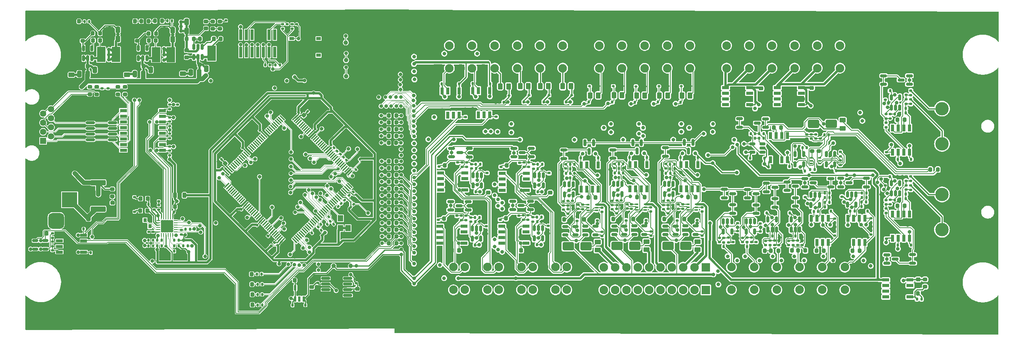
<source format=gtl>
G04 #@! TF.GenerationSoftware,KiCad,Pcbnew,8.0.9-8.0.9-0~ubuntu24.04.1*
G04 #@! TF.CreationDate,2025-10-26T13:13:23-04:00*
G04 #@! TF.ProjectId,analog_i,616e616c-6f67-45f6-992e-6b696361645f,rev?*
G04 #@! TF.SameCoordinates,Original*
G04 #@! TF.FileFunction,Copper,L1,Top*
G04 #@! TF.FilePolarity,Positive*
%FSLAX46Y46*%
G04 Gerber Fmt 4.6, Leading zero omitted, Abs format (unit mm)*
G04 Created by KiCad (PCBNEW 8.0.9-8.0.9-0~ubuntu24.04.1) date 2025-10-26 13:13:23*
%MOMM*%
%LPD*%
G01*
G04 APERTURE LIST*
G04 Aperture macros list*
%AMRoundRect*
0 Rectangle with rounded corners*
0 $1 Rounding radius*
0 $2 $3 $4 $5 $6 $7 $8 $9 X,Y pos of 4 corners*
0 Add a 4 corners polygon primitive as box body*
4,1,4,$2,$3,$4,$5,$6,$7,$8,$9,$2,$3,0*
0 Add four circle primitives for the rounded corners*
1,1,$1+$1,$2,$3*
1,1,$1+$1,$4,$5*
1,1,$1+$1,$6,$7*
1,1,$1+$1,$8,$9*
0 Add four rect primitives between the rounded corners*
20,1,$1+$1,$2,$3,$4,$5,0*
20,1,$1+$1,$4,$5,$6,$7,0*
20,1,$1+$1,$6,$7,$8,$9,0*
20,1,$1+$1,$8,$9,$2,$3,0*%
%AMRotRect*
0 Rectangle, with rotation*
0 The origin of the aperture is its center*
0 $1 length*
0 $2 width*
0 $3 Rotation angle, in degrees counterclockwise*
0 Add horizontal line*
21,1,$1,$2,0,0,$3*%
G04 Aperture macros list end*
G04 #@! TA.AperFunction,SMDPad,CuDef*
%ADD10RoundRect,0.150000X0.587500X0.150000X-0.587500X0.150000X-0.587500X-0.150000X0.587500X-0.150000X0*%
G04 #@! TD*
G04 #@! TA.AperFunction,SMDPad,CuDef*
%ADD11RoundRect,0.250000X0.262500X0.450000X-0.262500X0.450000X-0.262500X-0.450000X0.262500X-0.450000X0*%
G04 #@! TD*
G04 #@! TA.AperFunction,SMDPad,CuDef*
%ADD12RoundRect,0.140000X-0.170000X0.140000X-0.170000X-0.140000X0.170000X-0.140000X0.170000X0.140000X0*%
G04 #@! TD*
G04 #@! TA.AperFunction,SMDPad,CuDef*
%ADD13R,0.740000X2.400000*%
G04 #@! TD*
G04 #@! TA.AperFunction,SMDPad,CuDef*
%ADD14C,1.000000*%
G04 #@! TD*
G04 #@! TA.AperFunction,SMDPad,CuDef*
%ADD15R,1.525000X0.700000*%
G04 #@! TD*
G04 #@! TA.AperFunction,SMDPad,CuDef*
%ADD16RoundRect,0.225000X0.225000X0.250000X-0.225000X0.250000X-0.225000X-0.250000X0.225000X-0.250000X0*%
G04 #@! TD*
G04 #@! TA.AperFunction,SMDPad,CuDef*
%ADD17RoundRect,0.200000X-0.200000X-0.275000X0.200000X-0.275000X0.200000X0.275000X-0.200000X0.275000X0*%
G04 #@! TD*
G04 #@! TA.AperFunction,SMDPad,CuDef*
%ADD18RoundRect,0.140000X0.170000X-0.140000X0.170000X0.140000X-0.170000X0.140000X-0.170000X-0.140000X0*%
G04 #@! TD*
G04 #@! TA.AperFunction,SMDPad,CuDef*
%ADD19RoundRect,0.150000X-0.512500X-0.150000X0.512500X-0.150000X0.512500X0.150000X-0.512500X0.150000X0*%
G04 #@! TD*
G04 #@! TA.AperFunction,SMDPad,CuDef*
%ADD20RoundRect,0.135000X-0.185000X0.135000X-0.185000X-0.135000X0.185000X-0.135000X0.185000X0.135000X0*%
G04 #@! TD*
G04 #@! TA.AperFunction,SMDPad,CuDef*
%ADD21RoundRect,0.150000X-0.150000X0.512500X-0.150000X-0.512500X0.150000X-0.512500X0.150000X0.512500X0*%
G04 #@! TD*
G04 #@! TA.AperFunction,SMDPad,CuDef*
%ADD22RoundRect,0.200000X0.275000X-0.200000X0.275000X0.200000X-0.275000X0.200000X-0.275000X-0.200000X0*%
G04 #@! TD*
G04 #@! TA.AperFunction,SMDPad,CuDef*
%ADD23RoundRect,0.135000X0.185000X-0.135000X0.185000X0.135000X-0.185000X0.135000X-0.185000X-0.135000X0*%
G04 #@! TD*
G04 #@! TA.AperFunction,SMDPad,CuDef*
%ADD24RoundRect,0.150000X-0.587500X-0.150000X0.587500X-0.150000X0.587500X0.150000X-0.587500X0.150000X0*%
G04 #@! TD*
G04 #@! TA.AperFunction,SMDPad,CuDef*
%ADD25RoundRect,0.200000X-0.275000X0.200000X-0.275000X-0.200000X0.275000X-0.200000X0.275000X0.200000X0*%
G04 #@! TD*
G04 #@! TA.AperFunction,SMDPad,CuDef*
%ADD26RoundRect,0.135000X0.135000X0.185000X-0.135000X0.185000X-0.135000X-0.185000X0.135000X-0.185000X0*%
G04 #@! TD*
G04 #@! TA.AperFunction,SMDPad,CuDef*
%ADD27RoundRect,0.112500X0.187500X0.112500X-0.187500X0.112500X-0.187500X-0.112500X0.187500X-0.112500X0*%
G04 #@! TD*
G04 #@! TA.AperFunction,SMDPad,CuDef*
%ADD28RoundRect,0.140000X0.140000X0.170000X-0.140000X0.170000X-0.140000X-0.170000X0.140000X-0.170000X0*%
G04 #@! TD*
G04 #@! TA.AperFunction,SMDPad,CuDef*
%ADD29RoundRect,0.140000X-0.021213X0.219203X-0.219203X0.021213X0.021213X-0.219203X0.219203X-0.021213X0*%
G04 #@! TD*
G04 #@! TA.AperFunction,SMDPad,CuDef*
%ADD30RoundRect,0.135000X-0.135000X-0.185000X0.135000X-0.185000X0.135000X0.185000X-0.135000X0.185000X0*%
G04 #@! TD*
G04 #@! TA.AperFunction,SMDPad,CuDef*
%ADD31RoundRect,0.140000X0.021213X-0.219203X0.219203X-0.021213X-0.021213X0.219203X-0.219203X0.021213X0*%
G04 #@! TD*
G04 #@! TA.AperFunction,SMDPad,CuDef*
%ADD32RoundRect,0.135000X-0.035355X0.226274X-0.226274X0.035355X0.035355X-0.226274X0.226274X-0.035355X0*%
G04 #@! TD*
G04 #@! TA.AperFunction,SMDPad,CuDef*
%ADD33RoundRect,0.200000X0.200000X0.275000X-0.200000X0.275000X-0.200000X-0.275000X0.200000X-0.275000X0*%
G04 #@! TD*
G04 #@! TA.AperFunction,SMDPad,CuDef*
%ADD34RoundRect,0.140000X-0.140000X-0.170000X0.140000X-0.170000X0.140000X0.170000X-0.140000X0.170000X0*%
G04 #@! TD*
G04 #@! TA.AperFunction,SMDPad,CuDef*
%ADD35R,0.700000X1.525000*%
G04 #@! TD*
G04 #@! TA.AperFunction,SMDPad,CuDef*
%ADD36RoundRect,0.218750X-0.218750X-0.256250X0.218750X-0.256250X0.218750X0.256250X-0.218750X0.256250X0*%
G04 #@! TD*
G04 #@! TA.AperFunction,SMDPad,CuDef*
%ADD37RoundRect,0.225000X0.250000X-0.225000X0.250000X0.225000X-0.250000X0.225000X-0.250000X-0.225000X0*%
G04 #@! TD*
G04 #@! TA.AperFunction,SMDPad,CuDef*
%ADD38RoundRect,0.225000X-0.250000X0.225000X-0.250000X-0.225000X0.250000X-0.225000X0.250000X0.225000X0*%
G04 #@! TD*
G04 #@! TA.AperFunction,SMDPad,CuDef*
%ADD39RoundRect,0.250000X-0.250000X-0.475000X0.250000X-0.475000X0.250000X0.475000X-0.250000X0.475000X0*%
G04 #@! TD*
G04 #@! TA.AperFunction,SMDPad,CuDef*
%ADD40RoundRect,0.140000X-0.219203X-0.021213X-0.021213X-0.219203X0.219203X0.021213X0.021213X0.219203X0*%
G04 #@! TD*
G04 #@! TA.AperFunction,SMDPad,CuDef*
%ADD41RoundRect,0.250000X0.250000X0.475000X-0.250000X0.475000X-0.250000X-0.475000X0.250000X-0.475000X0*%
G04 #@! TD*
G04 #@! TA.AperFunction,SMDPad,CuDef*
%ADD42RotRect,0.300000X1.475000X225.000000*%
G04 #@! TD*
G04 #@! TA.AperFunction,SMDPad,CuDef*
%ADD43RotRect,0.300000X1.475000X135.000000*%
G04 #@! TD*
G04 #@! TA.AperFunction,SMDPad,CuDef*
%ADD44RoundRect,0.150000X0.512500X0.150000X-0.512500X0.150000X-0.512500X-0.150000X0.512500X-0.150000X0*%
G04 #@! TD*
G04 #@! TA.AperFunction,SMDPad,CuDef*
%ADD45RoundRect,0.250000X-0.450000X0.262500X-0.450000X-0.262500X0.450000X-0.262500X0.450000X0.262500X0*%
G04 #@! TD*
G04 #@! TA.AperFunction,SMDPad,CuDef*
%ADD46RoundRect,0.225000X-0.225000X-0.250000X0.225000X-0.250000X0.225000X0.250000X-0.225000X0.250000X0*%
G04 #@! TD*
G04 #@! TA.AperFunction,SMDPad,CuDef*
%ADD47RoundRect,0.150000X0.150000X-0.512500X0.150000X0.512500X-0.150000X0.512500X-0.150000X-0.512500X0*%
G04 #@! TD*
G04 #@! TA.AperFunction,SMDPad,CuDef*
%ADD48RoundRect,0.112500X-0.187500X-0.112500X0.187500X-0.112500X0.187500X0.112500X-0.187500X0.112500X0*%
G04 #@! TD*
G04 #@! TA.AperFunction,ComponentPad*
%ADD49R,1.900000X1.900000*%
G04 #@! TD*
G04 #@! TA.AperFunction,ComponentPad*
%ADD50O,1.900000X1.900000*%
G04 #@! TD*
G04 #@! TA.AperFunction,SMDPad,CuDef*
%ADD51RoundRect,0.250000X1.000000X0.650000X-1.000000X0.650000X-1.000000X-0.650000X1.000000X-0.650000X0*%
G04 #@! TD*
G04 #@! TA.AperFunction,SMDPad,CuDef*
%ADD52RoundRect,0.140000X0.219203X0.021213X0.021213X0.219203X-0.219203X-0.021213X-0.021213X-0.219203X0*%
G04 #@! TD*
G04 #@! TA.AperFunction,SMDPad,CuDef*
%ADD53R,1.900000X3.400000*%
G04 #@! TD*
G04 #@! TA.AperFunction,SMDPad,CuDef*
%ADD54RoundRect,0.250000X-1.000000X-0.650000X1.000000X-0.650000X1.000000X0.650000X-1.000000X0.650000X0*%
G04 #@! TD*
G04 #@! TA.AperFunction,ComponentPad*
%ADD55R,1.400000X1.400000*%
G04 #@! TD*
G04 #@! TA.AperFunction,ComponentPad*
%ADD56C,1.400000*%
G04 #@! TD*
G04 #@! TA.AperFunction,ComponentPad*
%ADD57C,2.400000*%
G04 #@! TD*
G04 #@! TA.AperFunction,SMDPad,CuDef*
%ADD58RoundRect,0.150000X-0.150000X0.587500X-0.150000X-0.587500X0.150000X-0.587500X0.150000X0.587500X0*%
G04 #@! TD*
G04 #@! TA.AperFunction,SMDPad,CuDef*
%ADD59RoundRect,0.250000X-1.425000X0.362500X-1.425000X-0.362500X1.425000X-0.362500X1.425000X0.362500X0*%
G04 #@! TD*
G04 #@! TA.AperFunction,SMDPad,CuDef*
%ADD60R,0.600000X1.200000*%
G04 #@! TD*
G04 #@! TA.AperFunction,SMDPad,CuDef*
%ADD61RoundRect,0.100000X0.225000X0.100000X-0.225000X0.100000X-0.225000X-0.100000X0.225000X-0.100000X0*%
G04 #@! TD*
G04 #@! TA.AperFunction,SMDPad,CuDef*
%ADD62RoundRect,0.100000X-0.225000X-0.100000X0.225000X-0.100000X0.225000X0.100000X-0.225000X0.100000X0*%
G04 #@! TD*
G04 #@! TA.AperFunction,SMDPad,CuDef*
%ADD63RoundRect,0.150000X0.825000X0.150000X-0.825000X0.150000X-0.825000X-0.150000X0.825000X-0.150000X0*%
G04 #@! TD*
G04 #@! TA.AperFunction,SMDPad,CuDef*
%ADD64R,1.200000X1.400000*%
G04 #@! TD*
G04 #@! TA.AperFunction,ComponentPad*
%ADD65C,3.000000*%
G04 #@! TD*
G04 #@! TA.AperFunction,SMDPad,CuDef*
%ADD66RoundRect,0.150000X-0.825000X-0.150000X0.825000X-0.150000X0.825000X0.150000X-0.825000X0.150000X0*%
G04 #@! TD*
G04 #@! TA.AperFunction,SMDPad,CuDef*
%ADD67RoundRect,0.225000X0.335876X0.017678X0.017678X0.335876X-0.335876X-0.017678X-0.017678X-0.335876X0*%
G04 #@! TD*
G04 #@! TA.AperFunction,SMDPad,CuDef*
%ADD68RoundRect,0.250000X0.450000X-0.262500X0.450000X0.262500X-0.450000X0.262500X-0.450000X-0.262500X0*%
G04 #@! TD*
G04 #@! TA.AperFunction,SMDPad,CuDef*
%ADD69RoundRect,0.218750X0.256250X-0.218750X0.256250X0.218750X-0.256250X0.218750X-0.256250X-0.218750X0*%
G04 #@! TD*
G04 #@! TA.AperFunction,SMDPad,CuDef*
%ADD70RoundRect,0.062500X-0.375000X-0.062500X0.375000X-0.062500X0.375000X0.062500X-0.375000X0.062500X0*%
G04 #@! TD*
G04 #@! TA.AperFunction,SMDPad,CuDef*
%ADD71RoundRect,0.062500X-0.062500X-0.375000X0.062500X-0.375000X0.062500X0.375000X-0.062500X0.375000X0*%
G04 #@! TD*
G04 #@! TA.AperFunction,HeatsinkPad*
%ADD72C,0.500000*%
G04 #@! TD*
G04 #@! TA.AperFunction,HeatsinkPad*
%ADD73R,2.500000X2.500000*%
G04 #@! TD*
G04 #@! TA.AperFunction,SMDPad,CuDef*
%ADD74RoundRect,0.135000X0.035355X-0.226274X0.226274X-0.035355X-0.035355X0.226274X-0.226274X0.035355X0*%
G04 #@! TD*
G04 #@! TA.AperFunction,SMDPad,CuDef*
%ADD75R,0.800000X0.900000*%
G04 #@! TD*
G04 #@! TA.AperFunction,ComponentPad*
%ADD76R,3.500000X3.500000*%
G04 #@! TD*
G04 #@! TA.AperFunction,ComponentPad*
%ADD77RoundRect,0.750000X-0.750000X-1.000000X0.750000X-1.000000X0.750000X1.000000X-0.750000X1.000000X0*%
G04 #@! TD*
G04 #@! TA.AperFunction,ComponentPad*
%ADD78RoundRect,0.875000X-0.875000X-0.875000X0.875000X-0.875000X0.875000X0.875000X-0.875000X0.875000X0*%
G04 #@! TD*
G04 #@! TA.AperFunction,SMDPad,CuDef*
%ADD79R,1.000000X0.750000*%
G04 #@! TD*
G04 #@! TA.AperFunction,SMDPad,CuDef*
%ADD80RoundRect,0.218750X0.218750X0.381250X-0.218750X0.381250X-0.218750X-0.381250X0.218750X-0.381250X0*%
G04 #@! TD*
G04 #@! TA.AperFunction,SMDPad,CuDef*
%ADD81R,1.645000X0.800000*%
G04 #@! TD*
G04 #@! TA.AperFunction,SMDPad,CuDef*
%ADD82RoundRect,0.225000X0.017678X-0.335876X0.335876X-0.017678X-0.017678X0.335876X-0.335876X0.017678X0*%
G04 #@! TD*
G04 #@! TA.AperFunction,ViaPad*
%ADD83C,0.800000*%
G04 #@! TD*
G04 #@! TA.AperFunction,Conductor*
%ADD84C,0.150000*%
G04 #@! TD*
G04 #@! TA.AperFunction,Conductor*
%ADD85C,0.250000*%
G04 #@! TD*
G04 #@! TA.AperFunction,Conductor*
%ADD86C,0.100000*%
G04 #@! TD*
G04 #@! TA.AperFunction,Conductor*
%ADD87C,0.500000*%
G04 #@! TD*
G04 #@! TA.AperFunction,Conductor*
%ADD88C,1.000000*%
G04 #@! TD*
G04 #@! TA.AperFunction,Conductor*
%ADD89C,0.200000*%
G04 #@! TD*
G04 APERTURE END LIST*
D10*
G04 #@! TO.P,Q43002,1,D*
G04 #@! TO.N,Net-(Q43001-G)*
X205164500Y-105633900D03*
G04 #@! TO.P,Q43002,2,S*
X205164500Y-103733900D03*
G04 #@! TO.P,Q43002,3,G*
G04 #@! TO.N,GND*
X203289500Y-104683900D03*
G04 #@! TD*
D11*
G04 #@! TO.P,R55002,1*
G04 #@! TO.N,/analog_frontend/PWM0*
X145460300Y-78564400D03*
G04 #@! TO.P,R55002,2*
G04 #@! TO.N,/analog_frontend/pwm_out_buf/VOUT*
X143635300Y-78564400D03*
G04 #@! TD*
D12*
G04 #@! TO.P,C47004,1*
G04 #@! TO.N,GND*
X196784500Y-108288900D03*
G04 #@! TO.P,C47004,2*
G04 #@! TO.N,-12V*
X196784500Y-109248900D03*
G04 #@! TD*
G04 #@! TO.P,R26001,1*
G04 #@! TO.N,Net-(U17001-S1)*
X188838750Y-111078050D03*
G04 #@! TO.P,R26001,2*
G04 #@! TO.N,Net-(IC17002--IN)*
X188838750Y-112038050D03*
G04 #@! TD*
D13*
G04 #@! TO.P,J6001,1,Pin_1*
G04 #@! TO.N,unconnected-(J6001-Pin_1-Pad1)*
X93076273Y-66996301D03*
G04 #@! TO.P,J6001,2,Pin_2*
G04 #@! TO.N,unconnected-(J6001-Pin_2-Pad2)*
X93076273Y-70896301D03*
G04 #@! TO.P,J6001,3,Pin_3*
G04 #@! TO.N,Net-(J6001-Pin_3)*
X91806273Y-66996301D03*
G04 #@! TO.P,J6001,4,Pin_4*
G04 #@! TO.N,/base/Micro/DEBUG_TMS{slash}SWDIO*
X91806273Y-70896301D03*
G04 #@! TO.P,J6001,5,Pin_5*
G04 #@! TO.N,GND*
X90536273Y-66996301D03*
G04 #@! TO.P,J6001,6,Pin_6*
G04 #@! TO.N,/base/Micro/DEBUG_TCK{slash}SWCLK*
X90536273Y-70896301D03*
G04 #@! TO.P,J6001,7,Pin_7*
G04 #@! TO.N,GND*
X89266273Y-66996301D03*
G04 #@! TO.P,J6001,8,Pin_8*
G04 #@! TO.N,/base/Micro/DEBUG_TDO{slash}SWO*
X89266273Y-70896301D03*
G04 #@! TO.P,J6001,9,Pin_9*
G04 #@! TO.N,unconnected-(J6001-Pin_9-Pad9)*
X87996273Y-66996301D03*
G04 #@! TO.P,J6001,10,Pin_10*
G04 #@! TO.N,/base/Micro/DEBUG_TDI*
X87996273Y-70896301D03*
G04 #@! TO.P,J6001,11,Pin_11*
G04 #@! TO.N,Net-(J6001-Pin_11)*
X86726273Y-66996301D03*
G04 #@! TO.P,J6001,12,Pin_12*
G04 #@! TO.N,/base/Micro/DEBUG_RESET*
X86726273Y-70896301D03*
G04 #@! TO.P,J6001,13,Pin_13*
G04 #@! TO.N,/base/Micro/UART_RX*
X85456273Y-66996301D03*
G04 #@! TO.P,J6001,14,Pin_14*
G04 #@! TO.N,/base/Micro/UART_TX*
X85456273Y-70896301D03*
G04 #@! TD*
D10*
G04 #@! TO.P,Q37002,1,D*
G04 #@! TO.N,Net-(Q37001-G)*
X225677000Y-101083900D03*
G04 #@! TO.P,Q37002,2,S*
X225677000Y-99183900D03*
G04 #@! TO.P,Q37002,3,G*
G04 #@! TO.N,GND*
X223802000Y-100133900D03*
G04 #@! TD*
D14*
G04 #@! TO.P,TP7003,1,1*
G04 #@! TO.N,+2V5*
X110146273Y-118806301D03*
G04 #@! TD*
D15*
G04 #@! TO.P,IC17004,1,VO*
G04 #@! TO.N,/analog_frontend/4-20mA Frontend/+24_EXC*
X130055600Y-109919600D03*
G04 #@! TO.P,IC17004,2,N.C._1*
G04 #@! TO.N,unconnected-(IC17004-N.C._1-Pad2)*
X130055600Y-111189600D03*
G04 #@! TO.P,IC17004,3,N.C._2*
G04 #@! TO.N,unconnected-(IC17004-N.C._2-Pad3)*
X130055600Y-112459600D03*
G04 #@! TO.P,IC17004,4,N.C._3*
G04 #@! TO.N,unconnected-(IC17004-N.C._3-Pad4)*
X130055600Y-113729600D03*
G04 #@! TO.P,IC17004,5,ADJ_/_EN*
G04 #@! TO.N,+24V*
X135479600Y-113729600D03*
G04 #@! TO.P,IC17004,6,GND*
G04 #@! TO.N,GND*
X135479600Y-112459600D03*
G04 #@! TO.P,IC17004,7,N.C._4*
G04 #@! TO.N,unconnected-(IC17004-N.C._4-Pad7)*
X135479600Y-111189600D03*
G04 #@! TO.P,IC17004,8,VCC*
G04 #@! TO.N,+24V*
X135479600Y-109919600D03*
G04 #@! TD*
D16*
G04 #@! TO.P,C11002,1*
G04 #@! TO.N,+24V*
X63669473Y-73984501D03*
G04 #@! TO.P,C11002,2*
G04 #@! TO.N,GND*
X62119473Y-73984501D03*
G04 #@! TD*
G04 #@! TO.P,C8001,1*
G04 #@! TO.N,+3V3*
X41957046Y-111546597D03*
G04 #@! TO.P,C8001,2*
G04 #@! TO.N,GND*
X40407046Y-111546597D03*
G04 #@! TD*
D17*
G04 #@! TO.P,R5006,1*
G04 #@! TO.N,Net-(U5001-S1)*
X162473400Y-108383900D03*
G04 #@! TO.P,R5006,2*
G04 #@! TO.N,GND*
X164123400Y-108383900D03*
G04 #@! TD*
D18*
G04 #@! TO.P,C23003,1*
G04 #@! TO.N,Net-(IC13003--IN)*
X172054500Y-105963900D03*
G04 #@! TO.P,C23003,2*
G04 #@! TO.N,Net-(IC13003-OUT)*
X172054500Y-105003900D03*
G04 #@! TD*
D19*
G04 #@! TO.P,IC5002,1,OUT*
G04 #@! TO.N,Net-(IC5002-OUT)*
X162719700Y-109923100D03*
G04 #@! TO.P,IC5002,2,V-*
G04 #@! TO.N,GND*
X162719700Y-110873100D03*
G04 #@! TO.P,IC5002,3,+IN*
G04 #@! TO.N,+2V5*
X162719700Y-111823100D03*
G04 #@! TO.P,IC5002,4,-IN*
G04 #@! TO.N,Net-(IC5002--IN)*
X164994700Y-111823100D03*
G04 #@! TO.P,IC5002,5,V+*
G04 #@! TO.N,+5V*
X164994700Y-109923100D03*
G04 #@! TD*
D20*
G04 #@! TO.P,R7017,1*
G04 #@! TO.N,GND*
X67105400Y-103262800D03*
G04 #@! TO.P,R7017,2*
G04 #@! TO.N,Net-(R7014-Pad1)*
X67105400Y-104282800D03*
G04 #@! TD*
D21*
G04 #@! TO.P,IC4003,1,OUT*
G04 #@! TO.N,Net-(IC4003-OUT)*
X218564500Y-93741900D03*
G04 #@! TO.P,IC4003,2,V-*
G04 #@! TO.N,GND*
X217614500Y-93741900D03*
G04 #@! TO.P,IC4003,3,+IN*
G04 #@! TO.N,+2V5*
X216664500Y-93741900D03*
G04 #@! TO.P,IC4003,4,-IN*
G04 #@! TO.N,Net-(IC4003--IN)*
X216664500Y-96016900D03*
G04 #@! TO.P,IC4003,5,V+*
G04 #@! TO.N,+5V*
X218564500Y-96016900D03*
G04 #@! TD*
D14*
G04 #@! TO.P,TP7002,1,1*
G04 #@! TO.N,-12V*
X109098177Y-76253701D03*
G04 #@! TD*
D22*
G04 #@! TO.P,R3002,1*
G04 #@! TO.N,Net-(IC3002-ADJ_{slash}_EN)*
X238835000Y-123466400D03*
G04 #@! TO.P,R3002,2*
G04 #@! TO.N,+24V*
X238835000Y-121816400D03*
G04 #@! TD*
D23*
G04 #@! TO.P,R8005,1*
G04 #@! TO.N,GND*
X43264273Y-116346597D03*
G04 #@! TO.P,R8005,2*
G04 #@! TO.N,Net-(IC8001-+IN)*
X43264273Y-115326597D03*
G04 #@! TD*
D24*
G04 #@! TO.P,Q39001,1,D*
G04 #@! TO.N,+3V3*
X211889500Y-99221400D03*
G04 #@! TO.P,Q39001,2,S*
X211889500Y-101121400D03*
G04 #@! TO.P,Q39001,3,G*
G04 #@! TO.N,Net-(Q39001-G)*
X213764500Y-100171400D03*
G04 #@! TD*
D18*
G04 #@! TO.P,C47002,1*
G04 #@! TO.N,Net-(Q47001-G)*
X192700100Y-113479100D03*
G04 #@! TO.P,C47002,2*
G04 #@! TO.N,/analog_frontend/AIN12*
X192700100Y-112519100D03*
G04 #@! TD*
D25*
G04 #@! TO.P,R7021,1,1*
G04 #@! TO.N,Net-(C7012-Pad1)*
X59522273Y-78664301D03*
G04 #@! TO.P,R7021,2,2*
G04 #@! TO.N,Net-(T7001-NC_6)*
X59522273Y-80314301D03*
G04 #@! TD*
D26*
G04 #@! TO.P,R38002,1*
G04 #@! TO.N,/analog_frontend/ain_g25p7_/VIN*
X217748200Y-106558400D03*
G04 #@! TO.P,R38002,2*
G04 #@! TO.N,GND*
X216728200Y-106558400D03*
G04 #@! TD*
D27*
G04 #@! TO.P,D55001,1,K*
G04 #@! TO.N,/analog_frontend/PWM0*
X145617000Y-80596400D03*
G04 #@! TO.P,D55001,2,A*
G04 #@! TO.N,GND*
X143517000Y-80596400D03*
G04 #@! TD*
D28*
G04 #@! TO.P,C29001,1*
G04 #@! TO.N,GND*
X153001600Y-97019601D03*
G04 #@! TO.P,C29001,2*
G04 #@! TO.N,Net-(U29001-+)*
X152041600Y-97019601D03*
G04 #@! TD*
D29*
G04 #@! TO.P,C6001,1*
G04 #@! TO.N,/base/Micro/AIN0_Filt*
X101425400Y-111407800D03*
G04 #@! TO.P,C6001,2*
G04 #@! TO.N,GND*
X100746578Y-112086622D03*
G04 #@! TD*
D23*
G04 #@! TO.P,R28001,1*
G04 #@! TO.N,/analog_frontend/4-20mA Frontend3/SIGNAL*
X143767001Y-96591400D03*
G04 #@! TO.P,R28001,2*
G04 #@! TO.N,GND*
X143767001Y-95571400D03*
G04 #@! TD*
D30*
G04 #@! TO.P,R33002,1*
G04 #@! TO.N,Net-(Q33001-G)*
X138157000Y-96001401D03*
G04 #@! TO.P,R33002,2*
G04 #@! TO.N,Net-(U33001-+)*
X139177000Y-96001401D03*
G04 #@! TD*
D28*
G04 #@! TO.P,R4001,1*
G04 #@! TO.N,Net-(U4001-S1)*
X214047000Y-97196400D03*
G04 #@! TO.P,R4001,2*
G04 #@! TO.N,Net-(IC4002--IN)*
X213087000Y-97196400D03*
G04 #@! TD*
D10*
G04 #@! TO.P,Q19001,1,D*
G04 #@! TO.N,+3V3*
X235314500Y-78073900D03*
G04 #@! TO.P,Q19001,2,S*
X235314500Y-76173900D03*
G04 #@! TO.P,Q19001,3,G*
G04 #@! TO.N,Net-(Q19001-G)*
X233439500Y-77123900D03*
G04 #@! TD*
D31*
G04 #@! TO.P,C6013,1*
G04 #@! TO.N,/base/Micro/AIN12_Filt*
X111265989Y-97207211D03*
G04 #@! TO.P,C6013,2*
G04 #@! TO.N,GND*
X111944811Y-96528389D03*
G04 #@! TD*
D32*
G04 #@! TO.P,R6022,1*
G04 #@! TO.N,Net-(IC6001-BOOT0)*
X91599963Y-112111538D03*
G04 #@! TO.P,R6022,2*
G04 #@! TO.N,GND*
X90878715Y-112832786D03*
G04 #@! TD*
D33*
G04 #@! TO.P,R6017,1*
G04 #@! TO.N,/analog_frontend/AIN16*
X120322800Y-89679200D03*
G04 #@! TO.P,R6017,2*
G04 #@! TO.N,/base/Micro/AIN16_Filt*
X118672800Y-89679200D03*
G04 #@! TD*
D14*
G04 #@! TO.P,TP8002,1,1*
G04 #@! TO.N,GND*
X109056273Y-64996301D03*
G04 #@! TD*
D23*
G04 #@! TO.P,R8007,1*
G04 #@! TO.N,Net-(IC8001-+IN)*
X43264273Y-114421597D03*
G04 #@! TO.P,R8007,2*
G04 #@! TO.N,Net-(R8006-Pad2)*
X43264273Y-113401597D03*
G04 #@! TD*
D34*
G04 #@! TO.P,C17004,1*
G04 #@! TO.N,+12V*
X184046950Y-94528050D03*
G04 #@! TO.P,C17004,2*
G04 #@! TO.N,GND*
X185006950Y-94528050D03*
G04 #@! TD*
D35*
G04 #@! TO.P,IC4001,1,-IN1*
G04 #@! TO.N,/analog_frontend/rtd_amp_inner1/Signal-*
X208007000Y-89607400D03*
G04 #@! TO.P,IC4001,2,RG_1*
G04 #@! TO.N,Net-(IC4001-RG_1)*
X206737000Y-89607400D03*
G04 #@! TO.P,IC4001,3,RG_2*
G04 #@! TO.N,Net-(IC4001-RG_2)*
X205467000Y-89607400D03*
G04 #@! TO.P,IC4001,4,+IN*
G04 #@! TO.N,/analog_frontend/rtd_amp_inner1/Signal+*
X204197000Y-89607400D03*
G04 #@! TO.P,IC4001,5,-VS*
G04 #@! TO.N,-12V*
X204197000Y-95031400D03*
G04 #@! TO.P,IC4001,6,REF*
G04 #@! TO.N,GND*
X205467000Y-95031400D03*
G04 #@! TO.P,IC4001,7,VOUT*
G04 #@! TO.N,/analog_frontend/rtd_amp_inner1/Vout*
X206737000Y-95031400D03*
G04 #@! TO.P,IC4001,8,+VS*
G04 #@! TO.N,+12V*
X208007000Y-95031400D03*
G04 #@! TD*
D18*
G04 #@! TO.P,C5010,1*
G04 #@! TO.N,+5V*
X160860000Y-108688700D03*
G04 #@! TO.P,C5010,2*
G04 #@! TO.N,GND*
X160860000Y-107728700D03*
G04 #@! TD*
D33*
G04 #@! TO.P,R6002,1*
G04 #@! TO.N,/base/AIN1*
X120346200Y-112216400D03*
G04 #@! TO.P,R6002,2*
G04 #@! TO.N,/base/Micro/AIN1_Filt*
X118696200Y-112216400D03*
G04 #@! TD*
D26*
G04 #@! TO.P,R57001,1*
G04 #@! TO.N,/analog_frontend/PWM2*
X153347000Y-82031400D03*
G04 #@! TO.P,R57001,2*
G04 #@! TO.N,GND*
X152327000Y-82031400D03*
G04 #@! TD*
D36*
G04 #@! TO.P,D6004,1,K*
G04 #@! TO.N,GND*
X86342900Y-120652800D03*
G04 #@! TO.P,D6004,2,A*
G04 #@! TO.N,Net-(D6004-A)*
X87917900Y-120652800D03*
G04 #@! TD*
D28*
G04 #@! TO.P,C21004,1*
G04 #@! TO.N,GND*
X160267500Y-99098700D03*
G04 #@! TO.P,C21004,2*
G04 #@! TO.N,-12V*
X159307500Y-99098700D03*
G04 #@! TD*
D18*
G04 #@! TO.P,C17006,1*
G04 #@! TO.N,Net-(Q17001-G)*
X230042450Y-104985450D03*
G04 #@! TO.P,C17006,2*
G04 #@! TO.N,/analog_frontend/AIN10*
X230042450Y-104025450D03*
G04 #@! TD*
D21*
G04 #@! TO.P,U47001,1*
G04 #@! TO.N,/analog_frontend/AIN12*
X195497300Y-108790500D03*
G04 #@! TO.P,U47001,2,V-*
G04 #@! TO.N,-12V*
X194547300Y-108790500D03*
G04 #@! TO.P,U47001,3,+*
G04 #@! TO.N,Net-(U47001-+)*
X193597300Y-108790500D03*
G04 #@! TO.P,U47001,4,-*
G04 #@! TO.N,/analog_frontend/AIN12*
X193597300Y-111065500D03*
G04 #@! TO.P,U47001,5,V+*
G04 #@! TO.N,+12V*
X195497300Y-111065500D03*
G04 #@! TD*
D37*
G04 #@! TO.P,C3001,1*
G04 #@! TO.N,GND*
X202054000Y-80554800D03*
G04 #@! TO.P,C3001,2*
G04 #@! TO.N,+3V3*
X202054000Y-79004800D03*
G04 #@! TD*
D12*
G04 #@! TO.P,C31002,1*
G04 #@! TO.N,Net-(Q31001-G)*
X150931600Y-107889600D03*
G04 #@! TO.P,C31002,2*
G04 #@! TO.N,/analog_frontend/AIN5*
X150931600Y-108849600D03*
G04 #@! TD*
G04 #@! TO.P,C9002,1*
G04 #@! TO.N,/analog_frontend/K-Type TC Amp/Signal+*
X234527850Y-100749550D03*
G04 #@! TO.P,C9002,2*
G04 #@! TO.N,/analog_frontend/K-Type TC Amp/Signal-*
X234527850Y-101709550D03*
G04 #@! TD*
D18*
G04 #@! TO.P,C7007,1*
G04 #@! TO.N,GND*
X71337773Y-83574805D03*
G04 #@! TO.P,C7007,2*
G04 #@! TO.N,Net-(T7001-CT_1)*
X71337773Y-82614805D03*
G04 #@! TD*
D38*
G04 #@! TO.P,C28001,1*
G04 #@! TO.N,GND*
X154847000Y-100856400D03*
G04 #@! TO.P,C28001,2*
G04 #@! TO.N,+24V*
X154847000Y-102406400D03*
G04 #@! TD*
D33*
G04 #@! TO.P,R3001,1*
G04 #@! TO.N,/analog_frontend/rtd_amp_inner1/250uA_SINK_1*
X241662000Y-97191400D03*
G04 #@! TO.P,R3001,2*
G04 #@! TO.N,/analog_frontend/rtd_amp_inner1/250uA_SINK_2*
X240012000Y-97191400D03*
G04 #@! TD*
D20*
G04 #@! TO.P,R8006,1*
G04 #@! TO.N,+24V*
X43264273Y-111481597D03*
G04 #@! TO.P,R8006,2*
G04 #@! TO.N,Net-(R8006-Pad2)*
X43264273Y-112501597D03*
G04 #@! TD*
D12*
G04 #@! TO.P,C47001,1*
G04 #@! TO.N,GND*
X195771700Y-112488100D03*
G04 #@! TO.P,C47001,2*
G04 #@! TO.N,Net-(U47001-+)*
X195771700Y-113448100D03*
G04 #@! TD*
D11*
G04 #@! TO.P,R51001,1*
G04 #@! TO.N,/analog_frontend/pwm_in_buf3/VIN*
X181114000Y-80587400D03*
G04 #@! TO.P,R51001,2*
G04 #@! TO.N,/analog_frontend/FREQ0*
X179289000Y-80587400D03*
G04 #@! TD*
D23*
G04 #@! TO.P,R7016,1,1*
G04 #@! TO.N,/base/Micro/Ethernet/TX-*
X69553073Y-90148101D03*
G04 #@! TO.P,R7016,2,2*
G04 #@! TO.N,Net-(T7001-CT_1)*
X69553073Y-89128101D03*
G04 #@! TD*
G04 #@! TO.P,R7015,1*
G04 #@! TO.N,GND*
X61641273Y-104376301D03*
G04 #@! TO.P,R7015,2*
G04 #@! TO.N,Net-(D7001-K)*
X61641273Y-103356301D03*
G04 #@! TD*
D34*
G04 #@! TO.P,C17003,1*
G04 #@! TO.N,/analog_frontend/RTD Amp2/rtd_amp_inner/Signal-*
X181669800Y-97010501D03*
G04 #@! TO.P,C17003,2*
G04 #@! TO.N,GND*
X182629800Y-97010501D03*
G04 #@! TD*
D30*
G04 #@! TO.P,R12005,1,1*
G04 #@! TO.N,Net-(R12005-Pad1)*
X69053073Y-63871301D03*
G04 #@! TO.P,R12005,2,2*
G04 #@! TO.N,+12V*
X70073073Y-63871301D03*
G04 #@! TD*
G04 #@! TO.P,R6026,1,1*
G04 #@! TO.N,Net-(D6003-A)*
X89265400Y-122927800D03*
G04 #@! TO.P,R6026,2,2*
G04 #@! TO.N,/base/Micro/LED2*
X90285400Y-122927800D03*
G04 #@! TD*
D36*
G04 #@! TO.P,D12004,1,K*
G04 #@! TO.N,GND*
X47658773Y-63946597D03*
G04 #@! TO.P,D12004,2,A*
G04 #@! TO.N,Net-(D12004-A)*
X49233773Y-63946597D03*
G04 #@! TD*
D18*
G04 #@! TO.P,C13010,1*
G04 #@! TO.N,+5V*
X171797000Y-108603900D03*
G04 #@! TO.P,C13010,2*
G04 #@! TO.N,GND*
X171797000Y-107643900D03*
G04 #@! TD*
D35*
G04 #@! TO.P,IC53001,1,-IN1*
G04 #@! TO.N,GND*
X130567000Y-84979100D03*
G04 #@! TO.P,IC53001,2,RG_1*
G04 #@! TO.N,unconnected-(IC53001-RG_1-Pad2)*
X131837000Y-84979100D03*
G04 #@! TO.P,IC53001,3,RG_2*
G04 #@! TO.N,unconnected-(IC53001-RG_2-Pad3)*
X133107000Y-84979100D03*
G04 #@! TO.P,IC53001,4,+IN*
G04 #@! TO.N,/analog_frontend/AIN13_DAC0*
X134377000Y-84979100D03*
G04 #@! TO.P,IC53001,5,-VS*
G04 #@! TO.N,-12V*
X134377000Y-79555100D03*
G04 #@! TO.P,IC53001,6,REF*
G04 #@! TO.N,GND*
X133107000Y-79555100D03*
G04 #@! TO.P,IC53001,7,VOUT*
G04 #@! TO.N,/analog_frontend/dac_buf/VOUT*
X131837000Y-79555100D03*
G04 #@! TO.P,IC53001,8,+VS*
G04 #@! TO.N,+12V*
X130567000Y-79555100D03*
G04 #@! TD*
D12*
G04 #@! TO.P,R5004,1*
G04 #@! TO.N,/analog_frontend/RTD Amp/rtd_amp_inner/Signal+*
X158297700Y-96023800D03*
G04 #@! TO.P,R5004,2*
G04 #@! TO.N,/analog_frontend/RTD Amp/R-*
X158297700Y-96983800D03*
G04 #@! TD*
D39*
G04 #@! TO.P,C8003,1*
G04 #@! TO.N,Net-(U8001-+)*
X51366273Y-108006597D03*
G04 #@! TO.P,C8003,2*
G04 #@! TO.N,GND*
X53266273Y-108006597D03*
G04 #@! TD*
D33*
G04 #@! TO.P,R18002,1*
G04 #@! TO.N,GND*
X146552000Y-108141400D03*
G04 #@! TO.P,R18002,2*
G04 #@! TO.N,/analog_frontend/4-20mA Frontend2/SIGNAL*
X144902000Y-108141400D03*
G04 #@! TD*
D30*
G04 #@! TO.P,R7008,1*
G04 #@! TO.N,/base/Micro/RMII_MDIO*
X70577400Y-113063800D03*
G04 #@! TO.P,R7008,2*
G04 #@! TO.N,+3V3*
X71597400Y-113063800D03*
G04 #@! TD*
D20*
G04 #@! TO.P,R22001,1*
G04 #@! TO.N,Net-(C22001-Pad1)*
X148947000Y-95621401D03*
G04 #@! TO.P,R22001,2*
G04 #@! TO.N,/analog_frontend/4-20mA Frontend3/SIGNAL*
X148947000Y-96641401D03*
G04 #@! TD*
D12*
G04 #@! TO.P,C36003,1*
G04 #@! TO.N,GND*
X226714600Y-110846200D03*
G04 #@! TO.P,C36003,2*
G04 #@! TO.N,+1V024*
X226714600Y-111806200D03*
G04 #@! TD*
D34*
G04 #@! TO.P,C15006,1*
G04 #@! TO.N,GND*
X231738800Y-94877600D03*
G04 #@! TO.P,C15006,2*
G04 #@! TO.N,+1V024*
X232698800Y-94877600D03*
G04 #@! TD*
D20*
G04 #@! TO.P,R18001,1*
G04 #@! TO.N,Net-(C18001-Pad1)*
X148807000Y-107471400D03*
G04 #@! TO.P,R18001,2*
G04 #@! TO.N,/analog_frontend/4-20mA Frontend2/SIGNAL*
X148807000Y-108491400D03*
G04 #@! TD*
D17*
G04 #@! TO.P,R38001,1*
G04 #@! TO.N,Net-(IC38001-RG_1)*
X214482800Y-115372200D03*
G04 #@! TO.P,R38001,2*
G04 #@! TO.N,Net-(IC38001-RG_2)*
X216132800Y-115372200D03*
G04 #@! TD*
D23*
G04 #@! TO.P,R17001,1*
G04 #@! TO.N,/analog_frontend/K-Type TC Amp/sallen_key_1kHz/VIN*
X230067850Y-106950450D03*
G04 #@! TO.P,R17001,2*
G04 #@! TO.N,Net-(Q17001-G)*
X230067850Y-105930450D03*
G04 #@! TD*
D39*
G04 #@! TO.P,C14007,1*
G04 #@! TO.N,-12V*
X73352473Y-64080501D03*
G04 #@! TO.P,C14007,2*
G04 #@! TO.N,GND*
X75252473Y-64080501D03*
G04 #@! TD*
D40*
G04 #@! TO.P,C6038,1*
G04 #@! TO.N,GND*
X85235552Y-91642127D03*
G04 #@! TO.P,C6038,2*
G04 #@! TO.N,+3V3*
X85914374Y-92320949D03*
G04 #@! TD*
D30*
G04 #@! TO.P,R7007,1*
G04 #@! TO.N,Net-(U7001-~{INT}{slash}REFCLKO)*
X73097400Y-110603800D03*
G04 #@! TO.P,R7007,2*
G04 #@! TO.N,/base/Micro/RMII_REF_CLK*
X74117400Y-110603800D03*
G04 #@! TD*
D41*
G04 #@! TO.P,C11007,1*
G04 #@! TO.N,+12V*
X70229473Y-65984501D03*
G04 #@! TO.P,C11007,2*
G04 #@! TO.N,GND*
X68329473Y-65984501D03*
G04 #@! TD*
D17*
G04 #@! TO.P,R12007,1*
G04 #@! TO.N,Net-(D12003-A)*
X63188073Y-63931301D03*
G04 #@! TO.P,R12007,2*
G04 #@! TO.N,Net-(R12006-Pad2)*
X64838073Y-63931301D03*
G04 #@! TD*
D35*
G04 #@! TO.P,IC9001,1,-IN1*
G04 #@! TO.N,/analog_frontend/K-Type TC Amp/Signal-*
X235325650Y-107155450D03*
G04 #@! TO.P,IC9001,2,RG_1*
G04 #@! TO.N,Net-(IC9001-RG_1)*
X234055650Y-107155450D03*
G04 #@! TO.P,IC9001,3,RG_2*
G04 #@! TO.N,Net-(IC9001-RG_2)*
X232785650Y-107155450D03*
G04 #@! TO.P,IC9001,4,+IN*
G04 #@! TO.N,/analog_frontend/K-Type TC Amp/Signal+*
X231515650Y-107155450D03*
G04 #@! TO.P,IC9001,5,-VS*
G04 #@! TO.N,-12V*
X231515650Y-112579450D03*
G04 #@! TO.P,IC9001,6,REF*
G04 #@! TO.N,+1V024*
X232785650Y-112579450D03*
G04 #@! TO.P,IC9001,7,VOUT*
G04 #@! TO.N,/analog_frontend/K-Type TC Amp/sallen_key_1kHz/VIN*
X234055650Y-112579450D03*
G04 #@! TO.P,IC9001,8,+VS*
G04 #@! TO.N,+12V*
X235325650Y-112579450D03*
G04 #@! TD*
D42*
G04 #@! TO.P,IC6001,1,PE2*
G04 #@! TO.N,/base/Micro/LED3*
X97561128Y-113157897D03*
G04 #@! TO.P,IC6001,2,PE3*
G04 #@! TO.N,/base/Micro/LED2*
X97914682Y-112804344D03*
G04 #@! TO.P,IC6001,3,PE4*
G04 #@! TO.N,/base/Micro/LED1*
X98268235Y-112450790D03*
G04 #@! TO.P,IC6001,4,PE5*
G04 #@! TO.N,/base/Micro/LED0*
X98621788Y-112097237D03*
G04 #@! TO.P,IC6001,5,PE6*
G04 #@! TO.N,/analog_frontend/FREQ1*
X98975342Y-111743683D03*
G04 #@! TO.P,IC6001,6,VBAT*
G04 #@! TO.N,unconnected-(IC6001-VBAT-Pad6)*
X99328895Y-111390130D03*
G04 #@! TO.P,IC6001,7,PC13*
G04 #@! TO.N,unconnected-(IC6001-PC13-Pad7)*
X99682449Y-111036577D03*
G04 #@! TO.P,IC6001,8,PC14-OSC32_IN*
G04 #@! TO.N,unconnected-(IC6001-PC14-OSC32_IN-Pad8)*
X100036002Y-110683023D03*
G04 #@! TO.P,IC6001,9,PC15-OSC32_OUT*
G04 #@! TO.N,unconnected-(IC6001-PC15-OSC32_OUT-Pad9)*
X100389555Y-110329470D03*
G04 #@! TO.P,IC6001,10,PF0*
G04 #@! TO.N,unconnected-(IC6001-PF0-Pad10)*
X100743109Y-109975916D03*
G04 #@! TO.P,IC6001,11,PF1*
G04 #@! TO.N,unconnected-(IC6001-PF1-Pad11)*
X101096662Y-109622363D03*
G04 #@! TO.P,IC6001,12,PF2*
G04 #@! TO.N,unconnected-(IC6001-PF2-Pad12)*
X101450216Y-109268810D03*
G04 #@! TO.P,IC6001,13,PF3*
G04 #@! TO.N,/base/Micro/AIN0_Filt*
X101803769Y-108915256D03*
G04 #@! TO.P,IC6001,14,PF4*
G04 #@! TO.N,/base/Micro/AIN1_Filt*
X102157322Y-108561703D03*
G04 #@! TO.P,IC6001,15,PF5*
G04 #@! TO.N,/base/Micro/AIN2_Filt*
X102510876Y-108208149D03*
G04 #@! TO.P,IC6001,16,VSS_1*
G04 #@! TO.N,GND*
X102864429Y-107854596D03*
G04 #@! TO.P,IC6001,17,VDD_1*
G04 #@! TO.N,+3V3*
X103217983Y-107501043D03*
G04 #@! TO.P,IC6001,18,PF6*
G04 #@! TO.N,/base/Micro/AIN3_Filt*
X103571536Y-107147489D03*
G04 #@! TO.P,IC6001,19,PF7*
G04 #@! TO.N,/base/Micro/AIN4_Filt*
X103925089Y-106793936D03*
G04 #@! TO.P,IC6001,20,PF8*
G04 #@! TO.N,/base/Micro/AIN5_Filt*
X104278643Y-106440383D03*
G04 #@! TO.P,IC6001,21,PF9*
G04 #@! TO.N,/base/Micro/AIN6_Filt*
X104632196Y-106086829D03*
G04 #@! TO.P,IC6001,22,PF10*
G04 #@! TO.N,/base/Micro/AIN7_Filt*
X104985749Y-105733276D03*
G04 #@! TO.P,IC6001,23,PH0-OSC_IN*
G04 #@! TO.N,/base/Micro/HSECLK*
X105339303Y-105379722D03*
G04 #@! TO.P,IC6001,24,PH1-OSC_OUT*
G04 #@! TO.N,unconnected-(IC6001-PH1-OSC_OUT-Pad24)*
X105692856Y-105026169D03*
G04 #@! TO.P,IC6001,25,NRST*
G04 #@! TO.N,/base/Micro/DEBUG_RESET*
X106046410Y-104672616D03*
G04 #@! TO.P,IC6001,26,PC0*
G04 #@! TO.N,/base/Micro/AIN8_Filt*
X106399963Y-104319062D03*
G04 #@! TO.P,IC6001,27,PC1*
G04 #@! TO.N,/base/Micro/RMII_MDC*
X106753516Y-103965509D03*
G04 #@! TO.P,IC6001,28,PC2_C*
G04 #@! TO.N,/base/Micro/AIN9_Filt*
X107107070Y-103611955D03*
G04 #@! TO.P,IC6001,29,PC3_C*
G04 #@! TO.N,/base/Micro/AIN10_Filt*
X107460623Y-103258402D03*
G04 #@! TO.P,IC6001,30,VDD_2*
G04 #@! TO.N,+3V3*
X107814177Y-102904849D03*
G04 #@! TO.P,IC6001,31,VSSA*
G04 #@! TO.N,GND*
X108167730Y-102551295D03*
G04 #@! TO.P,IC6001,32,VREF+*
G04 #@! TO.N,+2V5*
X108521283Y-102197742D03*
G04 #@! TO.P,IC6001,33,VDDA*
G04 #@! TO.N,+3V3*
X108874837Y-101844188D03*
G04 #@! TO.P,IC6001,34,PA0*
G04 #@! TO.N,/base/Micro/AIN11_Filt*
X109228390Y-101490635D03*
G04 #@! TO.P,IC6001,35,PA1*
G04 #@! TO.N,/base/Micro/RMII_REF_CLK*
X109581944Y-101137082D03*
G04 #@! TO.P,IC6001,36,PA2*
G04 #@! TO.N,/base/Micro/RMII_MDIO*
X109935497Y-100783528D03*
D43*
G04 #@! TO.P,IC6001,37,PA3*
G04 #@! TO.N,/base/Micro/AIN12_Filt*
X109935497Y-97972072D03*
G04 #@! TO.P,IC6001,38,VSS_2*
G04 #@! TO.N,GND*
X109581944Y-97618518D03*
G04 #@! TO.P,IC6001,39,VDD_3*
G04 #@! TO.N,+3V3*
X109228390Y-97264965D03*
G04 #@! TO.P,IC6001,40,PA4*
G04 #@! TO.N,/analog_frontend/AIN13_DAC0*
X108874837Y-96911412D03*
G04 #@! TO.P,IC6001,41,PA5*
G04 #@! TO.N,/analog_frontend/AIN14_DAC1*
X108521283Y-96557858D03*
G04 #@! TO.P,IC6001,42,PA6*
G04 #@! TO.N,/base/Micro/AIN15_Filt*
X108167730Y-96204305D03*
G04 #@! TO.P,IC6001,43,PA7*
G04 #@! TO.N,/base/Micro/RMII_CRS_DV*
X107814177Y-95850751D03*
G04 #@! TO.P,IC6001,44,PC4*
G04 #@! TO.N,/base/Micro/RMII_RXD0*
X107460623Y-95497198D03*
G04 #@! TO.P,IC6001,45,PC5*
G04 #@! TO.N,/base/Micro/RMII_RXD1*
X107107070Y-95143645D03*
G04 #@! TO.P,IC6001,46,PB0*
G04 #@! TO.N,/base/Micro/AIN16_Filt*
X106753516Y-94790091D03*
G04 #@! TO.P,IC6001,47,PB1*
G04 #@! TO.N,/base/Micro/AIN17_Filt*
X106399963Y-94436538D03*
G04 #@! TO.P,IC6001,48,PB2*
G04 #@! TO.N,unconnected-(IC6001-PB2-Pad48)*
X106046410Y-94082984D03*
G04 #@! TO.P,IC6001,49,PF11*
G04 #@! TO.N,/base/Micro/AIN18_Filt*
X105692856Y-93729431D03*
G04 #@! TO.P,IC6001,50,PF12*
G04 #@! TO.N,/base/Micro/AIN19_Filt*
X105339303Y-93375878D03*
G04 #@! TO.P,IC6001,51,VSS_3*
G04 #@! TO.N,GND*
X104985749Y-93022324D03*
G04 #@! TO.P,IC6001,52,VDD_4*
G04 #@! TO.N,+3V3*
X104632196Y-92668771D03*
G04 #@! TO.P,IC6001,53,PF13*
G04 #@! TO.N,unconnected-(IC6001-PF13-Pad53)*
X104278643Y-92315217D03*
G04 #@! TO.P,IC6001,54,PF14*
G04 #@! TO.N,unconnected-(IC6001-PF14-Pad54)*
X103925089Y-91961664D03*
G04 #@! TO.P,IC6001,55,PF15*
G04 #@! TO.N,unconnected-(IC6001-PF15-Pad55)*
X103571536Y-91608111D03*
G04 #@! TO.P,IC6001,56,PG0*
G04 #@! TO.N,unconnected-(IC6001-PG0-Pad56)*
X103217983Y-91254557D03*
G04 #@! TO.P,IC6001,57,PG1*
G04 #@! TO.N,unconnected-(IC6001-PG1-Pad57)*
X102864429Y-90901004D03*
G04 #@! TO.P,IC6001,58,PE7*
G04 #@! TO.N,unconnected-(IC6001-PE7-Pad58)*
X102510876Y-90547451D03*
G04 #@! TO.P,IC6001,59,PE8*
G04 #@! TO.N,unconnected-(IC6001-PE8-Pad59)*
X102157322Y-90193897D03*
G04 #@! TO.P,IC6001,60,PE9*
G04 #@! TO.N,/analog_frontend/ENCODER0_0*
X101803769Y-89840344D03*
G04 #@! TO.P,IC6001,61,VSS_4*
G04 #@! TO.N,GND*
X101450216Y-89486790D03*
G04 #@! TO.P,IC6001,62,VDD_5*
G04 #@! TO.N,+3V3*
X101096662Y-89133237D03*
G04 #@! TO.P,IC6001,63,PE10*
G04 #@! TO.N,unconnected-(IC6001-PE10-Pad63)*
X100743109Y-88779684D03*
G04 #@! TO.P,IC6001,64,PE11*
G04 #@! TO.N,/analog_frontend/ENCODER0_1*
X100389555Y-88426130D03*
G04 #@! TO.P,IC6001,65,PE12*
G04 #@! TO.N,unconnected-(IC6001-PE12-Pad65)*
X100036002Y-88072577D03*
G04 #@! TO.P,IC6001,66,PE13*
G04 #@! TO.N,unconnected-(IC6001-PE13-Pad66)*
X99682449Y-87719023D03*
G04 #@! TO.P,IC6001,67,PE14*
G04 #@! TO.N,unconnected-(IC6001-PE14-Pad67)*
X99328895Y-87365470D03*
G04 #@! TO.P,IC6001,68,PE15*
G04 #@! TO.N,unconnected-(IC6001-PE15-Pad68)*
X98975342Y-87011917D03*
G04 #@! TO.P,IC6001,69,PB10*
G04 #@! TO.N,unconnected-(IC6001-PB10-Pad69)*
X98621788Y-86658363D03*
G04 #@! TO.P,IC6001,70,PB11*
G04 #@! TO.N,unconnected-(IC6001-PB11-Pad70)*
X98268235Y-86304810D03*
G04 #@! TO.P,IC6001,71,VCAP_1*
G04 #@! TO.N,Net-(IC6001-VCAP_1)*
X97914682Y-85951256D03*
G04 #@! TO.P,IC6001,72,VDD_6*
G04 #@! TO.N,+3V3*
X97561128Y-85597703D03*
D42*
G04 #@! TO.P,IC6001,73,PB12*
G04 #@! TO.N,unconnected-(IC6001-PB12-Pad73)*
X94749672Y-85597703D03*
G04 #@! TO.P,IC6001,74,PB13*
G04 #@! TO.N,/base/Micro/RMII_TXD1*
X94396118Y-85951256D03*
G04 #@! TO.P,IC6001,75,PB14*
G04 #@! TO.N,/analog_frontend/PWM1*
X94042565Y-86304810D03*
G04 #@! TO.P,IC6001,76,PB15*
G04 #@! TO.N,unconnected-(IC6001-PB15-Pad76)*
X93689012Y-86658363D03*
G04 #@! TO.P,IC6001,77,PD8*
G04 #@! TO.N,/base/Micro/UART_TX*
X93335458Y-87011917D03*
G04 #@! TO.P,IC6001,78,PD9*
G04 #@! TO.N,/base/Micro/UART_RX*
X92981905Y-87365470D03*
G04 #@! TO.P,IC6001,79,PD10*
G04 #@! TO.N,unconnected-(IC6001-PD10-Pad79)*
X92628351Y-87719023D03*
G04 #@! TO.P,IC6001,80,PD11*
G04 #@! TO.N,unconnected-(IC6001-PD11-Pad80)*
X92274798Y-88072577D03*
G04 #@! TO.P,IC6001,81,PD12*
G04 #@! TO.N,unconnected-(IC6001-PD12-Pad81)*
X91921245Y-88426130D03*
G04 #@! TO.P,IC6001,82,PD13*
G04 #@! TO.N,unconnected-(IC6001-PD13-Pad82)*
X91567691Y-88779684D03*
G04 #@! TO.P,IC6001,83,VSS_5*
G04 #@! TO.N,GND*
X91214138Y-89133237D03*
G04 #@! TO.P,IC6001,84,VDD_7*
G04 #@! TO.N,+3V3*
X90860584Y-89486790D03*
G04 #@! TO.P,IC6001,85,PD14*
G04 #@! TO.N,unconnected-(IC6001-PD14-Pad85)*
X90507031Y-89840344D03*
G04 #@! TO.P,IC6001,86,PD15*
G04 #@! TO.N,unconnected-(IC6001-PD15-Pad86)*
X90153478Y-90193897D03*
G04 #@! TO.P,IC6001,87,PG2*
G04 #@! TO.N,unconnected-(IC6001-PG2-Pad87)*
X89799924Y-90547451D03*
G04 #@! TO.P,IC6001,88,PG3*
G04 #@! TO.N,unconnected-(IC6001-PG3-Pad88)*
X89446371Y-90901004D03*
G04 #@! TO.P,IC6001,89,PG4*
G04 #@! TO.N,unconnected-(IC6001-PG4-Pad89)*
X89092817Y-91254557D03*
G04 #@! TO.P,IC6001,90,PG5*
G04 #@! TO.N,unconnected-(IC6001-PG5-Pad90)*
X88739264Y-91608111D03*
G04 #@! TO.P,IC6001,91,PG6*
G04 #@! TO.N,unconnected-(IC6001-PG6-Pad91)*
X88385711Y-91961664D03*
G04 #@! TO.P,IC6001,92,PG7*
G04 #@! TO.N,unconnected-(IC6001-PG7-Pad92)*
X88032157Y-92315217D03*
G04 #@! TO.P,IC6001,93,PG8*
G04 #@! TO.N,unconnected-(IC6001-PG8-Pad93)*
X87678604Y-92668771D03*
G04 #@! TO.P,IC6001,94,VSS_6*
G04 #@! TO.N,GND*
X87325051Y-93022324D03*
G04 #@! TO.P,IC6001,95,VDD33USB*
G04 #@! TO.N,+3V3*
X86971497Y-93375878D03*
G04 #@! TO.P,IC6001,96,PC6*
G04 #@! TO.N,/analog_frontend/COUNTER0*
X86617944Y-93729431D03*
G04 #@! TO.P,IC6001,97,PC7*
G04 #@! TO.N,/analog_frontend/PWM0*
X86264390Y-94082984D03*
G04 #@! TO.P,IC6001,98,PC8*
G04 #@! TO.N,unconnected-(IC6001-PC8-Pad98)*
X85910837Y-94436538D03*
G04 #@! TO.P,IC6001,99,PC9*
G04 #@! TO.N,unconnected-(IC6001-PC9-Pad99)*
X85557284Y-94790091D03*
G04 #@! TO.P,IC6001,100,PA8*
G04 #@! TO.N,unconnected-(IC6001-PA8-Pad100)*
X85203730Y-95143645D03*
G04 #@! TO.P,IC6001,101,PA9*
G04 #@! TO.N,unconnected-(IC6001-PA9-Pad101)*
X84850177Y-95497198D03*
G04 #@! TO.P,IC6001,102,PA10*
G04 #@! TO.N,unconnected-(IC6001-PA10-Pad102)*
X84496623Y-95850751D03*
G04 #@! TO.P,IC6001,103,PA11*
G04 #@! TO.N,unconnected-(IC6001-PA11-Pad103)*
X84143070Y-96204305D03*
G04 #@! TO.P,IC6001,104,PA12*
G04 #@! TO.N,unconnected-(IC6001-PA12-Pad104)*
X83789517Y-96557858D03*
G04 #@! TO.P,IC6001,105,PA13*
G04 #@! TO.N,/base/Micro/DEBUG_TMS{slash}SWDIO*
X83435963Y-96911412D03*
G04 #@! TO.P,IC6001,106,VCAP_2*
G04 #@! TO.N,Net-(IC6001-VCAP_2)*
X83082410Y-97264965D03*
G04 #@! TO.P,IC6001,107,VSS_7*
G04 #@! TO.N,GND*
X82728856Y-97618518D03*
G04 #@! TO.P,IC6001,108,VDD_8*
G04 #@! TO.N,+3V3*
X82375303Y-97972072D03*
D43*
G04 #@! TO.P,IC6001,109,PA14*
G04 #@! TO.N,/base/Micro/DEBUG_TCK{slash}SWCLK*
X82375303Y-100783528D03*
G04 #@! TO.P,IC6001,110,PA15*
G04 #@! TO.N,/base/Micro/DEBUG_TDI*
X82728856Y-101137082D03*
G04 #@! TO.P,IC6001,111,PC10*
G04 #@! TO.N,unconnected-(IC6001-PC10-Pad111)*
X83082410Y-101490635D03*
G04 #@! TO.P,IC6001,112,PC11*
G04 #@! TO.N,unconnected-(IC6001-PC11-Pad112)*
X83435963Y-101844188D03*
G04 #@! TO.P,IC6001,113,PC12*
G04 #@! TO.N,unconnected-(IC6001-PC12-Pad113)*
X83789517Y-102197742D03*
G04 #@! TO.P,IC6001,114,PD0*
G04 #@! TO.N,unconnected-(IC6001-PD0-Pad114)*
X84143070Y-102551295D03*
G04 #@! TO.P,IC6001,115,PD1*
G04 #@! TO.N,unconnected-(IC6001-PD1-Pad115)*
X84496623Y-102904849D03*
G04 #@! TO.P,IC6001,116,PD2*
G04 #@! TO.N,unconnected-(IC6001-PD2-Pad116)*
X84850177Y-103258402D03*
G04 #@! TO.P,IC6001,117,PD3*
G04 #@! TO.N,unconnected-(IC6001-PD3-Pad117)*
X85203730Y-103611955D03*
G04 #@! TO.P,IC6001,118,PD4*
G04 #@! TO.N,unconnected-(IC6001-PD4-Pad118)*
X85557284Y-103965509D03*
G04 #@! TO.P,IC6001,119,PD5*
G04 #@! TO.N,unconnected-(IC6001-PD5-Pad119)*
X85910837Y-104319062D03*
G04 #@! TO.P,IC6001,120,VSS_8*
G04 #@! TO.N,GND*
X86264390Y-104672616D03*
G04 #@! TO.P,IC6001,121,VDD_9*
G04 #@! TO.N,+3V3*
X86617944Y-105026169D03*
G04 #@! TO.P,IC6001,122,PD6*
G04 #@! TO.N,unconnected-(IC6001-PD6-Pad122)*
X86971497Y-105379722D03*
G04 #@! TO.P,IC6001,123,PD7*
G04 #@! TO.N,unconnected-(IC6001-PD7-Pad123)*
X87325051Y-105733276D03*
G04 #@! TO.P,IC6001,124,PG9*
G04 #@! TO.N,unconnected-(IC6001-PG9-Pad124)*
X87678604Y-106086829D03*
G04 #@! TO.P,IC6001,125,PG10*
G04 #@! TO.N,unconnected-(IC6001-PG10-Pad125)*
X88032157Y-106440383D03*
G04 #@! TO.P,IC6001,126,PG11*
G04 #@! TO.N,/base/Micro/RMII_TX_EN*
X88385711Y-106793936D03*
G04 #@! TO.P,IC6001,127,PG12*
G04 #@! TO.N,unconnected-(IC6001-PG12-Pad127)*
X88739264Y-107147489D03*
G04 #@! TO.P,IC6001,128,PG13*
G04 #@! TO.N,/base/Micro/RMII_TXD0*
X89092817Y-107501043D03*
G04 #@! TO.P,IC6001,129,PG14*
G04 #@! TO.N,unconnected-(IC6001-PG14-Pad129)*
X89446371Y-107854596D03*
G04 #@! TO.P,IC6001,130,VSS_9*
G04 #@! TO.N,GND*
X89799924Y-108208149D03*
G04 #@! TO.P,IC6001,131,VDD_10*
G04 #@! TO.N,+3V3*
X90153478Y-108561703D03*
G04 #@! TO.P,IC6001,132,PG15*
G04 #@! TO.N,unconnected-(IC6001-PG15-Pad132)*
X90507031Y-108915256D03*
G04 #@! TO.P,IC6001,133,PB3*
G04 #@! TO.N,/base/Micro/DEBUG_TDO{slash}SWO*
X90860584Y-109268810D03*
G04 #@! TO.P,IC6001,134,PB4*
G04 #@! TO.N,unconnected-(IC6001-PB4-Pad134)*
X91214138Y-109622363D03*
G04 #@! TO.P,IC6001,135,PB5*
G04 #@! TO.N,unconnected-(IC6001-PB5-Pad135)*
X91567691Y-109975916D03*
G04 #@! TO.P,IC6001,136,PB6*
G04 #@! TO.N,/analog_frontend/FREQ0*
X91921245Y-110329470D03*
G04 #@! TO.P,IC6001,137,PB7*
X92274798Y-110683023D03*
G04 #@! TO.P,IC6001,138,BOOT0*
G04 #@! TO.N,Net-(IC6001-BOOT0)*
X92628351Y-111036577D03*
G04 #@! TO.P,IC6001,139,PB8*
G04 #@! TO.N,/analog_frontend/PWM2*
X92981905Y-111390130D03*
G04 #@! TO.P,IC6001,140,PB9*
G04 #@! TO.N,/analog_frontend/PWM3*
X93335458Y-111743683D03*
G04 #@! TO.P,IC6001,141,PE0*
G04 #@! TO.N,unconnected-(IC6001-PE0-Pad141)*
X93689012Y-112097237D03*
G04 #@! TO.P,IC6001,142,PE1*
G04 #@! TO.N,unconnected-(IC6001-PE1-Pad142)*
X94042565Y-112450790D03*
G04 #@! TO.P,IC6001,143,PDR_ON*
G04 #@! TO.N,Net-(IC6001-PDR_ON)*
X94396118Y-112804344D03*
G04 #@! TO.P,IC6001,144,VDD_11*
G04 #@! TO.N,+3V3*
X94749672Y-113157897D03*
G04 #@! TD*
D44*
G04 #@! TO.P,U15001,1*
G04 #@! TO.N,/analog_frontend/AIN2*
X202371700Y-93346800D03*
G04 #@! TO.P,U15001,2,V-*
G04 #@! TO.N,-12V*
X202371700Y-92396800D03*
G04 #@! TO.P,U15001,3,+*
G04 #@! TO.N,Net-(U15001-+)*
X202371700Y-91446800D03*
G04 #@! TO.P,U15001,4,-*
G04 #@! TO.N,/analog_frontend/AIN2*
X200096700Y-91446800D03*
G04 #@! TO.P,U15001,5,V+*
G04 #@! TO.N,+12V*
X200096700Y-93346800D03*
G04 #@! TD*
D31*
G04 #@! TO.P,C6012,1*
G04 #@! TO.N,/base/Micro/AIN11_Filt*
X110675400Y-102207800D03*
G04 #@! TO.P,C6012,2*
G04 #@! TO.N,GND*
X111354222Y-101528978D03*
G04 #@! TD*
D28*
G04 #@! TO.P,C17008,1*
G04 #@! TO.N,GND*
X231922050Y-98798550D03*
G04 #@! TO.P,C17008,2*
G04 #@! TO.N,+12V*
X230962050Y-98798550D03*
G04 #@! TD*
D23*
G04 #@! TO.P,R29001,1*
G04 #@! TO.N,/analog_frontend/4-20mA Frontend3/SIGNAL*
X149987000Y-96651401D03*
G04 #@! TO.P,R29001,2*
G04 #@! TO.N,Net-(Q29001-G)*
X149987000Y-95631401D03*
G04 #@! TD*
D18*
G04 #@! TO.P,R9006,1*
G04 #@! TO.N,Net-(IC5003--IN)*
X162117500Y-106058700D03*
G04 #@! TO.P,R9006,2*
G04 #@! TO.N,Net-(U5001-S2)*
X162117500Y-105098700D03*
G04 #@! TD*
D12*
G04 #@! TO.P,C17009,1*
G04 #@! TO.N,GND*
X229947000Y-80581400D03*
G04 #@! TO.P,C17009,2*
G04 #@! TO.N,-12V*
X229947000Y-81541400D03*
G04 #@! TD*
D26*
G04 #@! TO.P,R7003,1*
G04 #@! TO.N,Net-(U7001-RXD1{slash}MODE1)*
X65847400Y-113063800D03*
G04 #@! TO.P,R7003,2*
G04 #@! TO.N,/base/Micro/RMII_RXD1*
X64827400Y-113063800D03*
G04 #@! TD*
D12*
G04 #@! TO.P,C14001,1*
G04 #@! TO.N,Net-(C14001-Pad1)*
X134082400Y-95633200D03*
G04 #@! TO.P,C14001,2*
G04 #@! TO.N,GND*
X134082400Y-96593200D03*
G04 #@! TD*
D45*
G04 #@! TO.P,R17003,1*
G04 #@! TO.N,Net-(D17001-K)*
X187848650Y-113359750D03*
G04 #@! TO.P,R17003,2*
G04 #@! TO.N,/analog_frontend/RTD Amp2/R+*
X187848650Y-115184750D03*
G04 #@! TD*
D46*
G04 #@! TO.P,C34001,1*
G04 #@! TO.N,GND*
X132817000Y-115361400D03*
G04 #@! TO.P,C34001,2*
G04 #@! TO.N,+24V*
X134367000Y-115361400D03*
G04 #@! TD*
D23*
G04 #@! TO.P,R6028,1*
G04 #@! TO.N,+3V3*
X97016273Y-65616301D03*
G04 #@! TO.P,R6028,2*
G04 #@! TO.N,/base/Micro/DEBUG_RESET*
X97016273Y-64596301D03*
G04 #@! TD*
D28*
G04 #@! TO.P,C4010,1*
G04 #@! TO.N,+5V*
X218882600Y-97478800D03*
G04 #@! TO.P,C4010,2*
G04 #@! TO.N,GND*
X217922600Y-97478800D03*
G04 #@! TD*
G04 #@! TO.P,C41003,1*
G04 #@! TO.N,GND*
X209457000Y-106943900D03*
G04 #@! TO.P,C41003,2*
G04 #@! TO.N,+12V*
X208497000Y-106943900D03*
G04 #@! TD*
D18*
G04 #@! TO.P,R23002,1*
G04 #@! TO.N,Net-(IC13003--IN)*
X173054500Y-105973900D03*
G04 #@! TO.P,R23002,2*
G04 #@! TO.N,Net-(U13001-S2)*
X173054500Y-105013900D03*
G04 #@! TD*
D35*
G04 #@! TO.P,IC13001,1,-IN1*
G04 #@! TO.N,/analog_frontend/RTD Amp1/rtd_amp_inner/Signal-*
X172660600Y-101491900D03*
G04 #@! TO.P,IC13001,2,RG_1*
G04 #@! TO.N,Net-(IC13001-RG_1)*
X173930600Y-101491900D03*
G04 #@! TO.P,IC13001,3,RG_2*
G04 #@! TO.N,Net-(IC13001-RG_2)*
X175200600Y-101491900D03*
G04 #@! TO.P,IC13001,4,+IN*
G04 #@! TO.N,/analog_frontend/RTD Amp1/rtd_amp_inner/Signal+*
X176470600Y-101491900D03*
G04 #@! TO.P,IC13001,5,-VS*
G04 #@! TO.N,-12V*
X176470600Y-96067900D03*
G04 #@! TO.P,IC13001,6,REF*
G04 #@! TO.N,GND*
X175200600Y-96067900D03*
G04 #@! TO.P,IC13001,7,VOUT*
G04 #@! TO.N,/analog_frontend/RTD Amp1/rtd_amp_inner/Vout*
X173930600Y-96067900D03*
G04 #@! TO.P,IC13001,8,+VS*
G04 #@! TO.N,+12V*
X172660600Y-96067900D03*
G04 #@! TD*
D12*
G04 #@! TO.P,R4004,1*
G04 #@! TO.N,/analog_frontend/rtd_amp_inner1/Signal+*
X213322000Y-89329401D03*
G04 #@! TO.P,R4004,2*
G04 #@! TO.N,/analog_frontend/rtd_amp_inner1/250uA_SINK_2*
X213322000Y-90289401D03*
G04 #@! TD*
D34*
G04 #@! TO.P,C9003,1*
G04 #@! TO.N,/analog_frontend/K-Type TC Amp/Signal-*
X234512850Y-102719550D03*
G04 #@! TO.P,C9003,2*
G04 #@! TO.N,GND*
X235472850Y-102719550D03*
G04 #@! TD*
D18*
G04 #@! TO.P,C26002,1*
G04 #@! TO.N,Net-(IC17002--IN)*
X188808750Y-106608050D03*
G04 #@! TO.P,C26002,2*
G04 #@! TO.N,Net-(IC17002-OUT)*
X188808750Y-105648050D03*
G04 #@! TD*
D35*
G04 #@! TO.P,IC15001,1,-IN1*
G04 #@! TO.N,/analog_frontend/K-Type TC Amp1/Signal-*
X235333800Y-87903600D03*
G04 #@! TO.P,IC15001,2,RG_1*
G04 #@! TO.N,Net-(IC15001-RG_1)*
X234063800Y-87903600D03*
G04 #@! TO.P,IC15001,3,RG_2*
G04 #@! TO.N,Net-(IC15001-RG_2)*
X232793800Y-87903600D03*
G04 #@! TO.P,IC15001,4,+IN*
G04 #@! TO.N,/analog_frontend/K-Type TC Amp1/Signal+*
X231523800Y-87903600D03*
G04 #@! TO.P,IC15001,5,-VS*
G04 #@! TO.N,-12V*
X231523800Y-93327600D03*
G04 #@! TO.P,IC15001,6,REF*
G04 #@! TO.N,+1V024*
X232793800Y-93327600D03*
G04 #@! TO.P,IC15001,7,VOUT*
G04 #@! TO.N,/analog_frontend/K-Type TC Amp1/sallen_key_1kHz/VIN*
X234063800Y-93327600D03*
G04 #@! TO.P,IC15001,8,+VS*
G04 #@! TO.N,+12V*
X235333800Y-93327600D03*
G04 #@! TD*
D21*
G04 #@! TO.P,U29001,1*
G04 #@! TO.N,/analog_frontend/AIN6*
X153271600Y-98482101D03*
G04 #@! TO.P,U29001,2,V-*
G04 #@! TO.N,-12V*
X152321600Y-98482101D03*
G04 #@! TO.P,U29001,3,+*
G04 #@! TO.N,Net-(U29001-+)*
X151371600Y-98482101D03*
G04 #@! TO.P,U29001,4,-*
G04 #@! TO.N,/analog_frontend/AIN6*
X151371600Y-100757101D03*
G04 #@! TO.P,U29001,5,V+*
G04 #@! TO.N,+12V*
X153271600Y-100757101D03*
G04 #@! TD*
D33*
G04 #@! TO.P,R6013,1*
G04 #@! TO.N,/analog_frontend/AIN12*
X120326200Y-95341400D03*
G04 #@! TO.P,R6013,2*
G04 #@! TO.N,/base/Micro/AIN12_Filt*
X118676200Y-95341400D03*
G04 #@! TD*
D21*
G04 #@! TO.P,U27001,1*
G04 #@! TO.N,/analog_frontend/AIN9*
X182361150Y-100460150D03*
G04 #@! TO.P,U27001,2,V-*
G04 #@! TO.N,-12V*
X181411150Y-100460150D03*
G04 #@! TO.P,U27001,3,+*
G04 #@! TO.N,Net-(U27001-+)*
X180461150Y-100460150D03*
G04 #@! TO.P,U27001,4,-*
G04 #@! TO.N,/analog_frontend/AIN9*
X180461150Y-102735150D03*
G04 #@! TO.P,U27001,5,V+*
G04 #@! TO.N,+12V*
X182361150Y-102735150D03*
G04 #@! TD*
D34*
G04 #@! TO.P,C15003,1*
G04 #@! TO.N,/analog_frontend/K-Type TC Amp1/Signal-*
X234521000Y-83467700D03*
G04 #@! TO.P,C15003,2*
G04 #@! TO.N,GND*
X235481000Y-83467700D03*
G04 #@! TD*
D31*
G04 #@! TO.P,C6032,1*
G04 #@! TO.N,GND*
X84905552Y-106775949D03*
G04 #@! TO.P,C6032,2*
G04 #@! TO.N,+3V3*
X85584374Y-106097127D03*
G04 #@! TD*
D26*
G04 #@! TO.P,R55001,1*
G04 #@! TO.N,/analog_frontend/PWM0*
X144407200Y-82114500D03*
G04 #@! TO.P,R55001,2*
G04 #@! TO.N,GND*
X143387200Y-82114500D03*
G04 #@! TD*
D10*
G04 #@! TO.P,Q39002,1,D*
G04 #@! TO.N,Net-(Q39001-G)*
X217702000Y-101131400D03*
G04 #@! TO.P,Q39002,2,S*
X217702000Y-99231400D03*
G04 #@! TO.P,Q39002,3,G*
G04 #@! TO.N,GND*
X215827000Y-100181400D03*
G04 #@! TD*
D12*
G04 #@! TO.P,C18001,1*
G04 #@! TO.N,Net-(C18001-Pad1)*
X147807000Y-107511400D03*
G04 #@! TO.P,C18001,2*
G04 #@! TO.N,GND*
X147807000Y-108471400D03*
G04 #@! TD*
D26*
G04 #@! TO.P,R46001,1*
G04 #@! TO.N,/analog_frontend/ain_g1_/VIN*
X193695700Y-114463500D03*
G04 #@! TO.P,R46001,2*
G04 #@! TO.N,GND*
X192675700Y-114463500D03*
G04 #@! TD*
D47*
G04 #@! TO.P,U41001,1*
G04 #@! TO.N,/analog_frontend/AIN17*
X208814800Y-110693900D03*
G04 #@! TO.P,U41001,2,V-*
G04 #@! TO.N,-12V*
X209764800Y-110693900D03*
G04 #@! TO.P,U41001,3,+*
G04 #@! TO.N,Net-(U41001-+)*
X210714800Y-110693900D03*
G04 #@! TO.P,U41001,4,-*
G04 #@! TO.N,/analog_frontend/AIN17*
X210714800Y-108418900D03*
G04 #@! TO.P,U41001,5,V+*
G04 #@! TO.N,+12V*
X208814800Y-108418900D03*
G04 #@! TD*
D23*
G04 #@! TO.P,R19002,1*
G04 #@! TO.N,Net-(Q19001-G)*
X231041200Y-85766200D03*
G04 #@! TO.P,R19002,2*
G04 #@! TO.N,Net-(U19001-+)*
X231041200Y-84746200D03*
G04 #@! TD*
D28*
G04 #@! TO.P,C4007,1*
G04 #@! TO.N,+5V*
X211897600Y-97504200D03*
G04 #@! TO.P,C4007,2*
G04 #@! TO.N,GND*
X210937600Y-97504200D03*
G04 #@! TD*
D19*
G04 #@! TO.P,IC13002,1,OUT*
G04 #@! TO.N,Net-(IC13002-OUT)*
X173656700Y-109838300D03*
G04 #@! TO.P,IC13002,2,V-*
G04 #@! TO.N,GND*
X173656700Y-110788300D03*
G04 #@! TO.P,IC13002,3,+IN*
G04 #@! TO.N,+2V5*
X173656700Y-111738300D03*
G04 #@! TO.P,IC13002,4,-IN*
G04 #@! TO.N,Net-(IC13002--IN)*
X175931700Y-111738300D03*
G04 #@! TO.P,IC13002,5,V+*
G04 #@! TO.N,+5V*
X175931700Y-109838300D03*
G04 #@! TD*
D18*
G04 #@! TO.P,C27002,1*
G04 #@! TO.N,Net-(Q27001-G)*
X180176750Y-105153950D03*
G04 #@! TO.P,C27002,2*
G04 #@! TO.N,/analog_frontend/AIN9*
X180176750Y-104193950D03*
G04 #@! TD*
D48*
G04 #@! TO.P,D51001,1,K*
G04 #@! TO.N,/analog_frontend/FREQ0*
X179153400Y-78530000D03*
G04 #@! TO.P,D51001,2,A*
G04 #@! TO.N,GND*
X181253400Y-78530000D03*
G04 #@! TD*
D30*
G04 #@! TO.P,R7002,1*
G04 #@! TO.N,+3V3*
X66747400Y-114293800D03*
G04 #@! TO.P,R7002,2*
G04 #@! TO.N,Net-(U7001-RXD0{slash}MODE0)*
X67767400Y-114293800D03*
G04 #@! TD*
D28*
G04 #@! TO.P,C5002,1*
G04 #@! TO.N,/analog_frontend/RTD Amp/rtd_amp_inner/Signal+*
X160217500Y-96061400D03*
G04 #@! TO.P,C5002,2*
G04 #@! TO.N,/analog_frontend/RTD Amp/rtd_amp_inner/Signal-*
X159257500Y-96061400D03*
G04 #@! TD*
D34*
G04 #@! TO.P,C5003,1*
G04 #@! TO.N,/analog_frontend/RTD Amp/rtd_amp_inner/Signal-*
X159260300Y-97070501D03*
G04 #@! TO.P,C5003,2*
G04 #@! TO.N,GND*
X160220300Y-97070501D03*
G04 #@! TD*
D26*
G04 #@! TO.P,R36002,1*
G04 #@! TO.N,/analog_frontend/ain_g666p333_/VIN*
X225915200Y-106558000D03*
G04 #@! TO.P,R36002,2*
G04 #@! TO.N,GND*
X224895200Y-106558000D03*
G04 #@! TD*
D12*
G04 #@! TO.P,C37004,1*
G04 #@! TO.N,GND*
X220177000Y-102311400D03*
G04 #@! TO.P,C37004,2*
G04 #@! TO.N,-12V*
X220177000Y-103271400D03*
G04 #@! TD*
D17*
G04 #@! TO.P,R17002,1*
G04 #@! TO.N,Net-(IC17001-RG_1)*
X185753650Y-103350250D03*
G04 #@! TO.P,R17002,2*
G04 #@! TO.N,Net-(IC17001-RG_2)*
X187403650Y-103350250D03*
G04 #@! TD*
D20*
G04 #@! TO.P,R7013,1,1*
G04 #@! TO.N,/base/Micro/Ethernet/RX+*
X69553073Y-86435701D03*
G04 #@! TO.P,R7013,2,2*
G04 #@! TO.N,Net-(T7001-CT_1)*
X69553073Y-87455701D03*
G04 #@! TD*
D28*
G04 #@! TO.P,C15004,1*
G04 #@! TO.N,+12V*
X235695000Y-94878000D03*
G04 #@! TO.P,C15004,2*
G04 #@! TO.N,GND*
X234735000Y-94878000D03*
G04 #@! TD*
D14*
G04 #@! TO.P,TP7004,1,1*
G04 #@! TO.N,+3V3*
X109016273Y-68716301D03*
G04 #@! TD*
D30*
G04 #@! TO.P,R35002,1*
G04 #@! TO.N,Net-(Q35001-G)*
X137986600Y-107929600D03*
G04 #@! TO.P,R35002,2*
G04 #@! TO.N,Net-(U35001-+)*
X139006600Y-107929600D03*
G04 #@! TD*
D28*
G04 #@! TO.P,C7008,1*
G04 #@! TO.N,GND*
X71427400Y-106773800D03*
G04 #@! TO.P,C7008,2*
G04 #@! TO.N,Net-(T7001-CT_1)*
X70467400Y-106773800D03*
G04 #@! TD*
D12*
G04 #@! TO.P,C35002,1*
G04 #@! TO.N,Net-(Q35001-G)*
X137036600Y-107939600D03*
G04 #@! TO.P,C35002,2*
G04 #@! TO.N,/analog_frontend/AIN3*
X137036600Y-108899600D03*
G04 #@! TD*
D21*
G04 #@! TO.P,U24001,1*
G04 #@! TO.N,/analog_frontend/AIN8*
X170906900Y-100456000D03*
G04 #@! TO.P,U24001,2,V-*
G04 #@! TO.N,-12V*
X169956900Y-100456000D03*
G04 #@! TO.P,U24001,3,+*
G04 #@! TO.N,Net-(U24001-+)*
X169006900Y-100456000D03*
G04 #@! TO.P,U24001,4,-*
G04 #@! TO.N,/analog_frontend/AIN8*
X169006900Y-102731000D03*
G04 #@! TO.P,U24001,5,V+*
G04 #@! TO.N,+12V*
X170906900Y-102731000D03*
G04 #@! TD*
D49*
G04 #@! TO.P,J3001,1,Pin_1*
G04 #@! TO.N,GND*
X191807000Y-74481400D03*
X191807000Y-69401400D03*
D50*
G04 #@! TO.P,J3001,2,Pin_2*
G04 #@! TO.N,Net-(IC3001-VO)*
X194347000Y-74481400D03*
X194347000Y-69401400D03*
G04 #@! TO.P,J3001,3,Pin_3*
G04 #@! TO.N,GND*
X196887000Y-74481400D03*
X196887000Y-69401400D03*
G04 #@! TO.P,J3001,4,Pin_4*
G04 #@! TO.N,Net-(IC3001-VO)*
X199427000Y-74481400D03*
X199427000Y-69401400D03*
G04 #@! TO.P,J3001,5,Pin_5*
G04 #@! TO.N,GND*
X201967000Y-74481400D03*
X201967000Y-69401400D03*
G04 #@! TO.P,J3001,6,Pin_6*
G04 #@! TO.N,Net-(IC3001-VO)*
X204507000Y-74481400D03*
X204507000Y-69401400D03*
G04 #@! TO.P,J3001,7,Pin_7*
G04 #@! TO.N,GND*
X207047000Y-74481400D03*
X207047000Y-69401400D03*
G04 #@! TO.P,J3001,8,Pin_8*
G04 #@! TO.N,Net-(IC3003-VO)*
X209587000Y-74481400D03*
X209587000Y-69401400D03*
G04 #@! TO.P,J3001,9,Pin_9*
G04 #@! TO.N,GND*
X212127000Y-74481400D03*
X212127000Y-69401400D03*
G04 #@! TO.P,J3001,10,Pin_10*
G04 #@! TO.N,Net-(IC3003-VO)*
X214667000Y-74481400D03*
X214667000Y-69401400D03*
G04 #@! TO.P,J3001,11,Pin_11*
G04 #@! TO.N,GND*
X217207000Y-74481400D03*
X217207000Y-69401400D03*
G04 #@! TO.P,J3001,12,Pin_12*
G04 #@! TO.N,Net-(IC3003-VO)*
X219747000Y-74481400D03*
X219747000Y-69401400D03*
G04 #@! TD*
D17*
G04 #@! TO.P,R5002,1*
G04 #@! TO.N,Net-(IC5001-RG_1)*
X163362400Y-103430900D03*
G04 #@! TO.P,R5002,2*
G04 #@! TO.N,Net-(IC5001-RG_2)*
X165012400Y-103430900D03*
G04 #@! TD*
D40*
G04 #@! TO.P,C6039,1*
G04 #@! TO.N,GND*
X89110552Y-87747127D03*
G04 #@! TO.P,C6039,2*
G04 #@! TO.N,+3V3*
X89789374Y-88425949D03*
G04 #@! TD*
D24*
G04 #@! TO.P,Q35002,1,D*
G04 #@! TO.N,Net-(Q35001-G)*
X136429500Y-104371400D03*
G04 #@! TO.P,Q35002,2,S*
X136429500Y-106271400D03*
G04 #@! TO.P,Q35002,3,G*
G04 #@! TO.N,GND*
X138304500Y-105321400D03*
G04 #@! TD*
D23*
G04 #@! TO.P,R7011,1,1*
G04 #@! TO.N,/base/Micro/Ethernet/RX-*
X69553073Y-83645701D03*
G04 #@! TO.P,R7011,2,2*
G04 #@! TO.N,Net-(T7001-CT_1)*
X69553073Y-82625701D03*
G04 #@! TD*
D22*
G04 #@! TO.P,R4009,1*
G04 #@! TO.N,Net-(U4001-S2)*
X215042000Y-93079401D03*
G04 #@! TO.P,R4009,2*
G04 #@! TO.N,GND*
X215042000Y-91429401D03*
G04 #@! TD*
D49*
G04 #@! TO.P,J3003,1,Pin_1*
G04 #@! TO.N,GND*
X161080000Y-119086000D03*
X161080000Y-124166000D03*
D50*
G04 #@! TO.P,J3003,2,Pin_2*
G04 #@! TO.N,/analog_frontend/4-20mA Frontend3/+24_EXC*
X158540000Y-119086000D03*
X158540000Y-124166000D03*
G04 #@! TO.P,J3003,3,Pin_3*
G04 #@! TO.N,/analog_frontend/4-20mA Frontend3/SIGNAL*
X156000000Y-119086000D03*
X156000000Y-124166000D03*
G04 #@! TO.P,J3003,4,Pin_4*
G04 #@! TO.N,GND*
X153460000Y-119086000D03*
X153460000Y-124166000D03*
G04 #@! TO.P,J3003,5,Pin_5*
G04 #@! TO.N,/analog_frontend/4-20mA Frontend2/+24_EXC*
X150920000Y-119086000D03*
X150920000Y-124166000D03*
G04 #@! TO.P,J3003,6,Pin_6*
G04 #@! TO.N,/analog_frontend/4-20mA Frontend2/SIGNAL*
X148380000Y-119086000D03*
X148380000Y-124166000D03*
G04 #@! TO.P,J3003,7,Pin_7*
G04 #@! TO.N,GND*
X145840000Y-119086000D03*
X145840000Y-124166000D03*
G04 #@! TO.P,J3003,8,Pin_8*
G04 #@! TO.N,/analog_frontend/4-20mA Frontend1/+24_EXC*
X143300000Y-119086000D03*
X143300000Y-124166000D03*
G04 #@! TO.P,J3003,9,Pin_9*
G04 #@! TO.N,/analog_frontend/4-20mA Frontend1/SIGNAL*
X140760000Y-119086000D03*
X140760000Y-124166000D03*
G04 #@! TO.P,J3003,10,Pin_10*
G04 #@! TO.N,GND*
X138220000Y-119086000D03*
X138220000Y-124166000D03*
G04 #@! TO.P,J3003,11,Pin_11*
G04 #@! TO.N,/analog_frontend/4-20mA Frontend/+24_EXC*
X135680000Y-119086000D03*
X135680000Y-124166000D03*
G04 #@! TO.P,J3003,12,Pin_12*
G04 #@! TO.N,/analog_frontend/4-20mA Frontend/SIGNAL*
X133140000Y-119086000D03*
X133140000Y-124166000D03*
G04 #@! TD*
D20*
G04 #@! TO.P,R43002,1*
G04 #@! TO.N,Net-(Q43001-G)*
X205072000Y-113132000D03*
G04 #@! TO.P,R43002,2*
G04 #@! TO.N,Net-(U43001-+)*
X205072000Y-114152000D03*
G04 #@! TD*
D34*
G04 #@! TO.P,C31003,1*
G04 #@! TO.N,GND*
X150921600Y-114049600D03*
G04 #@! TO.P,C31003,2*
G04 #@! TO.N,+12V*
X151881600Y-114049600D03*
G04 #@! TD*
D47*
G04 #@! TO.P,U43001,1*
G04 #@! TO.N,/analog_frontend/AIN16*
X203620100Y-110679500D03*
G04 #@! TO.P,U43001,2,V-*
G04 #@! TO.N,-12V*
X204570100Y-110679500D03*
G04 #@! TO.P,U43001,3,+*
G04 #@! TO.N,Net-(U43001-+)*
X205520100Y-110679500D03*
G04 #@! TO.P,U43001,4,-*
G04 #@! TO.N,/analog_frontend/AIN16*
X205520100Y-108404500D03*
G04 #@! TO.P,U43001,5,V+*
G04 #@! TO.N,+12V*
X203620100Y-108404500D03*
G04 #@! TD*
D51*
G04 #@! TO.P,D17001,1,K*
G04 #@! TO.N,Net-(D17001-K)*
X185225850Y-114323050D03*
G04 #@! TO.P,D17001,2,A*
G04 #@! TO.N,+3V3*
X181225850Y-114323050D03*
G04 #@! TD*
D10*
G04 #@! TO.P,Q45002,1,D*
G04 #@! TO.N,Net-(Q45001-G)*
X200914500Y-107028900D03*
G04 #@! TO.P,Q45002,2,S*
X200914500Y-105128900D03*
G04 #@! TO.P,Q45002,3,G*
G04 #@! TO.N,GND*
X199039500Y-106078900D03*
G04 #@! TD*
D20*
G04 #@! TO.P,R21001,1*
G04 #@! TO.N,/analog_frontend/RTD Amp/rtd_amp_inner/Vout*
X158828000Y-104190900D03*
G04 #@! TO.P,R21001,2*
G04 #@! TO.N,Net-(Q21001-G)*
X158828000Y-105210900D03*
G04 #@! TD*
D47*
G04 #@! TO.P,U17002,1*
G04 #@! TO.N,/analog_frontend/AIN10*
X231251450Y-102552250D03*
G04 #@! TO.P,U17002,2,V-*
G04 #@! TO.N,-12V*
X232201450Y-102552250D03*
G04 #@! TO.P,U17002,3,+*
G04 #@! TO.N,Net-(U17002-+)*
X233151450Y-102552250D03*
G04 #@! TO.P,U17002,4,-*
G04 #@! TO.N,/analog_frontend/AIN10*
X233151450Y-100277250D03*
G04 #@! TO.P,U17002,5,V+*
G04 #@! TO.N,+12V*
X231251450Y-100277250D03*
G04 #@! TD*
D19*
G04 #@! TO.P,IC17003,1,OUT*
G04 #@! TO.N,Net-(IC17003-OUT)*
X180620650Y-109866450D03*
G04 #@! TO.P,IC17003,2,V-*
G04 #@! TO.N,GND*
X180620650Y-110816450D03*
G04 #@! TO.P,IC17003,3,+IN*
G04 #@! TO.N,+2V5*
X180620650Y-111766450D03*
G04 #@! TO.P,IC17003,4,-IN*
G04 #@! TO.N,Net-(IC17003--IN)*
X182895650Y-111766450D03*
G04 #@! TO.P,IC17003,5,V+*
G04 #@! TO.N,+5V*
X182895650Y-109866450D03*
G04 #@! TD*
D29*
G04 #@! TO.P,C6006,1*
G04 #@! TO.N,/base/Micro/AIN7_Filt*
X106294222Y-109448978D03*
G04 #@! TO.P,C6006,2*
G04 #@! TO.N,GND*
X105615400Y-110127800D03*
G04 #@! TD*
D18*
G04 #@! TO.P,C21002,1*
G04 #@! TO.N,Net-(Q21001-G)*
X157785500Y-105234600D03*
G04 #@! TO.P,C21002,2*
G04 #@! TO.N,/analog_frontend/AIN7*
X157785500Y-104274600D03*
G04 #@! TD*
G04 #@! TO.P,C24002,1*
G04 #@! TO.N,GND*
X168725100Y-107054800D03*
G04 #@! TO.P,C24002,2*
G04 #@! TO.N,Net-(U24001-+)*
X168725100Y-106094800D03*
G04 #@! TD*
D27*
G04 #@! TO.P,D56001,1,K*
G04 #@! TO.N,/analog_frontend/PWM1*
X150082700Y-80554200D03*
G04 #@! TO.P,D56001,2,A*
G04 #@! TO.N,GND*
X147982700Y-80554200D03*
G04 #@! TD*
D52*
G04 #@! TO.P,C6024,1*
G04 #@! TO.N,GND*
X111444811Y-105657211D03*
G04 #@! TO.P,C6024,2*
G04 #@! TO.N,+2V5*
X110765989Y-104978389D03*
G04 #@! TD*
D33*
G04 #@! TO.P,R4002,1*
G04 #@! TO.N,Net-(IC4001-RG_1)*
X206555600Y-87776000D03*
G04 #@! TO.P,R4002,2*
G04 #@! TO.N,Net-(IC4001-RG_2)*
X204905600Y-87776000D03*
G04 #@! TD*
D34*
G04 #@! TO.P,C54002,1*
G04 #@! TO.N,GND*
X140374200Y-77977400D03*
G04 #@! TO.P,C54002,2*
G04 #@! TO.N,-12V*
X141334200Y-77977400D03*
G04 #@! TD*
D37*
G04 #@! TO.P,C3003,1*
G04 #@! TO.N,GND*
X237275000Y-123406400D03*
G04 #@! TO.P,C3003,2*
G04 #@! TO.N,+24V*
X237275000Y-121856400D03*
G04 #@! TD*
D28*
G04 #@! TO.P,C37002,1*
G04 #@! TO.N,Net-(Q37001-G)*
X225652000Y-102468600D03*
G04 #@! TO.P,C37002,2*
G04 #@! TO.N,/analog_frontend/AIN19*
X224692000Y-102468600D03*
G04 #@! TD*
D22*
G04 #@! TO.P,R4006,1*
G04 #@! TO.N,Net-(U4001-S1)*
X213522000Y-93079401D03*
G04 #@! TO.P,R4006,2*
G04 #@! TO.N,GND*
X213522000Y-91429401D03*
G04 #@! TD*
D12*
G04 #@! TO.P,C38003,1*
G04 #@! TO.N,GND*
X218592000Y-111023400D03*
G04 #@! TO.P,C38003,2*
G04 #@! TO.N,+1V024*
X218592000Y-111983400D03*
G04 #@! TD*
D24*
G04 #@! TO.P,Q31001,1,D*
G04 #@! TO.N,+3V3*
X146419500Y-104318900D03*
G04 #@! TO.P,Q31001,2,S*
X146419500Y-106218900D03*
G04 #@! TO.P,Q31001,3,G*
G04 #@! TO.N,Net-(Q31001-G)*
X148294500Y-105268900D03*
G04 #@! TD*
D12*
G04 #@! TO.P,C16001,1*
G04 #@! TO.N,GND*
X230147000Y-92331400D03*
G04 #@! TO.P,C16001,2*
G04 #@! TO.N,-12V*
X230147000Y-93291400D03*
G04 #@! TD*
D29*
G04 #@! TO.P,C6002,1*
G04 #@! TO.N,/base/Micro/AIN1_Filt*
X102794811Y-110108389D03*
G04 #@! TO.P,C6002,2*
G04 #@! TO.N,GND*
X102115989Y-110787211D03*
G04 #@! TD*
D34*
G04 #@! TO.P,C8005,1*
G04 #@! TO.N,GND*
X49326273Y-110506301D03*
G04 #@! TO.P,C8005,2*
G04 #@! TO.N,+12V*
X50286273Y-110506301D03*
G04 #@! TD*
D23*
G04 #@! TO.P,R47001,1*
G04 #@! TO.N,/analog_frontend/ain_g1_/VIN*
X193714300Y-113526900D03*
G04 #@! TO.P,R47001,2*
G04 #@! TO.N,Net-(Q47001-G)*
X193714300Y-112506900D03*
G04 #@! TD*
D16*
G04 #@! TO.P,C10005,1*
G04 #@! TO.N,+24V*
X51196073Y-73979197D03*
G04 #@! TO.P,C10005,2*
G04 #@! TO.N,GND*
X49646073Y-73979197D03*
G04 #@! TD*
D24*
G04 #@! TO.P,Q21002,1,D*
G04 #@! TO.N,Net-(Q21001-G)*
X157899500Y-92841400D03*
G04 #@! TO.P,Q21002,2,S*
X157899500Y-94741400D03*
G04 #@! TO.P,Q21002,3,G*
G04 #@! TO.N,GND*
X159774500Y-93791400D03*
G04 #@! TD*
D38*
G04 #@! TO.P,C6049,1*
G04 #@! TO.N,GND*
X101417473Y-121974997D03*
G04 #@! TO.P,C6049,2*
G04 #@! TO.N,+3V3*
X101417473Y-123524997D03*
G04 #@! TD*
D46*
G04 #@! TO.P,C14006,1*
G04 #@! TO.N,Net-(IC14001-CB)*
X79420273Y-67890501D03*
G04 #@! TO.P,C14006,2*
G04 #@! TO.N,Net-(IC14001-SW)*
X80970273Y-67890501D03*
G04 #@! TD*
D34*
G04 #@! TO.P,R4005,1*
G04 #@! TO.N,/analog_frontend/rtd_amp_inner1/Signal-*
X216292000Y-89379401D03*
G04 #@! TO.P,R4005,2*
G04 #@! TO.N,/analog_frontend/rtd_amp_inner1/250uA_SINK_1*
X217252000Y-89379401D03*
G04 #@! TD*
D28*
G04 #@! TO.P,C39003,1*
G04 #@! TO.N,GND*
X215787800Y-106583800D03*
G04 #@! TO.P,C39003,2*
G04 #@! TO.N,+12V*
X214827800Y-106583800D03*
G04 #@! TD*
D15*
G04 #@! TO.P,IC20001,1,VO*
G04 #@! TO.N,/analog_frontend/4-20mA Frontend1/+24_EXC*
X130226000Y-97991400D03*
G04 #@! TO.P,IC20001,2,N.C._1*
G04 #@! TO.N,unconnected-(IC20001-N.C._1-Pad2)*
X130226000Y-99261400D03*
G04 #@! TO.P,IC20001,3,N.C._2*
G04 #@! TO.N,unconnected-(IC20001-N.C._2-Pad3)*
X130226000Y-100531400D03*
G04 #@! TO.P,IC20001,4,N.C._3*
G04 #@! TO.N,unconnected-(IC20001-N.C._3-Pad4)*
X130226000Y-101801400D03*
G04 #@! TO.P,IC20001,5,ADJ_/_EN*
G04 #@! TO.N,+24V*
X135650000Y-101801400D03*
G04 #@! TO.P,IC20001,6,GND*
G04 #@! TO.N,GND*
X135650000Y-100531400D03*
G04 #@! TO.P,IC20001,7,N.C._4*
G04 #@! TO.N,unconnected-(IC20001-N.C._4-Pad7)*
X135650000Y-99261400D03*
G04 #@! TO.P,IC20001,8,VCC*
G04 #@! TO.N,+24V*
X135650000Y-97991400D03*
G04 #@! TD*
D29*
G04 #@! TO.P,C6031,1*
G04 #@! TO.N,GND*
X106354222Y-90948978D03*
G04 #@! TO.P,C6031,2*
G04 #@! TO.N,+3V3*
X105675400Y-91627800D03*
G04 #@! TD*
D30*
G04 #@! TO.P,R6030,1*
G04 #@! TO.N,/base/Micro/DEBUG_TCK{slash}SWCLK*
X90971273Y-73757800D03*
G04 #@! TO.P,R6030,2*
G04 #@! TO.N,+3V3*
X91991273Y-73757800D03*
G04 #@! TD*
D31*
G04 #@! TO.P,C6021,1*
G04 #@! TO.N,GND*
X103025400Y-112657800D03*
G04 #@! TO.P,C6021,2*
G04 #@! TO.N,+3V3*
X103704222Y-111978978D03*
G04 #@! TD*
D21*
G04 #@! TO.P,IC4002,1,OUT*
G04 #@! TO.N,Net-(IC4002-OUT)*
X211582000Y-93761900D03*
G04 #@! TO.P,IC4002,2,V-*
G04 #@! TO.N,GND*
X210632000Y-93761900D03*
G04 #@! TO.P,IC4002,3,+IN*
G04 #@! TO.N,+2V5*
X209682000Y-93761900D03*
G04 #@! TO.P,IC4002,4,-IN*
G04 #@! TO.N,Net-(IC4002--IN)*
X209682000Y-96036900D03*
G04 #@! TO.P,IC4002,5,V+*
G04 #@! TO.N,+5V*
X211582000Y-96036900D03*
G04 #@! TD*
D53*
G04 #@! TO.P,L14001,1,1*
G04 #@! TO.N,Net-(IC14001-SW)*
X78926273Y-71116301D03*
G04 #@! TO.P,L14001,2,2*
G04 #@! TO.N,GND*
X82226273Y-71116301D03*
G04 #@! TD*
D28*
G04 #@! TO.P,C5009,1*
G04 #@! TO.N,GND*
X98046273Y-127621597D03*
G04 #@! TO.P,C5009,2*
G04 #@! TO.N,+3V3*
X97086273Y-127621597D03*
G04 #@! TD*
D54*
G04 #@! TO.P,D4001,1,K*
G04 #@! TO.N,Net-(D4001-K)*
X213802000Y-86969401D03*
G04 #@! TO.P,D4001,2,A*
G04 #@! TO.N,+3V3*
X217802000Y-86969401D03*
G04 #@! TD*
D23*
G04 #@! TO.P,R35001,1*
G04 #@! TO.N,/analog_frontend/4-20mA Frontend/SIGNAL*
X135952000Y-108551400D03*
G04 #@! TO.P,R35001,2*
G04 #@! TO.N,Net-(Q35001-G)*
X135952000Y-107531400D03*
G04 #@! TD*
D17*
G04 #@! TO.P,R13009,1*
G04 #@! TO.N,Net-(U13001-S2)*
X168914600Y-108324500D03*
G04 #@! TO.P,R13009,2*
G04 #@! TO.N,GND*
X170564600Y-108324500D03*
G04 #@! TD*
D52*
G04 #@! TO.P,C6022,1*
G04 #@! TO.N,GND*
X110744811Y-106357211D03*
G04 #@! TO.P,C6022,2*
G04 #@! TO.N,+3V3*
X110065989Y-105678389D03*
G04 #@! TD*
D35*
G04 #@! TO.P,IC5001,1,-IN1*
G04 #@! TO.N,/analog_frontend/RTD Amp/rtd_amp_inner/Signal-*
X161723600Y-101576700D03*
G04 #@! TO.P,IC5001,2,RG_1*
G04 #@! TO.N,Net-(IC5001-RG_1)*
X162993600Y-101576700D03*
G04 #@! TO.P,IC5001,3,RG_2*
G04 #@! TO.N,Net-(IC5001-RG_2)*
X164263600Y-101576700D03*
G04 #@! TO.P,IC5001,4,+IN*
G04 #@! TO.N,/analog_frontend/RTD Amp/rtd_amp_inner/Signal+*
X165533600Y-101576700D03*
G04 #@! TO.P,IC5001,5,-VS*
G04 #@! TO.N,-12V*
X165533600Y-96152700D03*
G04 #@! TO.P,IC5001,6,REF*
G04 #@! TO.N,GND*
X164263600Y-96152700D03*
G04 #@! TO.P,IC5001,7,VOUT*
G04 #@! TO.N,/analog_frontend/RTD Amp/rtd_amp_inner/Vout*
X162993600Y-96152700D03*
G04 #@! TO.P,IC5001,8,+VS*
G04 #@! TO.N,+12V*
X161723600Y-96152700D03*
G04 #@! TD*
D17*
G04 #@! TO.P,R36001,1*
G04 #@! TO.N,Net-(IC36001-RG_1)*
X222534000Y-115397200D03*
G04 #@! TO.P,R36001,2*
G04 #@! TO.N,Net-(IC36001-RG_2)*
X224184000Y-115397200D03*
G04 #@! TD*
D39*
G04 #@! TO.P,C10002,1*
G04 #@! TO.N,+24V*
X52781073Y-74829197D03*
G04 #@! TO.P,C10002,2*
G04 #@! TO.N,GND*
X54681073Y-74829197D03*
G04 #@! TD*
D24*
G04 #@! TO.P,Q24002,1,D*
G04 #@! TO.N,Net-(Q24001-G)*
X168859500Y-92801400D03*
G04 #@! TO.P,Q24002,2,S*
X168859500Y-94701400D03*
G04 #@! TO.P,Q24002,3,G*
G04 #@! TO.N,GND*
X170734500Y-93751400D03*
G04 #@! TD*
D48*
G04 #@! TO.P,D49001,1,K*
G04 #@! TO.N,/analog_frontend/ENCODER0_1*
X168951200Y-78504600D03*
G04 #@! TO.P,D49001,2,A*
G04 #@! TO.N,GND*
X171051200Y-78504600D03*
G04 #@! TD*
D12*
G04 #@! TO.P,C45004,1*
G04 #@! TO.N,GND*
X201917601Y-108322227D03*
G04 #@! TO.P,C45004,2*
G04 #@! TO.N,-12V*
X201917601Y-109282227D03*
G04 #@! TD*
D26*
G04 #@! TO.P,R56001,1*
G04 #@! TO.N,/analog_frontend/PWM1*
X148877000Y-82071400D03*
G04 #@! TO.P,R56001,2*
G04 #@! TO.N,GND*
X147857000Y-82071400D03*
G04 #@! TD*
D55*
G04 #@! TO.P,J13001,1,1*
G04 #@! TO.N,Net-(T7001-TX+)*
X41166273Y-90786301D03*
D56*
G04 #@! TO.P,J13001,2,2*
G04 #@! TO.N,Net-(T7001-TX-)*
X42946273Y-89766301D03*
G04 #@! TO.P,J13001,3,3*
G04 #@! TO.N,Net-(T7001-RX+)*
X41166273Y-88746301D03*
G04 #@! TO.P,J13001,4,4*
G04 #@! TO.N,Net-(J13001-Pad4)*
X42946273Y-87726301D03*
G04 #@! TO.P,J13001,5,5*
X41166273Y-86706301D03*
G04 #@! TO.P,J13001,6,6*
G04 #@! TO.N,Net-(T7001-RX-)*
X42946273Y-85686301D03*
G04 #@! TO.P,J13001,7,7*
G04 #@! TO.N,Net-(J13001-Pad7)*
X41166273Y-84666301D03*
G04 #@! TO.P,J13001,8,8*
X42946273Y-83646301D03*
D57*
G04 #@! TO.P,J13001,9,MH1*
G04 #@! TO.N,GND*
X42056273Y-95266301D03*
G04 #@! TO.P,J13001,10,MH2*
X42056273Y-79166301D03*
G04 #@! TD*
D36*
G04 #@! TO.P,D12003,1,K*
G04 #@! TO.N,GND*
X60215573Y-63931301D03*
G04 #@! TO.P,D12003,2,A*
G04 #@! TO.N,Net-(D12003-A)*
X61790573Y-63931301D03*
G04 #@! TD*
D58*
G04 #@! TO.P,Q27001,1,D*
G04 #@! TO.N,+3V3*
X186789500Y-91143900D03*
G04 #@! TO.P,Q27001,2,S*
X184889500Y-91143900D03*
G04 #@! TO.P,Q27001,3,G*
G04 #@! TO.N,Net-(Q27001-G)*
X185839500Y-93018900D03*
G04 #@! TD*
D24*
G04 #@! TO.P,Q27002,1,D*
G04 #@! TO.N,Net-(Q27001-G)*
X180629500Y-92308900D03*
G04 #@! TO.P,Q27002,2,S*
X180629500Y-94208900D03*
G04 #@! TO.P,Q27002,3,G*
G04 #@! TO.N,GND*
X182504500Y-93258900D03*
G04 #@! TD*
D59*
G04 #@! TO.P,R8004,1*
G04 #@! TO.N,+24V*
X53546273Y-100133801D03*
G04 #@! TO.P,R8004,2*
G04 #@! TO.N,Net-(U8001-+)*
X53546273Y-106058801D03*
G04 #@! TD*
D23*
G04 #@! TO.P,R19001,1*
G04 #@! TO.N,/analog_frontend/K-Type TC Amp1/sallen_key_1kHz/VIN*
X230076000Y-87698600D03*
G04 #@! TO.P,R19001,2*
G04 #@! TO.N,Net-(Q19001-G)*
X230076000Y-86678600D03*
G04 #@! TD*
D34*
G04 #@! TO.P,C35003,1*
G04 #@! TO.N,GND*
X137026600Y-114099600D03*
G04 #@! TO.P,C35003,2*
G04 #@! TO.N,+12V*
X137986600Y-114099600D03*
G04 #@! TD*
D33*
G04 #@! TO.P,R6001,1*
G04 #@! TO.N,/base/AIN0*
X120346200Y-113741400D03*
G04 #@! TO.P,R6001,2*
G04 #@! TO.N,/base/Micro/AIN0_Filt*
X118696200Y-113741400D03*
G04 #@! TD*
D21*
G04 #@! TO.P,U39001,1*
G04 #@! TO.N,/analog_frontend/AIN18*
X215140200Y-102880900D03*
G04 #@! TO.P,U39001,2,V-*
G04 #@! TO.N,-12V*
X214190200Y-102880900D03*
G04 #@! TO.P,U39001,3,+*
G04 #@! TO.N,Net-(U39001-+)*
X213240200Y-102880900D03*
G04 #@! TO.P,U39001,4,-*
G04 #@! TO.N,/analog_frontend/AIN18*
X213240200Y-105155900D03*
G04 #@! TO.P,U39001,5,V+*
G04 #@! TO.N,+12V*
X215140200Y-105155900D03*
G04 #@! TD*
D18*
G04 #@! TO.P,C24003,1*
G04 #@! TO.N,Net-(Q24001-G)*
X168722500Y-105149800D03*
G04 #@! TO.P,C24003,2*
G04 #@! TO.N,/analog_frontend/AIN8*
X168722500Y-104189800D03*
G04 #@! TD*
D39*
G04 #@! TO.P,C11004,1*
G04 #@! TO.N,+24V*
X65306870Y-74847428D03*
G04 #@! TO.P,C11004,2*
G04 #@! TO.N,GND*
X67206870Y-74847428D03*
G04 #@! TD*
D16*
G04 #@! TO.P,C10001,1*
G04 #@! TO.N,Net-(IC10001-SW)*
X53951073Y-68239197D03*
G04 #@! TO.P,C10001,2*
G04 #@! TO.N,Net-(IC10001-CB)*
X52401073Y-68239197D03*
G04 #@! TD*
D33*
G04 #@! TO.P,R6006,1*
G04 #@! TO.N,/analog_frontend/AIN7*
X120346200Y-103016400D03*
G04 #@! TO.P,R6006,2*
G04 #@! TO.N,/base/Micro/AIN7_Filt*
X118696200Y-103016400D03*
G04 #@! TD*
D23*
G04 #@! TO.P,R53001,1*
G04 #@! TO.N,/analog_frontend/AIN13_DAC0*
X135819800Y-85426700D03*
G04 #@! TO.P,R53001,2*
G04 #@! TO.N,GND*
X135819800Y-84406700D03*
G04 #@! TD*
D21*
G04 #@! TO.P,IC14001,1,CB*
G04 #@! TO.N,Net-(IC14001-CB)*
X76866773Y-69724801D03*
G04 #@! TO.P,IC14001,2,GND*
G04 #@! TO.N,-12V*
X75916773Y-69724801D03*
G04 #@! TO.P,IC14001,3,FB*
G04 #@! TO.N,Net-(IC14001-FB)*
X74966773Y-69724801D03*
G04 #@! TO.P,IC14001,4,EN*
G04 #@! TO.N,+24V*
X74966773Y-71999801D03*
G04 #@! TO.P,IC14001,5,VIN*
X75916773Y-71999801D03*
G04 #@! TO.P,IC14001,6,SW*
G04 #@! TO.N,Net-(IC14001-SW)*
X76866773Y-71999801D03*
G04 #@! TD*
D20*
G04 #@! TO.P,R24002,1*
G04 #@! TO.N,Net-(Q24001-G)*
X169739600Y-106011100D03*
G04 #@! TO.P,R24002,2*
G04 #@! TO.N,Net-(U24001-+)*
X169739600Y-107031100D03*
G04 #@! TD*
D28*
G04 #@! TO.P,C9004,1*
G04 #@! TO.N,+12V*
X235686850Y-114129850D03*
G04 #@! TO.P,C9004,2*
G04 #@! TO.N,GND*
X234726850Y-114129850D03*
G04 #@! TD*
G04 #@! TO.P,C15008,1*
G04 #@! TO.N,GND*
X200574200Y-94626800D03*
G04 #@! TO.P,C15008,2*
G04 #@! TO.N,+12V*
X199614200Y-94626800D03*
G04 #@! TD*
D29*
G04 #@! TO.P,C6003,1*
G04 #@! TO.N,/base/Micro/AIN2_Filt*
X103494222Y-110798978D03*
G04 #@! TO.P,C6003,2*
G04 #@! TO.N,GND*
X102815400Y-111477800D03*
G04 #@! TD*
D12*
G04 #@! TO.P,C7011,1*
G04 #@! TO.N,GND*
X69553073Y-84560701D03*
G04 #@! TO.P,C7011,2*
G04 #@! TO.N,Net-(T7001-CT_1)*
X69553073Y-85520701D03*
G04 #@! TD*
D29*
G04 #@! TO.P,C6037,1*
G04 #@! TO.N,GND*
X99114811Y-83712389D03*
G04 #@! TO.P,C6037,2*
G04 #@! TO.N,+3V3*
X98435989Y-84391211D03*
G04 #@! TD*
D24*
G04 #@! TO.P,Q41001,1,D*
G04 #@! TO.N,+3V3*
X207909500Y-99991400D03*
G04 #@! TO.P,Q41001,2,S*
X207909500Y-101891400D03*
G04 #@! TO.P,Q41001,3,G*
G04 #@! TO.N,Net-(Q41001-G)*
X209784500Y-100941400D03*
G04 #@! TD*
D22*
G04 #@! TO.P,R7020,1,1*
G04 #@! TO.N,Net-(T7001-NC_3)*
X57966273Y-80331301D03*
G04 #@! TO.P,R7020,2,2*
G04 #@! TO.N,Net-(C7012-Pad1)*
X57966273Y-78681301D03*
G04 #@! TD*
D34*
G04 #@! TO.P,R17005,1*
G04 #@! TO.N,/analog_frontend/RTD Amp2/rtd_amp_inner/Signal-*
X181695000Y-98029200D03*
G04 #@! TO.P,R17005,2*
G04 #@! TO.N,/analog_frontend/RTD Amp2/W-*
X182655000Y-98029200D03*
G04 #@! TD*
D24*
G04 #@! TO.P,Q17001,1,D*
G04 #@! TO.N,+3V3*
X230262000Y-116321400D03*
G04 #@! TO.P,Q17001,2,S*
X230262000Y-118221400D03*
G04 #@! TO.P,Q17001,3,G*
G04 #@! TO.N,Net-(Q17001-G)*
X232137000Y-117271400D03*
G04 #@! TD*
D41*
G04 #@! TO.P,C11003,1*
G04 #@! TO.N,+24V*
X63625470Y-75761828D03*
G04 #@! TO.P,C11003,2*
G04 #@! TO.N,Net-(C11003-Pad2)*
X61725470Y-75761828D03*
G04 #@! TD*
D28*
G04 #@! TO.P,C39002,1*
G04 #@! TO.N,Net-(Q39001-G)*
X217362600Y-102494400D03*
G04 #@! TO.P,C39002,2*
G04 #@! TO.N,/analog_frontend/AIN18*
X216402600Y-102494400D03*
G04 #@! TD*
D12*
G04 #@! TO.P,C6048,1*
G04 #@! TO.N,GND*
X102716273Y-121686597D03*
G04 #@! TO.P,C6048,2*
G04 #@! TO.N,+3V3*
X102716273Y-122646597D03*
G04 #@! TD*
D33*
G04 #@! TO.P,R14002,1*
G04 #@! TO.N,GND*
X132827401Y-96263200D03*
G04 #@! TO.P,R14002,2*
G04 #@! TO.N,/analog_frontend/4-20mA Frontend1/SIGNAL*
X131177401Y-96263200D03*
G04 #@! TD*
D31*
G04 #@! TO.P,C6020,1*
G04 #@! TO.N,/base/Micro/AIN19_Filt*
X106375400Y-92317800D03*
G04 #@! TO.P,C6020,2*
G04 #@! TO.N,GND*
X107054222Y-91638978D03*
G04 #@! TD*
D34*
G04 #@! TO.P,C13004,1*
G04 #@! TO.N,+12V*
X172592700Y-94523900D03*
G04 #@! TO.P,C13004,2*
G04 #@! TO.N,GND*
X173552700Y-94523900D03*
G04 #@! TD*
G04 #@! TO.P,C9006,1*
G04 #@! TO.N,GND*
X231730650Y-114129450D03*
G04 #@! TO.P,C9006,2*
G04 #@! TO.N,+1V024*
X232690650Y-114129450D03*
G04 #@! TD*
D25*
G04 #@! TO.P,R7022,1,1*
G04 #@! TO.N,Net-(C7012-Pad1)*
X51656273Y-78681301D03*
G04 #@! TO.P,R7022,2,2*
G04 #@! TO.N,Net-(J13001-Pad4)*
X51656273Y-80331301D03*
G04 #@! TD*
D24*
G04 #@! TO.P,Q29001,1,D*
G04 #@! TO.N,+3V3*
X146689500Y-92461400D03*
G04 #@! TO.P,Q29001,2,S*
X146689500Y-94361400D03*
G04 #@! TO.P,Q29001,3,G*
G04 #@! TO.N,Net-(Q29001-G)*
X148564500Y-93411400D03*
G04 #@! TD*
D29*
G04 #@! TO.P,C6041,1*
G04 #@! TO.N,GND*
X81828785Y-94232716D03*
G04 #@! TO.P,C6041,2*
G04 #@! TO.N,Net-(IC6001-VCAP_2)*
X81149963Y-94911538D03*
G04 #@! TD*
D16*
G04 #@! TO.P,C11005,1*
G04 #@! TO.N,Net-(IC11001-SW)*
X66429473Y-68259501D03*
G04 #@! TO.P,C11005,2*
G04 #@! TO.N,Net-(IC11001-CB)*
X64879473Y-68259501D03*
G04 #@! TD*
D24*
G04 #@! TO.P,Q15002,1,D*
G04 #@! TO.N,Net-(Q15001-G)*
X197267000Y-85801400D03*
G04 #@! TO.P,Q15002,2,S*
X197267000Y-87701400D03*
G04 #@! TO.P,Q15002,3,G*
G04 #@! TO.N,GND*
X199142000Y-86751400D03*
G04 #@! TD*
D18*
G04 #@! TO.P,C4008,1*
G04 #@! TO.N,Net-(IC4003--IN)*
X219842000Y-96151400D03*
G04 #@! TO.P,C4008,2*
G04 #@! TO.N,Net-(IC4003-OUT)*
X219842000Y-95191400D03*
G04 #@! TD*
D40*
G04 #@! TO.P,C6010,1*
G04 #@! TO.N,/base/Micro/AIN9_Filt*
X108025400Y-104807800D03*
G04 #@! TO.P,C6010,2*
G04 #@! TO.N,GND*
X108704222Y-105486622D03*
G04 #@! TD*
D60*
G04 #@! TO.P,IC5004,1,GND_1*
G04 #@! TO.N,GND*
X99581273Y-123721597D03*
G04 #@! TO.P,IC5004,2,GND_2*
X98631273Y-123721597D03*
G04 #@! TO.P,IC5004,3,EN*
G04 #@! TO.N,+3V3*
X97681273Y-123721597D03*
G04 #@! TO.P,IC5004,4,VIN*
X97681273Y-126221597D03*
G04 #@! TO.P,IC5004,5,NR*
G04 #@! TO.N,unconnected-(IC5004-NR-Pad5)*
X98631273Y-126221597D03*
G04 #@! TO.P,IC5004,6,VREF*
G04 #@! TO.N,+1V024*
X99581273Y-126221597D03*
G04 #@! TD*
D33*
G04 #@! TO.P,R10002,1*
G04 #@! TO.N,+3V3*
X53966073Y-66659197D03*
G04 #@! TO.P,R10002,2*
G04 #@! TO.N,Net-(IC10001-FB)*
X52316073Y-66659197D03*
G04 #@! TD*
D18*
G04 #@! TO.P,C47003,1*
G04 #@! TO.N,GND*
X196784500Y-111958900D03*
G04 #@! TO.P,C47003,2*
G04 #@! TO.N,+12V*
X196784500Y-110998900D03*
G04 #@! TD*
D30*
G04 #@! TO.P,R37002,1*
G04 #@! TO.N,Net-(U37001-+)*
X224613800Y-104475200D03*
G04 #@! TO.P,R37002,2*
G04 #@! TO.N,Net-(Q37001-G)*
X225633800Y-104475200D03*
G04 #@! TD*
D33*
G04 #@! TO.P,R15005,1*
G04 #@! TO.N,Net-(IC15001-RG_1)*
X234239200Y-86064200D03*
G04 #@! TO.P,R15005,2*
G04 #@! TO.N,Net-(IC15001-RG_2)*
X232589200Y-86064200D03*
G04 #@! TD*
D28*
G04 #@! TO.P,C53001,1*
G04 #@! TO.N,GND*
X131492001Y-77982700D03*
G04 #@! TO.P,C53001,2*
G04 #@! TO.N,+12V*
X130532001Y-77982700D03*
G04 #@! TD*
D26*
G04 #@! TO.P,R44001,1*
G04 #@! TO.N,/analog_frontend/ain_g1_1/VIN*
X198919601Y-114452827D03*
G04 #@! TO.P,R44001,2*
G04 #@! TO.N,GND*
X197899601Y-114452827D03*
G04 #@! TD*
D30*
G04 #@! TO.P,R12008,1,1*
G04 #@! TO.N,Net-(D12004-A)*
X50466273Y-64006597D03*
G04 #@! TO.P,R12008,2,2*
G04 #@! TO.N,+3V3*
X51486273Y-64006597D03*
G04 #@! TD*
D15*
G04 #@! TO.P,IC8001,1,-IN1*
G04 #@! TO.N,GND*
X44852273Y-111896597D03*
G04 #@! TO.P,IC8001,2,RG_1*
G04 #@! TO.N,unconnected-(IC8001-RG_1-Pad2)*
X44852273Y-113166597D03*
G04 #@! TO.P,IC8001,3,RG_2*
G04 #@! TO.N,unconnected-(IC8001-RG_2-Pad3)*
X44852273Y-114436597D03*
G04 #@! TO.P,IC8001,4,+IN*
G04 #@! TO.N,Net-(IC8001-+IN)*
X44852273Y-115706597D03*
G04 #@! TO.P,IC8001,5,-VS*
G04 #@! TO.N,-12V*
X50276273Y-115706597D03*
G04 #@! TO.P,IC8001,6,REF*
G04 #@! TO.N,GND*
X50276273Y-114436597D03*
G04 #@! TO.P,IC8001,7,VOUT*
G04 #@! TO.N,/base/AIN1*
X50276273Y-113166597D03*
G04 #@! TO.P,IC8001,8,+VS*
G04 #@! TO.N,+12V*
X50276273Y-111896597D03*
G04 #@! TD*
D34*
G04 #@! TO.P,C38001,1*
G04 #@! TO.N,GND*
X212925400Y-106583800D03*
G04 #@! TO.P,C38001,2*
G04 #@! TO.N,+12V*
X213885400Y-106583800D03*
G04 #@! TD*
G04 #@! TO.P,C29003,1*
G04 #@! TO.N,GND*
X151061600Y-102199600D03*
G04 #@! TO.P,C29003,2*
G04 #@! TO.N,+12V*
X152021600Y-102199600D03*
G04 #@! TD*
D18*
G04 #@! TO.P,C7003,1*
G04 #@! TO.N,GND*
X65827400Y-112113800D03*
G04 #@! TO.P,C7003,2*
G04 #@! TO.N,Net-(U7001-VDDCR)*
X65827400Y-111153800D03*
G04 #@! TD*
D17*
G04 #@! TO.P,R42001,1*
G04 #@! TO.N,/analog_frontend/ain_0-15V_/sallen_key_3kHz8/VIN*
X204272000Y-115381400D03*
G04 #@! TO.P,R42001,2*
G04 #@! TO.N,/analog_frontend/ain_0-15V_/VIN*
X205922000Y-115381400D03*
G04 #@! TD*
D29*
G04 #@! TO.P,C6008,1*
G04 #@! TO.N,/base/Micro/AIN4_Filt*
X104835400Y-109467800D03*
G04 #@! TO.P,C6008,2*
G04 #@! TO.N,GND*
X104156578Y-110146622D03*
G04 #@! TD*
D23*
G04 #@! TO.P,R15002,1*
G04 #@! TO.N,/analog_frontend/K-Type TC Amp1/Signal-*
X235611000Y-82507700D03*
G04 #@! TO.P,R15002,2*
G04 #@! TO.N,Net-(J15001-Pin_1)*
X235611000Y-81487700D03*
G04 #@! TD*
D31*
G04 #@! TO.P,C6019,1*
G04 #@! TO.N,/base/Micro/AIN18_Filt*
X107075400Y-93017800D03*
G04 #@! TO.P,C6019,2*
G04 #@! TO.N,GND*
X107754222Y-92338978D03*
G04 #@! TD*
D26*
G04 #@! TO.P,R37001,1*
G04 #@! TO.N,Net-(Q37001-G)*
X225661200Y-103459200D03*
G04 #@! TO.P,R37001,2*
G04 #@! TO.N,/analog_frontend/ain_g666p333_/sallen_key_100Hz1/VIN*
X224641200Y-103459200D03*
G04 #@! TD*
D34*
G04 #@! TO.P,R5005,1*
G04 #@! TO.N,/analog_frontend/RTD Amp/rtd_amp_inner/Signal-*
X159285500Y-98089200D03*
G04 #@! TO.P,R5005,2*
G04 #@! TO.N,/analog_frontend/RTD Amp/W-*
X160245500Y-98089200D03*
G04 #@! TD*
D20*
G04 #@! TO.P,R7014,1*
G04 #@! TO.N,Net-(R7014-Pad1)*
X67117400Y-105183800D03*
G04 #@! TO.P,R7014,2*
G04 #@! TO.N,Net-(U7001-RBIAS)*
X67117400Y-106203800D03*
G04 #@! TD*
D23*
G04 #@! TO.P,R6024,1*
G04 #@! TO.N,GND*
X95916273Y-65626301D03*
G04 #@! TO.P,R6024,2*
G04 #@! TO.N,Net-(J6001-Pin_11)*
X95916273Y-64606301D03*
G04 #@! TD*
D30*
G04 #@! TO.P,R51002,1*
G04 #@! TO.N,/analog_frontend/FREQ0*
X178950600Y-82074600D03*
G04 #@! TO.P,R51002,2*
G04 #@! TO.N,GND*
X179970600Y-82074600D03*
G04 #@! TD*
D29*
G04 #@! TO.P,C6026,1*
G04 #@! TO.N,GND*
X112774811Y-102918389D03*
G04 #@! TO.P,C6026,2*
G04 #@! TO.N,+3V3*
X112095989Y-103597211D03*
G04 #@! TD*
D16*
G04 #@! TO.P,C5012,1*
G04 #@! TO.N,GND*
X99096273Y-122021597D03*
G04 #@! TO.P,C5012,2*
G04 #@! TO.N,+3V3*
X97546273Y-122021597D03*
G04 #@! TD*
D35*
G04 #@! TO.P,IC54001,1,-IN1*
G04 #@! TO.N,GND*
X137489200Y-84933800D03*
G04 #@! TO.P,IC54001,2,RG_1*
G04 #@! TO.N,unconnected-(IC54001-RG_1-Pad2)*
X138759200Y-84933800D03*
G04 #@! TO.P,IC54001,3,RG_2*
G04 #@! TO.N,unconnected-(IC54001-RG_2-Pad3)*
X140029200Y-84933800D03*
G04 #@! TO.P,IC54001,4,+IN*
G04 #@! TO.N,/analog_frontend/AIN14_DAC1*
X141299200Y-84933800D03*
G04 #@! TO.P,IC54001,5,-VS*
G04 #@! TO.N,-12V*
X141299200Y-79509800D03*
G04 #@! TO.P,IC54001,6,REF*
G04 #@! TO.N,GND*
X140029200Y-79509800D03*
G04 #@! TO.P,IC54001,7,VOUT*
G04 #@! TO.N,/analog_frontend/dac_buf1/VOUT*
X138759200Y-79509800D03*
G04 #@! TO.P,IC54001,8,+VS*
G04 #@! TO.N,+12V*
X137489200Y-79509800D03*
G04 #@! TD*
D33*
G04 #@! TO.P,R6007,1*
G04 #@! TO.N,/analog_frontend/AIN3*
X120336200Y-109171400D03*
G04 #@! TO.P,R6007,2*
G04 #@! TO.N,/base/Micro/AIN3_Filt*
X118686200Y-109171400D03*
G04 #@! TD*
D36*
G04 #@! TO.P,D6003,1,K*
G04 #@! TO.N,GND*
X86435400Y-122927800D03*
G04 #@! TO.P,D6003,2,A*
G04 #@! TO.N,Net-(D6003-A)*
X88010400Y-122927800D03*
G04 #@! TD*
D34*
G04 #@! TO.P,C4005,1*
G04 #@! TO.N,-12V*
X203784200Y-96586800D03*
G04 #@! TO.P,C4005,2*
G04 #@! TO.N,GND*
X204744200Y-96586800D03*
G04 #@! TD*
D28*
G04 #@! TO.P,C15007,1*
G04 #@! TO.N,Net-(Q15001-G)*
X200712500Y-89173000D03*
G04 #@! TO.P,C15007,2*
G04 #@! TO.N,/analog_frontend/AIN2*
X199752500Y-89173000D03*
G04 #@! TD*
D47*
G04 #@! TO.P,U19001,1*
G04 #@! TO.N,/analog_frontend/AIN11*
X231259600Y-83300400D03*
G04 #@! TO.P,U19001,2,V-*
G04 #@! TO.N,-12V*
X232209600Y-83300400D03*
G04 #@! TO.P,U19001,3,+*
G04 #@! TO.N,Net-(U19001-+)*
X233159600Y-83300400D03*
G04 #@! TO.P,U19001,4,-*
G04 #@! TO.N,/analog_frontend/AIN11*
X233159600Y-81025400D03*
G04 #@! TO.P,U19001,5,V+*
G04 #@! TO.N,+12V*
X231259600Y-81025400D03*
G04 #@! TD*
D58*
G04 #@! TO.P,Q21001,1,D*
G04 #@! TO.N,+3V3*
X164509500Y-91223900D03*
G04 #@! TO.P,Q21001,2,S*
X162609500Y-91223900D03*
G04 #@! TO.P,Q21001,3,G*
G04 #@! TO.N,Net-(Q21001-G)*
X163559500Y-93098900D03*
G04 #@! TD*
D21*
G04 #@! TO.P,IC11001,1,CB*
G04 #@! TO.N,Net-(IC11001-CB)*
X64463670Y-69976128D03*
G04 #@! TO.P,IC11001,2,GND*
G04 #@! TO.N,GND*
X63513670Y-69976128D03*
G04 #@! TO.P,IC11001,3,FB*
G04 #@! TO.N,Net-(IC11001-FB)*
X62563670Y-69976128D03*
G04 #@! TO.P,IC11001,4,EN*
G04 #@! TO.N,+24V*
X62563670Y-72251128D03*
G04 #@! TO.P,IC11001,5,VIN*
X63513670Y-72251128D03*
G04 #@! TO.P,IC11001,6,SW*
G04 #@! TO.N,Net-(IC11001-SW)*
X64463670Y-72251128D03*
G04 #@! TD*
D61*
G04 #@! TO.P,U17001,1,S1*
G04 #@! TO.N,Net-(U17001-S1)*
X187579450Y-106299550D03*
G04 #@! TO.P,U17001,2,G1*
G04 #@! TO.N,Net-(IC17002-OUT)*
X187579450Y-105649550D03*
G04 #@! TO.P,U17001,3,D2*
G04 #@! TO.N,/analog_frontend/RTD Amp2/R-*
X187579450Y-104999550D03*
G04 #@! TO.P,U17001,4,S2*
G04 #@! TO.N,Net-(U17001-S2)*
X185679450Y-104999550D03*
G04 #@! TO.P,U17001,5,G2*
G04 #@! TO.N,Net-(IC17003-OUT)*
X185679450Y-105649550D03*
G04 #@! TO.P,U17001,6,D1*
G04 #@! TO.N,/analog_frontend/RTD Amp2/W-*
X185679450Y-106299550D03*
G04 #@! TD*
D23*
G04 #@! TO.P,R31001,1*
G04 #@! TO.N,/analog_frontend/4-20mA Frontend2/SIGNAL*
X149847000Y-108501400D03*
G04 #@! TO.P,R31001,2*
G04 #@! TO.N,Net-(Q31001-G)*
X149847000Y-107481400D03*
G04 #@! TD*
D17*
G04 #@! TO.P,R13006,1*
G04 #@! TO.N,Net-(U13001-S1)*
X173410400Y-108299100D03*
G04 #@! TO.P,R13006,2*
G04 #@! TO.N,GND*
X175060400Y-108299100D03*
G04 #@! TD*
D40*
G04 #@! TO.P,C6036,1*
G04 #@! TO.N,GND*
X80646141Y-96232716D03*
G04 #@! TO.P,C6036,2*
G04 #@! TO.N,+3V3*
X81324963Y-96911538D03*
G04 #@! TD*
D33*
G04 #@! TO.P,R6018,1*
G04 #@! TO.N,/analog_frontend/AIN17*
X120317800Y-88154200D03*
G04 #@! TO.P,R6018,2*
G04 #@! TO.N,/base/Micro/AIN17_Filt*
X118667800Y-88154200D03*
G04 #@! TD*
D18*
G04 #@! TO.P,C9001,1*
G04 #@! TO.N,/analog_frontend/K-Type TC Amp/Signal+*
X234527850Y-99724550D03*
G04 #@! TO.P,C9001,2*
G04 #@! TO.N,GND*
X234527850Y-98764550D03*
G04 #@! TD*
D31*
G04 #@! TO.P,C6018,1*
G04 #@! TO.N,/base/Micro/AIN17_Filt*
X107784811Y-93728389D03*
G04 #@! TO.P,C6018,2*
G04 #@! TO.N,GND*
X108463633Y-93049567D03*
G04 #@! TD*
D62*
G04 #@! TO.P,U4001,1,S1*
G04 #@! TO.N,Net-(U4001-S1)*
X213312000Y-94569400D03*
G04 #@! TO.P,U4001,2,G1*
G04 #@! TO.N,Net-(IC4002-OUT)*
X213312000Y-95219400D03*
G04 #@! TO.P,U4001,3,D2*
G04 #@! TO.N,/analog_frontend/rtd_amp_inner1/250uA_SINK_2*
X213312000Y-95869400D03*
G04 #@! TO.P,U4001,4,S2*
G04 #@! TO.N,Net-(U4001-S2)*
X215212000Y-95869400D03*
G04 #@! TO.P,U4001,5,G2*
G04 #@! TO.N,Net-(IC4003-OUT)*
X215212000Y-95219400D03*
G04 #@! TO.P,U4001,6,D1*
G04 #@! TO.N,/analog_frontend/rtd_amp_inner1/250uA_SINK_1*
X215212000Y-94569400D03*
G04 #@! TD*
D63*
G04 #@! TO.P,D7003,1,TVS1*
G04 #@! TO.N,Net-(T7001-TX+)*
X56759273Y-90531301D03*
G04 #@! TO.P,D7003,2,TVS2*
G04 #@! TO.N,Net-(T7001-TX-)*
X56759273Y-89261301D03*
G04 #@! TO.P,D7003,3,TVS1*
G04 #@! TO.N,Net-(T7001-RX+)*
X56759273Y-87991301D03*
G04 #@! TO.P,D7003,4,TVS2*
G04 #@! TO.N,Net-(T7001-RX-)*
X56759273Y-86721301D03*
G04 #@! TO.P,D7003,5,TVS1*
X51809273Y-86721301D03*
G04 #@! TO.P,D7003,6,TVS2*
G04 #@! TO.N,Net-(T7001-RX+)*
X51809273Y-87991301D03*
G04 #@! TO.P,D7003,7,TVS1*
G04 #@! TO.N,Net-(T7001-TX-)*
X51809273Y-89261301D03*
G04 #@! TO.P,D7003,8,TVS2*
G04 #@! TO.N,Net-(T7001-TX+)*
X51809273Y-90531301D03*
G04 #@! TD*
D23*
G04 #@! TO.P,R34001,1*
G04 #@! TO.N,/analog_frontend/4-20mA Frontend/SIGNAL*
X129732000Y-108491400D03*
G04 #@! TO.P,R34001,2*
G04 #@! TO.N,GND*
X129732000Y-107471400D03*
G04 #@! TD*
D41*
G04 #@! TO.P,C11006,1*
G04 #@! TO.N,+12V*
X70219473Y-68024501D03*
G04 #@! TO.P,C11006,2*
G04 #@! TO.N,GND*
X68319473Y-68024501D03*
G04 #@! TD*
D38*
G04 #@! TO.P,C32001,1*
G04 #@! TO.N,GND*
X140937000Y-100786400D03*
G04 #@! TO.P,C32001,2*
G04 #@! TO.N,+24V*
X140937000Y-102336400D03*
G04 #@! TD*
D30*
G04 #@! TO.P,R6023,1,1*
G04 #@! TO.N,Net-(D6001-A)*
X89297900Y-127567800D03*
G04 #@! TO.P,R6023,2,2*
G04 #@! TO.N,/base/Micro/LED0*
X90317900Y-127567800D03*
G04 #@! TD*
D12*
G04 #@! TO.P,C4002,1*
G04 #@! TO.N,/analog_frontend/rtd_amp_inner1/Signal+*
X214302000Y-89309401D03*
G04 #@! TO.P,C4002,2*
G04 #@! TO.N,/analog_frontend/rtd_amp_inner1/Signal-*
X214302000Y-90269401D03*
G04 #@! TD*
D36*
G04 #@! TO.P,D7002,1,K*
G04 #@! TO.N,Net-(D7002-K)*
X62984273Y-106430301D03*
G04 #@! TO.P,D7002,2,A*
G04 #@! TO.N,Net-(D7002-A)*
X64559273Y-106430301D03*
G04 #@! TD*
D18*
G04 #@! TO.P,C35004,1*
G04 #@! TO.N,GND*
X140532000Y-110861400D03*
G04 #@! TO.P,C35004,2*
G04 #@! TO.N,-12V*
X140532000Y-109901400D03*
G04 #@! TD*
D34*
G04 #@! TO.P,C5004,1*
G04 #@! TO.N,+12V*
X161655700Y-94608700D03*
G04 #@! TO.P,C5004,2*
G04 #@! TO.N,GND*
X162615700Y-94608700D03*
G04 #@! TD*
D26*
G04 #@! TO.P,R7010,1*
G04 #@! TO.N,GND*
X71627400Y-115523800D03*
G04 #@! TO.P,R7010,2*
G04 #@! TO.N,Net-(U7001-RXER{slash}PHYAD0)*
X70607400Y-115523800D03*
G04 #@! TD*
D53*
G04 #@! TO.P,L11001,1,1*
G04 #@! TO.N,+12V*
X69789473Y-71424501D03*
G04 #@! TO.P,L11001,2,2*
G04 #@! TO.N,Net-(IC11001-SW)*
X66489473Y-71424501D03*
G04 #@! TD*
D41*
G04 #@! TO.P,C10006,1*
G04 #@! TO.N,+3V3*
X57953573Y-65899197D03*
G04 #@! TO.P,C10006,2*
G04 #@! TO.N,GND*
X56053573Y-65899197D03*
G04 #@! TD*
D17*
G04 #@! TO.P,R17009,1*
G04 #@! TO.N,Net-(U17001-S2)*
X180368850Y-108328650D03*
G04 #@! TO.P,R17009,2*
G04 #@! TO.N,GND*
X182018850Y-108328650D03*
G04 #@! TD*
D29*
G04 #@! TO.P,C6033,1*
G04 #@! TO.N,GND*
X102814811Y-87357389D03*
G04 #@! TO.P,C6033,2*
G04 #@! TO.N,+3V3*
X102135989Y-88036211D03*
G04 #@! TD*
D31*
G04 #@! TO.P,C6030,1*
G04 #@! TO.N,GND*
X88405552Y-110300949D03*
G04 #@! TO.P,C6030,2*
G04 #@! TO.N,+3V3*
X89084374Y-109622127D03*
G04 #@! TD*
D26*
G04 #@! TO.P,R7012,1*
G04 #@! TO.N,Net-(D7001-A)*
X64846273Y-105026301D03*
G04 #@! TO.P,R7012,2*
G04 #@! TO.N,GND*
X63826273Y-105026301D03*
G04 #@! TD*
D64*
G04 #@! TO.P,Y6001,1,OE/~{ST}/NC*
G04 #@! TO.N,+3V3*
X109505400Y-110357800D03*
G04 #@! TO.P,Y6001,2,GND*
G04 #@! TO.N,GND*
X109505400Y-108157800D03*
G04 #@! TO.P,Y6001,3,OUT*
G04 #@! TO.N,/base/Micro/HSECLK*
X107805400Y-108157800D03*
G04 #@! TO.P,Y6001,4,VDD*
G04 #@! TO.N,+3V3*
X107805400Y-110357800D03*
G04 #@! TD*
D33*
G04 #@! TO.P,R14005,1*
G04 #@! TO.N,GND*
X77997673Y-67890501D03*
G04 #@! TO.P,R14005,2*
G04 #@! TO.N,Net-(IC14001-FB)*
X76347673Y-67890501D03*
G04 #@! TD*
D18*
G04 #@! TO.P,C33004,1*
G04 #@! TO.N,GND*
X140702400Y-98933201D03*
G04 #@! TO.P,C33004,2*
G04 #@! TO.N,-12V*
X140702400Y-97973201D03*
G04 #@! TD*
D20*
G04 #@! TO.P,R47002,1*
G04 #@! TO.N,Net-(Q47001-G)*
X194755700Y-112483500D03*
G04 #@! TO.P,R47002,2*
G04 #@! TO.N,Net-(U47001-+)*
X194755700Y-113503500D03*
G04 #@! TD*
D18*
G04 #@! TO.P,C38002,1*
G04 #@! TO.N,GND*
X218552000Y-109133400D03*
G04 #@! TO.P,C38002,2*
G04 #@! TO.N,-12V*
X218552000Y-108173400D03*
G04 #@! TD*
D22*
G04 #@! TO.P,R11005,1*
G04 #@! TO.N,Net-(IC11001-FB)*
X62279473Y-68334501D03*
G04 #@! TO.P,R11005,2*
G04 #@! TO.N,GND*
X62279473Y-66684501D03*
G04 #@! TD*
G04 #@! TO.P,R12001,1*
G04 #@! TO.N,Net-(D12001-A)*
X56716273Y-103221301D03*
G04 #@! TO.P,R12001,2*
G04 #@! TO.N,+24V*
X56716273Y-101571301D03*
G04 #@! TD*
D10*
G04 #@! TO.P,Q41002,1,D*
G04 #@! TO.N,Net-(Q41001-G)*
X209774500Y-105413900D03*
G04 #@! TO.P,Q41002,2,S*
X209774500Y-103513900D03*
G04 #@! TO.P,Q41002,3,G*
G04 #@! TO.N,GND*
X207899500Y-104463900D03*
G04 #@! TD*
D26*
G04 #@! TO.P,R6029,1*
G04 #@! TO.N,/base/Micro/DEBUG_TMS{slash}SWDIO*
X94295400Y-73787800D03*
G04 #@! TO.P,R6029,2*
G04 #@! TO.N,+3V3*
X93275400Y-73787800D03*
G04 #@! TD*
D65*
G04 #@! TO.P,J9001,1,Pin_1*
G04 #@! TO.N,Net-(J9001-Pin_1)*
X242608850Y-110693250D03*
G04 #@! TO.P,J9001,2,Pin_2*
G04 #@! TO.N,Net-(J9001-Pin_2)*
X242608850Y-102793250D03*
G04 #@! TD*
D11*
G04 #@! TO.P,R49001,1*
G04 #@! TO.N,/analog_frontend/pwm_in_buf/VIN*
X170911800Y-80562000D03*
G04 #@! TO.P,R49001,2*
G04 #@! TO.N,/analog_frontend/ENCODER0_1*
X169086800Y-80562000D03*
G04 #@! TD*
D21*
G04 #@! TO.P,U37001,1*
G04 #@! TO.N,/analog_frontend/AIN19*
X223343600Y-102771300D03*
G04 #@! TO.P,U37001,2,V-*
G04 #@! TO.N,-12V*
X222393600Y-102771300D03*
G04 #@! TO.P,U37001,3,+*
G04 #@! TO.N,Net-(U37001-+)*
X221443600Y-102771300D03*
G04 #@! TO.P,U37001,4,-*
G04 #@! TO.N,/analog_frontend/AIN19*
X221443600Y-105046300D03*
G04 #@! TO.P,U37001,5,V+*
G04 #@! TO.N,+12V*
X223343600Y-105046300D03*
G04 #@! TD*
D20*
G04 #@! TO.P,R11001,1*
G04 #@! TO.N,Net-(C11001-Pad1)*
X134912000Y-107521400D03*
G04 #@! TO.P,R11001,2*
G04 #@! TO.N,/analog_frontend/4-20mA Frontend/SIGNAL*
X134912000Y-108541400D03*
G04 #@! TD*
D66*
G04 #@! TO.P,U6002,1,NC*
G04 #@! TO.N,unconnected-(U6002-NC-Pad1)*
X104516273Y-121581597D03*
G04 #@! TO.P,U6002,2,IN*
G04 #@! TO.N,+3V3*
X104516273Y-122851597D03*
G04 #@! TO.P,U6002,3,NC*
G04 #@! TO.N,unconnected-(U6002-NC-Pad3)*
X104516273Y-124121597D03*
G04 #@! TO.P,U6002,4,GND*
G04 #@! TO.N,GND*
X104516273Y-125391597D03*
G04 #@! TO.P,U6002,5,NC*
G04 #@! TO.N,unconnected-(U6002-NC-Pad5)*
X109466273Y-125391597D03*
G04 #@! TO.P,U6002,6,OUT*
G04 #@! TO.N,+2V5*
X109466273Y-124121597D03*
G04 #@! TO.P,U6002,7,NC*
G04 #@! TO.N,unconnected-(U6002-NC-Pad7)*
X109466273Y-122851597D03*
G04 #@! TO.P,U6002,8,NC*
G04 #@! TO.N,unconnected-(U6002-NC-Pad8)*
X109466273Y-121581597D03*
G04 #@! TD*
D18*
G04 #@! TO.P,R26002,1*
G04 #@! TO.N,Net-(IC17003--IN)*
X184508750Y-105978050D03*
G04 #@! TO.P,R26002,2*
G04 #@! TO.N,Net-(U17001-S2)*
X184508750Y-105018050D03*
G04 #@! TD*
D40*
G04 #@! TO.P,C6029,1*
G04 #@! TO.N,GND*
X111525400Y-94187800D03*
G04 #@! TO.P,C6029,2*
G04 #@! TO.N,+3V3*
X112204222Y-94866622D03*
G04 #@! TD*
D12*
G04 #@! TO.P,C7012,1*
G04 #@! TO.N,Net-(C7012-Pad1)*
X54432273Y-79019301D03*
G04 #@! TO.P,C7012,2*
G04 #@! TO.N,GND*
X54432273Y-79979301D03*
G04 #@! TD*
D33*
G04 #@! TO.P,R9005,1*
G04 #@! TO.N,Net-(IC9001-RG_1)*
X234231050Y-105316050D03*
G04 #@! TO.P,R9005,2*
G04 #@! TO.N,Net-(IC9001-RG_2)*
X232581050Y-105316050D03*
G04 #@! TD*
D26*
G04 #@! TO.P,R7001,1*
G04 #@! TO.N,Net-(U7001-RXD0{slash}MODE0)*
X65837400Y-114293800D03*
G04 #@! TO.P,R7001,2*
G04 #@! TO.N,/base/Micro/RMII_RXD0*
X64817400Y-114293800D03*
G04 #@! TD*
D29*
G04 #@! TO.P,C6025,1*
G04 #@! TO.N,GND*
X112064222Y-102228978D03*
G04 #@! TO.P,C6025,2*
G04 #@! TO.N,+3V3*
X111385400Y-102907800D03*
G04 #@! TD*
D33*
G04 #@! TO.P,R6012,1*
G04 #@! TO.N,/analog_frontend/AIN11*
X120346200Y-96866400D03*
G04 #@! TO.P,R6012,2*
G04 #@! TO.N,/base/Micro/AIN11_Filt*
X118696200Y-96866400D03*
G04 #@! TD*
D12*
G04 #@! TO.P,R23001,1*
G04 #@! TO.N,Net-(U13001-S1)*
X177384500Y-111073900D03*
G04 #@! TO.P,R23001,2*
G04 #@! TO.N,Net-(IC13002--IN)*
X177384500Y-112033900D03*
G04 #@! TD*
D33*
G04 #@! TO.P,R6008,1*
G04 #@! TO.N,/analog_frontend/AIN4*
X120346200Y-107641400D03*
G04 #@! TO.P,R6008,2*
G04 #@! TO.N,/base/Micro/AIN4_Filt*
X118696200Y-107641400D03*
G04 #@! TD*
D11*
G04 #@! TO.P,R48001,1*
G04 #@! TO.N,/analog_frontend/pwm_in_buf1/VIN*
X165594600Y-80583100D03*
G04 #@! TO.P,R48001,2*
G04 #@! TO.N,/analog_frontend/ENCODER0_0*
X163769600Y-80583100D03*
G04 #@! TD*
D67*
G04 #@! TO.P,C6035,1*
G04 #@! TO.N,GND*
X100670979Y-86132554D03*
G04 #@! TO.P,C6035,2*
G04 #@! TO.N,Net-(IC6001-VCAP_1)*
X99574963Y-85036538D03*
G04 #@! TD*
D28*
G04 #@! TO.P,C24004,1*
G04 #@! TO.N,GND*
X171204500Y-99013900D03*
G04 #@! TO.P,C24004,2*
G04 #@! TO.N,-12V*
X170244500Y-99013900D03*
G04 #@! TD*
D30*
G04 #@! TO.P,R31002,1*
G04 #@! TO.N,Net-(Q31001-G)*
X151881600Y-107879600D03*
G04 #@! TO.P,R31002,2*
G04 #@! TO.N,Net-(U31001-+)*
X152901600Y-107879600D03*
G04 #@! TD*
D16*
G04 #@! TO.P,C7009,1*
G04 #@! TO.N,GND*
X72277400Y-105543800D03*
G04 #@! TO.P,C7009,2*
G04 #@! TO.N,Net-(T7001-CT_1)*
X70727400Y-105543800D03*
G04 #@! TD*
D23*
G04 #@! TO.P,R45001,1*
G04 #@! TO.N,/analog_frontend/ain_g1_1/VIN*
X198897601Y-113502227D03*
G04 #@! TO.P,R45001,2*
G04 #@! TO.N,Net-(Q45001-G)*
X198897601Y-112482227D03*
G04 #@! TD*
D34*
G04 #@! TO.P,C41004,1*
G04 #@! TO.N,GND*
X208797000Y-112141100D03*
G04 #@! TO.P,C41004,2*
G04 #@! TO.N,-12V*
X209757000Y-112141100D03*
G04 #@! TD*
D20*
G04 #@! TO.P,R21002,1*
G04 #@! TO.N,Net-(Q21001-G)*
X158802600Y-106095900D03*
G04 #@! TO.P,R21002,2*
G04 #@! TO.N,Net-(U21001-+)*
X158802600Y-107115900D03*
G04 #@! TD*
D61*
G04 #@! TO.P,U5001,1,S1*
G04 #@! TO.N,Net-(U5001-S1)*
X165188200Y-106380200D03*
G04 #@! TO.P,U5001,2,G1*
G04 #@! TO.N,Net-(IC5002-OUT)*
X165188200Y-105730200D03*
G04 #@! TO.P,U5001,3,D2*
G04 #@! TO.N,/analog_frontend/RTD Amp/R-*
X165188200Y-105080200D03*
G04 #@! TO.P,U5001,4,S2*
G04 #@! TO.N,Net-(U5001-S2)*
X163288200Y-105080200D03*
G04 #@! TO.P,U5001,5,G2*
G04 #@! TO.N,Net-(IC5003-OUT)*
X163288200Y-105730200D03*
G04 #@! TO.P,U5001,6,D1*
G04 #@! TO.N,/analog_frontend/RTD Amp/W-*
X163288200Y-106380200D03*
G04 #@! TD*
D33*
G04 #@! TO.P,R6011,1*
G04 #@! TO.N,/analog_frontend/AIN10*
X120346200Y-98416400D03*
G04 #@! TO.P,R6011,2*
G04 #@! TO.N,/base/Micro/AIN10_Filt*
X118696200Y-98416400D03*
G04 #@! TD*
D12*
G04 #@! TO.P,R17004,1*
G04 #@! TO.N,/analog_frontend/RTD Amp2/rtd_amp_inner/Signal+*
X180707200Y-95963800D03*
G04 #@! TO.P,R17004,2*
G04 #@! TO.N,/analog_frontend/RTD Amp2/R-*
X180707200Y-96923800D03*
G04 #@! TD*
D34*
G04 #@! TO.P,C15005,1*
G04 #@! TO.N,GND*
X199732300Y-90163600D03*
G04 #@! TO.P,C15005,2*
G04 #@! TO.N,Net-(U15001-+)*
X200692300Y-90163600D03*
G04 #@! TD*
D28*
G04 #@! TO.P,C23001,1*
G04 #@! TO.N,-12V*
X176464500Y-94513900D03*
G04 #@! TO.P,C23001,2*
G04 #@! TO.N,GND*
X175504500Y-94513900D03*
G04 #@! TD*
D30*
G04 #@! TO.P,R29002,1*
G04 #@! TO.N,Net-(Q29001-G)*
X152021600Y-96029601D03*
G04 #@! TO.P,R29002,2*
G04 #@! TO.N,Net-(U29001-+)*
X153041600Y-96029601D03*
G04 #@! TD*
D18*
G04 #@! TO.P,C29004,1*
G04 #@! TO.N,GND*
X154567000Y-98961401D03*
G04 #@! TO.P,C29004,2*
G04 #@! TO.N,-12V*
X154567000Y-98001401D03*
G04 #@! TD*
G04 #@! TO.P,C9007,1*
G04 #@! TO.N,Net-(IC5002--IN)*
X166417500Y-106688700D03*
G04 #@! TO.P,C9007,2*
G04 #@! TO.N,Net-(IC5002-OUT)*
X166417500Y-105728700D03*
G04 #@! TD*
D30*
G04 #@! TO.P,R3003,1*
G04 #@! TO.N,Net-(IC3002-ADJ_{slash}_EN)*
X236985000Y-126236400D03*
G04 #@! TO.P,R3003,2*
G04 #@! TO.N,Net-(R3003-Pad2)*
X238005000Y-126236400D03*
G04 #@! TD*
D33*
G04 #@! TO.P,R6016,1*
G04 #@! TO.N,/analog_frontend/AIN15*
X120302800Y-91214200D03*
G04 #@! TO.P,R6016,2*
G04 #@! TO.N,/base/Micro/AIN15_Filt*
X118652800Y-91214200D03*
G04 #@! TD*
D68*
G04 #@! TO.P,R11003,1*
G04 #@! TO.N,Net-(C11003-Pad2)*
X59957670Y-75937728D03*
G04 #@! TO.P,R11003,2*
G04 #@! TO.N,GND*
X59957670Y-74112728D03*
G04 #@! TD*
D34*
G04 #@! TO.P,C53002,1*
G04 #@! TO.N,GND*
X133452000Y-78022700D03*
G04 #@! TO.P,C53002,2*
G04 #@! TO.N,-12V*
X134412000Y-78022700D03*
G04 #@! TD*
D24*
G04 #@! TO.P,Q43001,1,D*
G04 #@! TO.N,+3V3*
X203279500Y-100271400D03*
G04 #@! TO.P,Q43001,2,S*
X203279500Y-102171400D03*
G04 #@! TO.P,Q43001,3,G*
G04 #@! TO.N,Net-(Q43001-G)*
X205154500Y-101221400D03*
G04 #@! TD*
D41*
G04 #@! TO.P,C10004,1*
G04 #@! TO.N,+24V*
X51201073Y-75779197D03*
G04 #@! TO.P,C10004,2*
G04 #@! TO.N,Net-(C10004-Pad2)*
X49301073Y-75779197D03*
G04 #@! TD*
D48*
G04 #@! TO.P,D48001,1,K*
G04 #@! TO.N,/analog_frontend/ENCODER0_0*
X163634000Y-78525700D03*
G04 #@! TO.P,D48001,2,A*
G04 #@! TO.N,GND*
X165734000Y-78525700D03*
G04 #@! TD*
D19*
G04 #@! TO.P,U8001,1*
G04 #@! TO.N,/base/AIN0*
X39447046Y-113146597D03*
G04 #@! TO.P,U8001,2,GND*
G04 #@! TO.N,GND*
X39447046Y-114096597D03*
G04 #@! TO.P,U8001,3,+*
G04 #@! TO.N,Net-(U8001-+)*
X39447046Y-115046597D03*
G04 #@! TO.P,U8001,4,-*
G04 #@! TO.N,+24V*
X41722046Y-115046597D03*
G04 #@! TO.P,U8001,5,REF*
G04 #@! TO.N,GND*
X41722046Y-114096597D03*
G04 #@! TO.P,U8001,6,V+*
G04 #@! TO.N,+3V3*
X41722046Y-113146597D03*
G04 #@! TD*
D34*
G04 #@! TO.P,C43004,1*
G04 #@! TO.N,GND*
X203612600Y-112142000D03*
G04 #@! TO.P,C43004,2*
G04 #@! TO.N,-12V*
X204572600Y-112142000D03*
G04 #@! TD*
D61*
G04 #@! TO.P,U13001,1,S1*
G04 #@! TO.N,Net-(U13001-S1)*
X176125200Y-106295400D03*
G04 #@! TO.P,U13001,2,G1*
G04 #@! TO.N,Net-(IC13002-OUT)*
X176125200Y-105645400D03*
G04 #@! TO.P,U13001,3,D2*
G04 #@! TO.N,/analog_frontend/RTD Amp1/R-*
X176125200Y-104995400D03*
G04 #@! TO.P,U13001,4,S2*
G04 #@! TO.N,Net-(U13001-S2)*
X174225200Y-104995400D03*
G04 #@! TO.P,U13001,5,G2*
G04 #@! TO.N,Net-(IC13003-OUT)*
X174225200Y-105645400D03*
G04 #@! TO.P,U13001,6,D1*
G04 #@! TO.N,/analog_frontend/RTD Amp1/W-*
X174225200Y-106295400D03*
G04 #@! TD*
D18*
G04 #@! TO.P,C4001,1*
G04 #@! TO.N,GND*
X212342000Y-90269401D03*
G04 #@! TO.P,C4001,2*
G04 #@! TO.N,/analog_frontend/rtd_amp_inner1/Signal+*
X212342000Y-89309401D03*
G04 #@! TD*
D28*
G04 #@! TO.P,C19001,1*
G04 #@! TO.N,GND*
X232997000Y-84773600D03*
G04 #@! TO.P,C19001,2*
G04 #@! TO.N,Net-(U19001-+)*
X232037000Y-84773600D03*
G04 #@! TD*
D18*
G04 #@! TO.P,C36002,1*
G04 #@! TO.N,GND*
X226724600Y-109126200D03*
G04 #@! TO.P,C36002,2*
G04 #@! TO.N,-12V*
X226724600Y-108166200D03*
G04 #@! TD*
D51*
G04 #@! TO.P,D5001,1,K*
G04 #@! TO.N,Net-(D5001-K)*
X162834600Y-114403700D03*
G04 #@! TO.P,D5001,2,A*
G04 #@! TO.N,+3V3*
X158834600Y-114403700D03*
G04 #@! TD*
D36*
G04 #@! TO.P,D6001,1,K*
G04 #@! TO.N,GND*
X86535400Y-127507800D03*
G04 #@! TO.P,D6001,2,A*
G04 #@! TO.N,Net-(D6001-A)*
X88110400Y-127507800D03*
G04 #@! TD*
D28*
G04 #@! TO.P,C8002,1*
G04 #@! TO.N,GND*
X52836273Y-115856597D03*
G04 #@! TO.P,C8002,2*
G04 #@! TO.N,-12V*
X51876273Y-115856597D03*
G04 #@! TD*
D24*
G04 #@! TO.P,Q37001,1,D*
G04 #@! TO.N,+3V3*
X219912000Y-99181400D03*
G04 #@! TO.P,Q37001,2,S*
X219912000Y-101081400D03*
G04 #@! TO.P,Q37001,3,G*
G04 #@! TO.N,Net-(Q37001-G)*
X221787000Y-100131400D03*
G04 #@! TD*
D18*
G04 #@! TO.P,C31004,1*
G04 #@! TO.N,GND*
X154427000Y-110811400D03*
G04 #@! TO.P,C31004,2*
G04 #@! TO.N,-12V*
X154427000Y-109851400D03*
G04 #@! TD*
D34*
G04 #@! TO.P,C5001,1*
G04 #@! TO.N,GND*
X157385900Y-98078600D03*
G04 #@! TO.P,C5001,2*
G04 #@! TO.N,/analog_frontend/RTD Amp/rtd_amp_inner/Signal+*
X158345900Y-98078600D03*
G04 #@! TD*
D30*
G04 #@! TO.P,R7004,1*
G04 #@! TO.N,+3V3*
X66737400Y-113063800D03*
G04 #@! TO.P,R7004,2*
G04 #@! TO.N,Net-(U7001-RXD1{slash}MODE1)*
X67757400Y-113063800D03*
G04 #@! TD*
D18*
G04 #@! TO.P,C21003,1*
G04 #@! TO.N,GND*
X159817500Y-105209200D03*
G04 #@! TO.P,C21003,2*
G04 #@! TO.N,+12V*
X159817500Y-104249200D03*
G04 #@! TD*
D19*
G04 #@! TO.P,IC17002,1,OUT*
G04 #@! TO.N,Net-(IC17002-OUT)*
X185110950Y-109842450D03*
G04 #@! TO.P,IC17002,2,V-*
G04 #@! TO.N,GND*
X185110950Y-110792450D03*
G04 #@! TO.P,IC17002,3,+IN*
G04 #@! TO.N,+2V5*
X185110950Y-111742450D03*
G04 #@! TO.P,IC17002,4,-IN*
G04 #@! TO.N,Net-(IC17002--IN)*
X187385950Y-111742450D03*
G04 #@! TO.P,IC17002,5,V+*
G04 #@! TO.N,+5V*
X187385950Y-109842450D03*
G04 #@! TD*
D28*
G04 #@! TO.P,C13002,1*
G04 #@! TO.N,/analog_frontend/RTD Amp1/rtd_amp_inner/Signal+*
X171157000Y-95971400D03*
G04 #@! TO.P,C13002,2*
G04 #@! TO.N,/analog_frontend/RTD Amp1/rtd_amp_inner/Signal-*
X170197000Y-95971400D03*
G04 #@! TD*
D24*
G04 #@! TO.P,Q35001,1,D*
G04 #@! TO.N,+3V3*
X132509500Y-104358900D03*
G04 #@! TO.P,Q35001,2,S*
X132509500Y-106258900D03*
G04 #@! TO.P,Q35001,3,G*
G04 #@! TO.N,Net-(Q35001-G)*
X134384500Y-105308900D03*
G04 #@! TD*
D49*
G04 #@! TO.P,J3006,1,Pin_1*
G04 #@! TO.N,GND*
X129685600Y-74483600D03*
X129685600Y-69403600D03*
D50*
G04 #@! TO.P,J3006,2,Pin_2*
G04 #@! TO.N,/analog_frontend/dac_buf/VOUT*
X132225600Y-74483600D03*
X132225600Y-69403600D03*
G04 #@! TO.P,J3006,3,Pin_3*
G04 #@! TO.N,GND*
X134765600Y-74483600D03*
X134765600Y-69403600D03*
G04 #@! TO.P,J3006,4,Pin_4*
G04 #@! TO.N,/analog_frontend/dac_buf1/VOUT*
X137305600Y-74483600D03*
X137305600Y-69403600D03*
G04 #@! TO.P,J3006,5,Pin_5*
G04 #@! TO.N,GND*
X139845600Y-74483600D03*
X139845600Y-69403600D03*
G04 #@! TO.P,J3006,6,Pin_6*
G04 #@! TO.N,/analog_frontend/pwm_out_buf/VOUT*
X142385600Y-74483600D03*
X142385600Y-69403600D03*
G04 #@! TO.P,J3006,7,Pin_7*
G04 #@! TO.N,GND*
X144925600Y-74483600D03*
X144925600Y-69403600D03*
G04 #@! TO.P,J3006,8,Pin_8*
G04 #@! TO.N,/analog_frontend/pwm_out_buf1/VOUT*
X147465600Y-74483600D03*
X147465600Y-69403600D03*
G04 #@! TO.P,J3006,9,Pin_9*
G04 #@! TO.N,GND*
X150005600Y-74483600D03*
X150005600Y-69403600D03*
G04 #@! TO.P,J3006,10,Pin_10*
G04 #@! TO.N,/analog_frontend/pwm_out_buf2/VOUT*
X152545600Y-74483600D03*
X152545600Y-69403600D03*
G04 #@! TO.P,J3006,11,Pin_11*
G04 #@! TO.N,GND*
X155085600Y-74483600D03*
X155085600Y-69403600D03*
G04 #@! TO.P,J3006,12,Pin_12*
G04 #@! TO.N,/analog_frontend/pwm_out_buf3/VOUT*
X157625600Y-74483600D03*
X157625600Y-69403600D03*
G04 #@! TD*
D12*
G04 #@! TO.P,C39004,1*
G04 #@! TO.N,GND*
X211947000Y-102401400D03*
G04 #@! TO.P,C39004,2*
G04 #@! TO.N,-12V*
X211947000Y-103361400D03*
G04 #@! TD*
D69*
G04 #@! TO.P,D12001,1,K*
G04 #@! TO.N,GND*
X56726273Y-106253801D03*
G04 #@! TO.P,D12001,2,A*
G04 #@! TO.N,Net-(D12001-A)*
X56726273Y-104678801D03*
G04 #@! TD*
D31*
G04 #@! TO.P,C6007,1*
G04 #@! TO.N,/base/Micro/AIN3_Filt*
X103456578Y-109446622D03*
G04 #@! TO.P,C6007,2*
G04 #@! TO.N,GND*
X104135400Y-108767800D03*
G04 #@! TD*
D24*
G04 #@! TO.P,Q19002,1,D*
G04 #@! TO.N,Net-(Q19001-G)*
X229522000Y-76181400D03*
G04 #@! TO.P,Q19002,2,S*
X229522000Y-78081400D03*
G04 #@! TO.P,Q19002,3,G*
G04 #@! TO.N,GND*
X231397000Y-77131400D03*
G04 #@! TD*
D20*
G04 #@! TO.P,R12002,1,1*
G04 #@! TO.N,Net-(R12002-Pad1)*
X82133073Y-63791301D03*
G04 #@! TO.P,R12002,2,2*
G04 #@! TO.N,GND*
X82133073Y-64811301D03*
G04 #@! TD*
D70*
G04 #@! TO.P,U7001,1,VDD2A*
G04 #@! TO.N,Net-(T7001-CT_1)*
X67029900Y-108646300D03*
G04 #@! TO.P,U7001,2,LED2/~{INTSEL}*
G04 #@! TO.N,Net-(D7001-A)*
X67029900Y-109146300D03*
G04 #@! TO.P,U7001,3,LED1/REGOFF*
G04 #@! TO.N,Net-(D7002-A)*
X67029900Y-109646300D03*
G04 #@! TO.P,U7001,4,XTAL2*
G04 #@! TO.N,Net-(U7001-XTAL2)*
X67029900Y-110146300D03*
G04 #@! TO.P,U7001,5,XTAL1/CLKIN*
G04 #@! TO.N,Net-(U7001-XTAL1{slash}CLKIN)*
X67029900Y-110646300D03*
G04 #@! TO.P,U7001,6,VDDCR*
G04 #@! TO.N,Net-(U7001-VDDCR)*
X67029900Y-111146300D03*
D71*
G04 #@! TO.P,U7001,7,RXD1/MODE1*
G04 #@! TO.N,Net-(U7001-RXD1{slash}MODE1)*
X67717400Y-111833800D03*
G04 #@! TO.P,U7001,8,RXD0/MODE0*
G04 #@! TO.N,Net-(U7001-RXD0{slash}MODE0)*
X68217400Y-111833800D03*
G04 #@! TO.P,U7001,9,VDDIO*
G04 #@! TO.N,+3V3*
X68717400Y-111833800D03*
G04 #@! TO.P,U7001,10,RXER/PHYAD0*
G04 #@! TO.N,Net-(U7001-RXER{slash}PHYAD0)*
X69217400Y-111833800D03*
G04 #@! TO.P,U7001,11,CRS_DV/MODE2*
G04 #@! TO.N,Net-(U7001-CRS_DV{slash}MODE2)*
X69717400Y-111833800D03*
G04 #@! TO.P,U7001,12,MDIO*
G04 #@! TO.N,/base/Micro/RMII_MDIO*
X70217400Y-111833800D03*
D70*
G04 #@! TO.P,U7001,13,MDC*
G04 #@! TO.N,/base/Micro/RMII_MDC*
X70904900Y-111146300D03*
G04 #@! TO.P,U7001,14,~{INT}/REFCLKO*
G04 #@! TO.N,Net-(U7001-~{INT}{slash}REFCLKO)*
X70904900Y-110646300D03*
G04 #@! TO.P,U7001,15,~{RST}*
G04 #@! TO.N,/base/Micro/DEBUG_RESET*
X70904900Y-110146300D03*
G04 #@! TO.P,U7001,16,TXEN*
G04 #@! TO.N,/base/Micro/RMII_TX_EN*
X70904900Y-109646300D03*
G04 #@! TO.P,U7001,17,TXD0*
G04 #@! TO.N,/base/Micro/RMII_TXD0*
X70904900Y-109146300D03*
G04 #@! TO.P,U7001,18,TXD1*
G04 #@! TO.N,/base/Micro/RMII_TXD1*
X70904900Y-108646300D03*
D71*
G04 #@! TO.P,U7001,19,VDD1A*
G04 #@! TO.N,Net-(T7001-CT_1)*
X70217400Y-107958800D03*
G04 #@! TO.P,U7001,20,TXN*
G04 #@! TO.N,/base/Micro/Ethernet/TX-*
X69717400Y-107958800D03*
G04 #@! TO.P,U7001,21,TXP*
G04 #@! TO.N,/base/Micro/Ethernet/TX+*
X69217400Y-107958800D03*
G04 #@! TO.P,U7001,22,RXN*
G04 #@! TO.N,/base/Micro/Ethernet/RX-*
X68717400Y-107958800D03*
G04 #@! TO.P,U7001,23,RXP*
G04 #@! TO.N,/base/Micro/Ethernet/RX+*
X68217400Y-107958800D03*
G04 #@! TO.P,U7001,24,RBIAS*
G04 #@! TO.N,Net-(U7001-RBIAS)*
X67717400Y-107958800D03*
D72*
G04 #@! TO.P,U7001,25,VSS*
G04 #@! TO.N,GND*
X67967400Y-108896300D03*
X67967400Y-109896300D03*
X67967400Y-110896300D03*
X68967400Y-108896300D03*
X68967400Y-109896300D03*
D73*
X68967400Y-109896300D03*
D72*
X68967400Y-110896300D03*
X69967400Y-108896300D03*
X69967400Y-109896300D03*
X69967400Y-110896300D03*
G04 #@! TD*
D33*
G04 #@! TO.P,R6003,1*
G04 #@! TO.N,/analog_frontend/AIN2*
X120346200Y-110691400D03*
G04 #@! TO.P,R6003,2*
G04 #@! TO.N,/base/Micro/AIN2_Filt*
X118696200Y-110691400D03*
G04 #@! TD*
D12*
G04 #@! TO.P,C29002,1*
G04 #@! TO.N,Net-(Q29001-G)*
X151071600Y-96039601D03*
G04 #@! TO.P,C29002,2*
G04 #@! TO.N,/analog_frontend/AIN6*
X151071600Y-96999601D03*
G04 #@! TD*
G04 #@! TO.P,C43002,1*
G04 #@! TO.N,Net-(Q43001-G)*
X203040000Y-113187400D03*
G04 #@! TO.P,C43002,2*
G04 #@! TO.N,/analog_frontend/AIN16*
X203040000Y-114147400D03*
G04 #@! TD*
D16*
G04 #@! TO.P,C14002,1*
G04 #@! TO.N,+24V*
X76220473Y-73707101D03*
G04 #@! TO.P,C14002,2*
G04 #@! TO.N,GND*
X74670473Y-73707101D03*
G04 #@! TD*
D18*
G04 #@! TO.P,C7004,1*
G04 #@! TO.N,GND*
X64857400Y-112113800D03*
G04 #@! TO.P,C7004,2*
G04 #@! TO.N,Net-(U7001-VDDCR)*
X64857400Y-111153800D03*
G04 #@! TD*
G04 #@! TO.P,C27003,1*
G04 #@! TO.N,GND*
X182208750Y-105128550D03*
G04 #@! TO.P,C27003,2*
G04 #@! TO.N,+12V*
X182208750Y-104168550D03*
G04 #@! TD*
D28*
G04 #@! TO.P,C37001,1*
G04 #@! TO.N,GND*
X225578400Y-105491200D03*
G04 #@! TO.P,C37001,2*
G04 #@! TO.N,Net-(U37001-+)*
X224618400Y-105491200D03*
G04 #@! TD*
D12*
G04 #@! TO.P,C33002,1*
G04 #@! TO.N,Net-(Q33001-G)*
X137207000Y-96011401D03*
G04 #@! TO.P,C33002,2*
G04 #@! TO.N,/analog_frontend/AIN4*
X137207000Y-96971401D03*
G04 #@! TD*
D28*
G04 #@! TO.P,C35001,1*
G04 #@! TO.N,GND*
X138966600Y-108919600D03*
G04 #@! TO.P,C35001,2*
G04 #@! TO.N,Net-(U35001-+)*
X138006600Y-108919600D03*
G04 #@! TD*
D12*
G04 #@! TO.P,R9004,1*
G04 #@! TO.N,Net-(U5001-S1)*
X166447500Y-111158700D03*
G04 #@! TO.P,R9004,2*
G04 #@! TO.N,Net-(IC5002--IN)*
X166447500Y-112118700D03*
G04 #@! TD*
D18*
G04 #@! TO.P,C27001,1*
G04 #@! TO.N,GND*
X180179350Y-107058950D03*
G04 #@! TO.P,C27001,2*
G04 #@! TO.N,Net-(U27001-+)*
X180179350Y-106098950D03*
G04 #@! TD*
D21*
G04 #@! TO.P,U21001,1*
G04 #@! TO.N,/analog_frontend/AIN7*
X159969900Y-100540800D03*
G04 #@! TO.P,U21001,2,V-*
G04 #@! TO.N,-12V*
X159019900Y-100540800D03*
G04 #@! TO.P,U21001,3,+*
G04 #@! TO.N,Net-(U21001-+)*
X158069900Y-100540800D03*
G04 #@! TO.P,U21001,4,-*
G04 #@! TO.N,/analog_frontend/AIN7*
X158069900Y-102815800D03*
G04 #@! TO.P,U21001,5,V+*
G04 #@! TO.N,+12V*
X159969900Y-102815800D03*
G04 #@! TD*
D26*
G04 #@! TO.P,R39002,1*
G04 #@! TO.N,Net-(Q39001-G)*
X217394600Y-104551800D03*
G04 #@! TO.P,R39002,2*
G04 #@! TO.N,Net-(U39001-+)*
X216374600Y-104551800D03*
G04 #@! TD*
D33*
G04 #@! TO.P,R6019,1*
G04 #@! TO.N,/analog_frontend/AIN18*
X120322800Y-86629200D03*
G04 #@! TO.P,R6019,2*
G04 #@! TO.N,/base/Micro/AIN18_Filt*
X118672800Y-86629200D03*
G04 #@! TD*
D20*
G04 #@! TO.P,R9001,1*
G04 #@! TO.N,Net-(J9001-Pin_2)*
X235602850Y-98729550D03*
G04 #@! TO.P,R9001,2*
G04 #@! TO.N,/analog_frontend/K-Type TC Amp/Signal+*
X235602850Y-99749550D03*
G04 #@! TD*
D12*
G04 #@! TO.P,C45001,1*
G04 #@! TO.N,GND*
X200955001Y-112463427D03*
G04 #@! TO.P,C45001,2*
G04 #@! TO.N,Net-(U45001-+)*
X200955001Y-113423427D03*
G04 #@! TD*
D28*
G04 #@! TO.P,C31001,1*
G04 #@! TO.N,GND*
X152861600Y-108869600D03*
G04 #@! TO.P,C31001,2*
G04 #@! TO.N,Net-(U31001-+)*
X151901600Y-108869600D03*
G04 #@! TD*
D33*
G04 #@! TO.P,R12006,1*
G04 #@! TO.N,Net-(R12005-Pad1)*
X67878073Y-63881301D03*
G04 #@! TO.P,R12006,2*
G04 #@! TO.N,Net-(R12006-Pad2)*
X66228073Y-63881301D03*
G04 #@! TD*
D52*
G04 #@! TO.P,C6023,1*
G04 #@! TO.N,GND*
X110439374Y-103675949D03*
G04 #@! TO.P,C6023,2*
G04 #@! TO.N,+2V5*
X109760552Y-102997127D03*
G04 #@! TD*
D68*
G04 #@! TO.P,R10003,1*
G04 #@! TO.N,Net-(C10004-Pad2)*
X47531073Y-75959197D03*
G04 #@! TO.P,R10003,2*
G04 #@! TO.N,GND*
X47531073Y-74134197D03*
G04 #@! TD*
D15*
G04 #@! TO.P,IC28001,1,VO*
G04 #@! TO.N,/analog_frontend/4-20mA Frontend3/+24_EXC*
X144090600Y-98019600D03*
G04 #@! TO.P,IC28001,2,N.C._1*
G04 #@! TO.N,unconnected-(IC28001-N.C._1-Pad2)*
X144090600Y-99289600D03*
G04 #@! TO.P,IC28001,3,N.C._2*
G04 #@! TO.N,unconnected-(IC28001-N.C._2-Pad3)*
X144090600Y-100559600D03*
G04 #@! TO.P,IC28001,4,N.C._3*
G04 #@! TO.N,unconnected-(IC28001-N.C._3-Pad4)*
X144090600Y-101829600D03*
G04 #@! TO.P,IC28001,5,ADJ_/_EN*
G04 #@! TO.N,+24V*
X149514600Y-101829600D03*
G04 #@! TO.P,IC28001,6,GND*
G04 #@! TO.N,GND*
X149514600Y-100559600D03*
G04 #@! TO.P,IC28001,7,N.C._4*
G04 #@! TO.N,unconnected-(IC28001-N.C._4-Pad7)*
X149514600Y-99289600D03*
G04 #@! TO.P,IC28001,8,VCC*
G04 #@! TO.N,+24V*
X149514600Y-98019600D03*
G04 #@! TD*
D26*
G04 #@! TO.P,R7005,1*
G04 #@! TO.N,/base/Micro/RMII_CRS_DV*
X73587400Y-114313800D03*
G04 #@! TO.P,R7005,2*
G04 #@! TO.N,Net-(U7001-CRS_DV{slash}MODE2)*
X72567400Y-114313800D03*
G04 #@! TD*
D18*
G04 #@! TO.P,C7005,1*
G04 #@! TO.N,GND*
X68717400Y-115323800D03*
G04 #@! TO.P,C7005,2*
G04 #@! TO.N,+3V3*
X68717400Y-114363800D03*
G04 #@! TD*
D19*
G04 #@! TO.P,IC5003,1,OUT*
G04 #@! TO.N,Net-(IC5003-OUT)*
X158229400Y-109947100D03*
G04 #@! TO.P,IC5003,2,V-*
G04 #@! TO.N,GND*
X158229400Y-110897100D03*
G04 #@! TO.P,IC5003,3,+IN*
G04 #@! TO.N,+2V5*
X158229400Y-111847100D03*
G04 #@! TO.P,IC5003,4,-IN*
G04 #@! TO.N,Net-(IC5003--IN)*
X160504400Y-111847100D03*
G04 #@! TO.P,IC5003,5,V+*
G04 #@! TO.N,+5V*
X160504400Y-109947100D03*
G04 #@! TD*
D18*
G04 #@! TO.P,C17007,1*
G04 #@! TO.N,+5V*
X187747050Y-108582650D03*
G04 #@! TO.P,C17007,2*
G04 #@! TO.N,GND*
X187747050Y-107622650D03*
G04 #@! TD*
D20*
G04 #@! TO.P,R27001,1*
G04 #@! TO.N,/analog_frontend/RTD Amp2/rtd_amp_inner/Vout*
X181219250Y-104110250D03*
G04 #@! TO.P,R27001,2*
G04 #@! TO.N,Net-(Q27001-G)*
X181219250Y-105130250D03*
G04 #@! TD*
D30*
G04 #@! TO.P,R49002,1*
G04 #@! TO.N,/analog_frontend/ENCODER0_1*
X168737600Y-82062600D03*
G04 #@! TO.P,R49002,2*
G04 #@! TO.N,GND*
X169757600Y-82062600D03*
G04 #@! TD*
D12*
G04 #@! TO.P,C43001,1*
G04 #@! TO.N,GND*
X206062600Y-113162000D03*
G04 #@! TO.P,C43001,2*
G04 #@! TO.N,Net-(U43001-+)*
X206062600Y-114122000D03*
G04 #@! TD*
D18*
G04 #@! TO.P,C24001,1*
G04 #@! TO.N,GND*
X170754500Y-105124400D03*
G04 #@! TO.P,C24001,2*
G04 #@! TO.N,+12V*
X170754500Y-104164400D03*
G04 #@! TD*
D28*
G04 #@! TO.P,C27004,1*
G04 #@! TO.N,GND*
X182658750Y-99018050D03*
G04 #@! TO.P,C27004,2*
G04 #@! TO.N,-12V*
X181698750Y-99018050D03*
G04 #@! TD*
D68*
G04 #@! TO.P,R14003,1*
G04 #@! TO.N,Net-(C14003-Pad2)*
X72524473Y-75711801D03*
G04 #@! TO.P,R14003,2*
G04 #@! TO.N,GND*
X72524473Y-73886801D03*
G04 #@! TD*
D12*
G04 #@! TO.P,C7006,1*
G04 #@! TO.N,GND*
X66116273Y-105236301D03*
G04 #@! TO.P,C7006,2*
G04 #@! TO.N,Net-(T7001-CT_1)*
X66116273Y-106196301D03*
G04 #@! TD*
D27*
G04 #@! TO.P,D58001,1,K*
G04 #@! TO.N,/analog_frontend/PWM3*
X159616999Y-80559700D03*
G04 #@! TO.P,D58001,2,A*
G04 #@! TO.N,GND*
X157516999Y-80559700D03*
G04 #@! TD*
D30*
G04 #@! TO.P,R9003,1*
G04 #@! TO.N,/analog_frontend/K-Type TC Amp/Signal-*
X234487850Y-103744550D03*
G04 #@! TO.P,R9003,2*
G04 #@! TO.N,GND*
X235507850Y-103744550D03*
G04 #@! TD*
D18*
G04 #@! TO.P,C45002,1*
G04 #@! TO.N,Net-(Q45001-G)*
X197883401Y-113454427D03*
G04 #@! TO.P,C45002,2*
G04 #@! TO.N,/analog_frontend/AIN15*
X197883401Y-112494427D03*
G04 #@! TD*
D69*
G04 #@! TO.P,D12002,1,K*
G04 #@! TO.N,-12V*
X77673073Y-65568801D03*
G04 #@! TO.P,D12002,2,A*
G04 #@! TO.N,Net-(D12002-A)*
X77673073Y-63993801D03*
G04 #@! TD*
D21*
G04 #@! TO.P,IC10001,1,CB*
G04 #@! TO.N,Net-(IC10001-CB)*
X52141073Y-69984197D03*
G04 #@! TO.P,IC10001,2,GND*
G04 #@! TO.N,GND*
X51191073Y-69984197D03*
G04 #@! TO.P,IC10001,3,FB*
G04 #@! TO.N,Net-(IC10001-FB)*
X50241073Y-69984197D03*
G04 #@! TO.P,IC10001,4,EN*
G04 #@! TO.N,+24V*
X50241073Y-72259197D03*
G04 #@! TO.P,IC10001,5,VIN*
X51191073Y-72259197D03*
G04 #@! TO.P,IC10001,6,SW*
G04 #@! TO.N,Net-(IC10001-SW)*
X52141073Y-72259197D03*
G04 #@! TD*
D20*
G04 #@! TO.P,R7024,1,1*
G04 #@! TO.N,Net-(C7012-Pad1)*
X55712273Y-78999301D03*
G04 #@! TO.P,R7024,2,2*
G04 #@! TO.N,GND*
X55712273Y-80019301D03*
G04 #@! TD*
D33*
G04 #@! TO.P,R6010,1*
G04 #@! TO.N,/analog_frontend/AIN9*
X120346200Y-99926400D03*
G04 #@! TO.P,R6010,2*
G04 #@! TO.N,/base/Micro/AIN9_Filt*
X118696200Y-99926400D03*
G04 #@! TD*
D20*
G04 #@! TO.P,R14001,1*
G04 #@! TO.N,Net-(C14001-Pad1)*
X135082400Y-95593201D03*
G04 #@! TO.P,R14001,2*
G04 #@! TO.N,/analog_frontend/4-20mA Frontend1/SIGNAL*
X135082400Y-96613201D03*
G04 #@! TD*
D24*
G04 #@! TO.P,Q47001,1,D*
G04 #@! TO.N,+3V3*
X193849500Y-101631400D03*
G04 #@! TO.P,Q47001,2,S*
X193849500Y-103531400D03*
G04 #@! TO.P,Q47001,3,G*
G04 #@! TO.N,Net-(Q47001-G)*
X195724500Y-102581400D03*
G04 #@! TD*
G04 #@! TO.P,Q45001,1,D*
G04 #@! TO.N,+3V3*
X199049500Y-101651400D03*
G04 #@! TO.P,Q45001,2,S*
X199049500Y-103551400D03*
G04 #@! TO.P,Q45001,3,G*
G04 #@! TO.N,Net-(Q45001-G)*
X200924500Y-102601400D03*
G04 #@! TD*
D12*
G04 #@! TO.P,R13004,1*
G04 #@! TO.N,/analog_frontend/RTD Amp1/rtd_amp_inner/Signal+*
X169237200Y-95933800D03*
G04 #@! TO.P,R13004,2*
G04 #@! TO.N,/analog_frontend/RTD Amp1/R-*
X169237200Y-96893800D03*
G04 #@! TD*
D39*
G04 #@! TO.P,C14004,1*
G04 #@! TO.N,+24V*
X77772073Y-74596101D03*
G04 #@! TO.P,C14004,2*
G04 #@! TO.N,GND*
X79672073Y-74596101D03*
G04 #@! TD*
D10*
G04 #@! TO.P,Q47002,1,D*
G04 #@! TO.N,Net-(Q47001-G)*
X195714500Y-107011400D03*
G04 #@! TO.P,Q47002,2,S*
X195714500Y-105111400D03*
G04 #@! TO.P,Q47002,3,G*
G04 #@! TO.N,GND*
X193839500Y-106061400D03*
G04 #@! TD*
D41*
G04 #@! TO.P,C10003,1*
G04 #@! TO.N,+3V3*
X57961073Y-67929197D03*
G04 #@! TO.P,C10003,2*
G04 #@! TO.N,GND*
X56061073Y-67929197D03*
G04 #@! TD*
D30*
G04 #@! TO.P,R6025,1,1*
G04 #@! TO.N,Net-(D6002-A)*
X89245400Y-125212800D03*
G04 #@! TO.P,R6025,2,2*
G04 #@! TO.N,/base/Micro/LED1*
X90265400Y-125212800D03*
G04 #@! TD*
D28*
G04 #@! TO.P,C19003,1*
G04 #@! TO.N,GND*
X231930200Y-79546700D03*
G04 #@! TO.P,C19003,2*
G04 #@! TO.N,+12V*
X230970200Y-79546700D03*
G04 #@! TD*
D18*
G04 #@! TO.P,C26003,1*
G04 #@! TO.N,Net-(IC17003--IN)*
X183508750Y-105968050D03*
G04 #@! TO.P,C26003,2*
G04 #@! TO.N,Net-(IC17003-OUT)*
X183508750Y-105008050D03*
G04 #@! TD*
D12*
G04 #@! TO.P,C41001,1*
G04 #@! TO.N,GND*
X211277600Y-113143900D03*
G04 #@! TO.P,C41001,2*
G04 #@! TO.N,Net-(U41001-+)*
X211277600Y-114103900D03*
G04 #@! TD*
D28*
G04 #@! TO.P,C5008,1*
G04 #@! TO.N,+1V024*
X99956273Y-127596597D03*
G04 #@! TO.P,C5008,2*
G04 #@! TO.N,GND*
X98996273Y-127596597D03*
G04 #@! TD*
G04 #@! TO.P,C37003,1*
G04 #@! TO.N,GND*
X223975600Y-106558000D03*
G04 #@! TO.P,C37003,2*
G04 #@! TO.N,+12V*
X223015600Y-106558000D03*
G04 #@! TD*
D30*
G04 #@! TO.P,R39001,1*
G04 #@! TO.N,/analog_frontend/ain_g25p7_/sallen_key_1kHz2/VIN*
X216370600Y-103510400D03*
G04 #@! TO.P,R39001,2*
G04 #@! TO.N,Net-(Q39001-G)*
X217390600Y-103510400D03*
G04 #@! TD*
D17*
G04 #@! TO.P,R13002,1*
G04 #@! TO.N,Net-(IC13001-RG_1)*
X174299400Y-103346100D03*
G04 #@! TO.P,R13002,2*
G04 #@! TO.N,Net-(IC13001-RG_2)*
X175949400Y-103346100D03*
G04 #@! TD*
D74*
G04 #@! TO.P,R6021,1*
G04 #@! TO.N,+3V3*
X92314339Y-114272162D03*
G04 #@! TO.P,R6021,2*
G04 #@! TO.N,Net-(IC6001-PDR_ON)*
X93035587Y-113550914D03*
G04 #@! TD*
D75*
G04 #@! TO.P,Y7001,1,CRYSTAL_1*
G04 #@! TO.N,Net-(U7001-XTAL2)*
X64039873Y-108543701D03*
G04 #@! TO.P,Y7001,2,GND_1*
G04 #@! TO.N,GND*
X64039873Y-109943701D03*
G04 #@! TO.P,Y7001,3,CRYSTAL_2*
G04 #@! TO.N,Net-(U7001-XTAL1{slash}CLKIN)*
X65139873Y-109943701D03*
G04 #@! TO.P,Y7001,4,GND_2*
G04 #@! TO.N,GND*
X65139873Y-108543701D03*
G04 #@! TD*
D28*
G04 #@! TO.P,C54001,1*
G04 #@! TO.N,GND*
X138414200Y-77937400D03*
G04 #@! TO.P,C54001,2*
G04 #@! TO.N,+12V*
X137454200Y-77937400D03*
G04 #@! TD*
D33*
G04 #@! TO.P,R6020,1*
G04 #@! TO.N,/analog_frontend/AIN19*
X120317800Y-85109200D03*
G04 #@! TO.P,R6020,2*
G04 #@! TO.N,/base/Micro/AIN19_Filt*
X118667800Y-85109200D03*
G04 #@! TD*
D18*
G04 #@! TO.P,C15001,1*
G04 #@! TO.N,/analog_frontend/K-Type TC Amp1/Signal+*
X234536000Y-80472700D03*
G04 #@! TO.P,C15001,2*
G04 #@! TO.N,GND*
X234536000Y-79512700D03*
G04 #@! TD*
D37*
G04 #@! TO.P,C3002,1*
G04 #@! TO.N,GND*
X213411800Y-80424200D03*
G04 #@! TO.P,C3002,2*
G04 #@! TO.N,+12V*
X213411800Y-78874200D03*
G04 #@! TD*
D38*
G04 #@! TO.P,C14005,1*
G04 #@! TO.N,-12V*
X73362673Y-70468301D03*
G04 #@! TO.P,C14005,2*
G04 #@! TO.N,+24V*
X73362673Y-72018301D03*
G04 #@! TD*
D34*
G04 #@! TO.P,C15009,1*
G04 #@! TO.N,GND*
X201884200Y-94636800D03*
G04 #@! TO.P,C15009,2*
G04 #@! TO.N,-12V*
X202844200Y-94636800D03*
G04 #@! TD*
D28*
G04 #@! TO.P,C26001,1*
G04 #@! TO.N,-12V*
X187918750Y-94518050D03*
G04 #@! TO.P,C26001,2*
G04 #@! TO.N,GND*
X186958750Y-94518050D03*
G04 #@! TD*
D33*
G04 #@! TO.P,R11004,1*
G04 #@! TO.N,+12V*
X66479473Y-66709501D03*
G04 #@! TO.P,R11004,2*
G04 #@! TO.N,Net-(IC11001-FB)*
X64829473Y-66709501D03*
G04 #@! TD*
D51*
G04 #@! TO.P,D13001,1,K*
G04 #@! TO.N,Net-(D13001-K)*
X173771600Y-114318900D03*
G04 #@! TO.P,D13001,2,A*
G04 #@! TO.N,+3V3*
X169771600Y-114318900D03*
G04 #@! TD*
D40*
G04 #@! TO.P,C6009,1*
G04 #@! TO.N,/base/Micro/AIN8_Filt*
X107305400Y-105527800D03*
G04 #@! TO.P,C6009,2*
G04 #@! TO.N,GND*
X107984222Y-106206622D03*
G04 #@! TD*
D52*
G04 #@! TO.P,C6034,1*
G04 #@! TO.N,GND*
X101141793Y-84843368D03*
G04 #@! TO.P,C6034,2*
G04 #@! TO.N,Net-(IC6001-VCAP_1)*
X100462971Y-84164546D03*
G04 #@! TD*
D65*
G04 #@! TO.P,J15001,1,Pin_1*
G04 #@! TO.N,Net-(J15001-Pin_1)*
X242617000Y-91441400D03*
G04 #@! TO.P,J15001,2,Pin_2*
G04 #@! TO.N,Net-(J15001-Pin_2)*
X242617000Y-83541400D03*
G04 #@! TD*
D18*
G04 #@! TO.P,C17010,1*
G04 #@! TO.N,+5V*
X183251250Y-108608050D03*
G04 #@! TO.P,C17010,2*
G04 #@! TO.N,GND*
X183251250Y-107648050D03*
G04 #@! TD*
D33*
G04 #@! TO.P,R22002,1*
G04 #@! TO.N,GND*
X146692001Y-96291400D03*
G04 #@! TO.P,R22002,2*
G04 #@! TO.N,/analog_frontend/4-20mA Frontend3/SIGNAL*
X145042001Y-96291400D03*
G04 #@! TD*
D18*
G04 #@! TO.P,C4003,1*
G04 #@! TO.N,/analog_frontend/rtd_amp_inner1/Signal-*
X215342000Y-90289401D03*
G04 #@! TO.P,C4003,2*
G04 #@! TO.N,GND*
X215342000Y-89329401D03*
G04 #@! TD*
D36*
G04 #@! TO.P,D7001,1,K*
G04 #@! TO.N,Net-(D7001-K)*
X63026273Y-103716301D03*
G04 #@! TO.P,D7001,2,A*
G04 #@! TO.N,Net-(D7001-A)*
X64601273Y-103716301D03*
G04 #@! TD*
D14*
G04 #@! TO.P,TP7005,1,1*
G04 #@! TO.N,+1V024*
X106285673Y-118836597D03*
G04 #@! TD*
D46*
G04 #@! TO.P,C30001,1*
G04 #@! TO.N,GND*
X146712000Y-115311400D03*
G04 #@! TO.P,C30001,2*
G04 #@! TO.N,+24V*
X148262000Y-115311400D03*
G04 #@! TD*
D39*
G04 #@! TO.P,C14008,1*
G04 #@! TO.N,-12V*
X73327073Y-66112501D03*
G04 #@! TO.P,C14008,2*
G04 #@! TO.N,GND*
X75227073Y-66112501D03*
G04 #@! TD*
D23*
G04 #@! TO.P,R43001,1*
G04 #@! TO.N,/analog_frontend/ain_0-15V_/sallen_key_3kHz8/VIN*
X204056000Y-114152000D03*
G04 #@! TO.P,R43001,2*
G04 #@! TO.N,Net-(Q43001-G)*
X204056000Y-113132000D03*
G04 #@! TD*
D19*
G04 #@! TO.P,IC13003,1,OUT*
G04 #@! TO.N,Net-(IC13003-OUT)*
X169166400Y-109862300D03*
G04 #@! TO.P,IC13003,2,V-*
G04 #@! TO.N,GND*
X169166400Y-110812300D03*
G04 #@! TO.P,IC13003,3,+IN*
G04 #@! TO.N,+2V5*
X169166400Y-111762300D03*
G04 #@! TO.P,IC13003,4,-IN*
G04 #@! TO.N,Net-(IC13003--IN)*
X171441400Y-111762300D03*
G04 #@! TO.P,IC13003,5,V+*
G04 #@! TO.N,+5V*
X171441400Y-109862300D03*
G04 #@! TD*
D15*
G04 #@! TO.P,IC3003,1,VO*
G04 #@! TO.N,Net-(IC3003-VO)*
X205675400Y-78850200D03*
G04 #@! TO.P,IC3003,2,N.C._1*
G04 #@! TO.N,unconnected-(IC3003-N.C._1-Pad2)*
X205675400Y-80120200D03*
G04 #@! TO.P,IC3003,3,N.C._2*
G04 #@! TO.N,unconnected-(IC3003-N.C._2-Pad3)*
X205675400Y-81390200D03*
G04 #@! TO.P,IC3003,4,N.C._3*
G04 #@! TO.N,unconnected-(IC3003-N.C._3-Pad4)*
X205675400Y-82660200D03*
G04 #@! TO.P,IC3003,5,ADJ_/_EN*
G04 #@! TO.N,+12V*
X211099400Y-82660200D03*
G04 #@! TO.P,IC3003,6,GND*
G04 #@! TO.N,GND*
X211099400Y-81390200D03*
G04 #@! TO.P,IC3003,7,N.C._4*
G04 #@! TO.N,unconnected-(IC3003-N.C._4-Pad7)*
X211099400Y-80120200D03*
G04 #@! TO.P,IC3003,8,VCC*
G04 #@! TO.N,+12V*
X211099400Y-78850200D03*
G04 #@! TD*
D17*
G04 #@! TO.P,R5009,1*
G04 #@! TO.N,Net-(U5001-S2)*
X157977600Y-108409300D03*
G04 #@! TO.P,R5009,2*
G04 #@! TO.N,GND*
X159627600Y-108409300D03*
G04 #@! TD*
D49*
G04 #@! TO.P,J3005,1,Pin_1*
G04 #@! TO.N,GND*
X163287000Y-74491400D03*
X163287000Y-69411400D03*
D50*
G04 #@! TO.P,J3005,2,Pin_2*
G04 #@! TO.N,/analog_frontend/pwm_in_buf1/VIN*
X165827000Y-74491400D03*
X165827000Y-69411400D03*
G04 #@! TO.P,J3005,3,Pin_3*
G04 #@! TO.N,GND*
X168367000Y-74491400D03*
X168367000Y-69411400D03*
G04 #@! TO.P,J3005,4,Pin_4*
G04 #@! TO.N,/analog_frontend/pwm_in_buf/VIN*
X170907000Y-74491400D03*
X170907000Y-69411400D03*
G04 #@! TO.P,J3005,5,Pin_5*
G04 #@! TO.N,GND*
X173447000Y-74491400D03*
X173447000Y-69411400D03*
G04 #@! TO.P,J3005,6,Pin_6*
G04 #@! TO.N,/analog_frontend/pwm_in_buf4/VIN*
X175987000Y-74491400D03*
X175987000Y-69411400D03*
G04 #@! TO.P,J3005,7,Pin_7*
G04 #@! TO.N,GND*
X178527000Y-74491400D03*
X178527000Y-69411400D03*
G04 #@! TO.P,J3005,8,Pin_8*
G04 #@! TO.N,/analog_frontend/pwm_in_buf3/VIN*
X181067000Y-74491400D03*
X181067000Y-69411400D03*
G04 #@! TO.P,J3005,9,Pin_9*
G04 #@! TO.N,GND*
X183607000Y-74491400D03*
X183607000Y-69411400D03*
G04 #@! TO.P,J3005,10,Pin_10*
G04 #@! TO.N,/analog_frontend/pwm_in_buf2/VIN*
X186147000Y-74491400D03*
X186147000Y-69411400D03*
G04 #@! TD*
D49*
G04 #@! TO.P,J3004,1,Pin_1*
G04 #@! TO.N,GND*
X223365200Y-119088300D03*
X223365200Y-124168300D03*
D50*
G04 #@! TO.P,J3004,2,Pin_2*
G04 #@! TO.N,/analog_frontend/ain_g666p333_/VIN*
X220825200Y-119088300D03*
X220825200Y-124168300D03*
G04 #@! TO.P,J3004,3,Pin_3*
G04 #@! TO.N,GND*
X218285200Y-119088300D03*
X218285200Y-124168300D03*
G04 #@! TO.P,J3004,4,Pin_4*
G04 #@! TO.N,/analog_frontend/ain_g25p7_/VIN*
X215745200Y-119088300D03*
X215745200Y-124168300D03*
G04 #@! TO.P,J3004,5,Pin_5*
G04 #@! TO.N,GND*
X213205200Y-119088300D03*
X213205200Y-124168300D03*
G04 #@! TO.P,J3004,6,Pin_6*
G04 #@! TO.N,/analog_frontend/ain_0-15V_1/VIN*
X210665200Y-119088300D03*
X210665200Y-124168300D03*
G04 #@! TO.P,J3004,7,Pin_7*
G04 #@! TO.N,GND*
X208125200Y-119088300D03*
X208125200Y-124168300D03*
G04 #@! TO.P,J3004,8,Pin_8*
G04 #@! TO.N,/analog_frontend/ain_0-15V_/VIN*
X205585200Y-119088300D03*
X205585200Y-124168300D03*
G04 #@! TO.P,J3004,9,Pin_9*
G04 #@! TO.N,GND*
X203045200Y-119088300D03*
X203045200Y-124168300D03*
G04 #@! TO.P,J3004,10,Pin_10*
G04 #@! TO.N,/analog_frontend/ain_g1_1/VIN*
X200505200Y-119088300D03*
X200505200Y-124168300D03*
G04 #@! TO.P,J3004,11,Pin_11*
G04 #@! TO.N,GND*
X197965200Y-119088300D03*
X197965200Y-124168300D03*
G04 #@! TO.P,J3004,12,Pin_12*
G04 #@! TO.N,/analog_frontend/ain_g1_/VIN*
X195425200Y-119088300D03*
X195425200Y-124168300D03*
G04 #@! TD*
D37*
G04 #@! TO.P,C6051,1*
G04 #@! TO.N,GND*
X111591273Y-125471597D03*
G04 #@! TO.P,C6051,2*
G04 #@! TO.N,+2V5*
X111591273Y-123921597D03*
G04 #@! TD*
D23*
G04 #@! TO.P,R41001,1*
G04 #@! TO.N,/analog_frontend/ain_0-15V_1/sallen_key_3kHz8/VIN*
X209271000Y-114133900D03*
G04 #@! TO.P,R41001,2*
G04 #@! TO.N,Net-(Q41001-G)*
X209271000Y-113113900D03*
G04 #@! TD*
D28*
G04 #@! TO.P,C17005,1*
G04 #@! TO.N,GND*
X232988850Y-104025450D03*
G04 #@! TO.P,C17005,2*
G04 #@! TO.N,Net-(U17002-+)*
X232028850Y-104025450D03*
G04 #@! TD*
D31*
G04 #@! TO.P,C6017,1*
G04 #@! TO.N,/base/Micro/AIN16_Filt*
X108485400Y-94417800D03*
G04 #@! TO.P,C6017,2*
G04 #@! TO.N,GND*
X109164222Y-93738978D03*
G04 #@! TD*
D20*
G04 #@! TO.P,R27002,1*
G04 #@! TO.N,Net-(Q27001-G)*
X181193850Y-106015250D03*
G04 #@! TO.P,R27002,2*
G04 #@! TO.N,Net-(U27001-+)*
X181193850Y-107035250D03*
G04 #@! TD*
D28*
G04 #@! TO.P,C4006,1*
G04 #@! TO.N,Net-(IC4002--IN)*
X212297000Y-92301400D03*
G04 #@! TO.P,C4006,2*
G04 #@! TO.N,Net-(IC4002-OUT)*
X211337000Y-92301400D03*
G04 #@! TD*
D24*
G04 #@! TO.P,Q33001,1,D*
G04 #@! TO.N,+3V3*
X132719500Y-92421400D03*
G04 #@! TO.P,Q33001,2,S*
X132719500Y-94321400D03*
G04 #@! TO.P,Q33001,3,G*
G04 #@! TO.N,Net-(Q33001-G)*
X134594500Y-93371400D03*
G04 #@! TD*
D76*
G04 #@! TO.P,J8001,1*
G04 #@! TO.N,Net-(U8001-+)*
X47136273Y-103978801D03*
D77*
G04 #@! TO.P,J8001,2*
G04 #@! TO.N,GND*
X41136273Y-103978801D03*
D78*
G04 #@! TO.P,J8001,3*
G04 #@! TO.N,N/C*
X44136273Y-108678801D03*
G04 #@! TD*
D21*
G04 #@! TO.P,U33001,1*
G04 #@! TO.N,/analog_frontend/AIN4*
X139407000Y-98453901D03*
G04 #@! TO.P,U33001,2,V-*
G04 #@! TO.N,-12V*
X138457000Y-98453901D03*
G04 #@! TO.P,U33001,3,+*
G04 #@! TO.N,Net-(U33001-+)*
X137507000Y-98453901D03*
G04 #@! TO.P,U33001,4,-*
G04 #@! TO.N,/analog_frontend/AIN4*
X137507000Y-100728901D03*
G04 #@! TO.P,U33001,5,V+*
G04 #@! TO.N,+12V*
X139407000Y-100728901D03*
G04 #@! TD*
D79*
G04 #@! TO.P,S6001,A1,COM_1*
G04 #@! TO.N,/base/Micro/DEBUG_RESET*
X96906273Y-67836301D03*
G04 #@! TO.P,S6001,B1,COM_2*
G04 #@! TO.N,unconnected-(S6001-COM_2-PadB1)*
X102906273Y-67836301D03*
G04 #@! TO.P,S6001,C1,NO_1*
G04 #@! TO.N,GND*
X96906273Y-71586301D03*
G04 #@! TO.P,S6001,D1,NO_2*
G04 #@! TO.N,unconnected-(S6001-NO_2-PadD1)*
X102906273Y-71586301D03*
G04 #@! TD*
D20*
G04 #@! TO.P,R45002,1*
G04 #@! TO.N,Net-(Q45001-G)*
X199939001Y-112458827D03*
G04 #@! TO.P,R45002,2*
G04 #@! TO.N,Net-(U45001-+)*
X199939001Y-113478827D03*
G04 #@! TD*
D31*
G04 #@! TO.P,C6028,1*
G04 #@! TO.N,GND*
X93055552Y-114925949D03*
G04 #@! TO.P,C6028,2*
G04 #@! TO.N,+3V3*
X93734374Y-114247127D03*
G04 #@! TD*
D20*
G04 #@! TO.P,R15001,1*
G04 #@! TO.N,Net-(J15001-Pin_2)*
X235611000Y-79477700D03*
G04 #@! TO.P,R15001,2*
G04 #@! TO.N,/analog_frontend/K-Type TC Amp1/Signal+*
X235611000Y-80497700D03*
G04 #@! TD*
D15*
G04 #@! TO.P,IC24001,1,VO*
G04 #@! TO.N,/analog_frontend/4-20mA Frontend2/+24_EXC*
X143950600Y-109869600D03*
G04 #@! TO.P,IC24001,2,N.C._1*
G04 #@! TO.N,unconnected-(IC24001-N.C._1-Pad2)*
X143950600Y-111139600D03*
G04 #@! TO.P,IC24001,3,N.C._2*
G04 #@! TO.N,unconnected-(IC24001-N.C._2-Pad3)*
X143950600Y-112409600D03*
G04 #@! TO.P,IC24001,4,N.C._3*
G04 #@! TO.N,unconnected-(IC24001-N.C._3-Pad4)*
X143950600Y-113679600D03*
G04 #@! TO.P,IC24001,5,ADJ_/_EN*
G04 #@! TO.N,+24V*
X149374600Y-113679600D03*
G04 #@! TO.P,IC24001,6,GND*
G04 #@! TO.N,GND*
X149374600Y-112409600D03*
G04 #@! TO.P,IC24001,7,N.C._4*
G04 #@! TO.N,unconnected-(IC24001-N.C._4-Pad7)*
X149374600Y-111139600D03*
G04 #@! TO.P,IC24001,8,VCC*
G04 #@! TO.N,+24V*
X149374600Y-109869600D03*
G04 #@! TD*
D30*
G04 #@! TO.P,R15004,1*
G04 #@! TO.N,Net-(Q15001-G)*
X201655500Y-89122200D03*
G04 #@! TO.P,R15004,2*
G04 #@! TO.N,/analog_frontend/rtd_amp_inner1/Vout*
X202675500Y-89122200D03*
G04 #@! TD*
D24*
G04 #@! TO.P,Q33002,1,D*
G04 #@! TO.N,Net-(Q33001-G)*
X136659500Y-92478900D03*
G04 #@! TO.P,Q33002,2,S*
X136659500Y-94378900D03*
G04 #@! TO.P,Q33002,3,G*
G04 #@! TO.N,GND*
X138534500Y-93428900D03*
G04 #@! TD*
D33*
G04 #@! TO.P,R6004,1*
G04 #@! TO.N,/analog_frontend/AIN5*
X120346200Y-106116400D03*
G04 #@! TO.P,R6004,2*
G04 #@! TO.N,/base/Micro/AIN5_Filt*
X118696200Y-106116400D03*
G04 #@! TD*
D30*
G04 #@! TO.P,R50002,1*
G04 #@! TO.N,/analog_frontend/COUNTER0*
X173797600Y-82101800D03*
G04 #@! TO.P,R50002,2*
G04 #@! TO.N,GND*
X174817600Y-82101800D03*
G04 #@! TD*
D48*
G04 #@! TO.P,D50001,1,K*
G04 #@! TO.N,/analog_frontend/COUNTER0*
X174031200Y-78555400D03*
G04 #@! TO.P,D50001,2,A*
G04 #@! TO.N,GND*
X176131200Y-78555400D03*
G04 #@! TD*
D24*
G04 #@! TO.P,Q31002,1,D*
G04 #@! TO.N,Net-(Q31001-G)*
X150369500Y-104301400D03*
G04 #@! TO.P,Q31002,2,S*
X150369500Y-106201400D03*
G04 #@! TO.P,Q31002,3,G*
G04 #@! TO.N,GND*
X152244500Y-105251400D03*
G04 #@! TD*
D33*
G04 #@! TO.P,R6009,1*
G04 #@! TO.N,/analog_frontend/AIN8*
X120346200Y-101491400D03*
G04 #@! TO.P,R6009,2*
G04 #@! TO.N,/base/Micro/AIN8_Filt*
X118696200Y-101491400D03*
G04 #@! TD*
D34*
G04 #@! TO.P,C17001,1*
G04 #@! TO.N,GND*
X179795400Y-98018600D03*
G04 #@! TO.P,C17001,2*
G04 #@! TO.N,/analog_frontend/RTD Amp2/rtd_amp_inner/Signal+*
X180755400Y-98018600D03*
G04 #@! TD*
G04 #@! TO.P,C13001,1*
G04 #@! TO.N,GND*
X168325400Y-97988600D03*
G04 #@! TO.P,C13001,2*
G04 #@! TO.N,/analog_frontend/RTD Amp1/rtd_amp_inner/Signal+*
X169285400Y-97988600D03*
G04 #@! TD*
D49*
G04 #@! TO.P,J3002,1,Pin_1*
G04 #@! TO.N,/analog_frontend/RTD Amp2/W-*
X189687000Y-119091400D03*
X189687000Y-124171400D03*
D50*
G04 #@! TO.P,J3002,2,Pin_2*
G04 #@! TO.N,/analog_frontend/RTD Amp2/R-*
X187147000Y-119091400D03*
X187147000Y-124171400D03*
G04 #@! TO.P,J3002,3,Pin_3*
G04 #@! TO.N,/analog_frontend/RTD Amp2/R+*
X184607000Y-119091400D03*
X184607000Y-124171400D03*
G04 #@! TO.P,J3002,4,Pin_4*
G04 #@! TO.N,/analog_frontend/RTD Amp1/W-*
X182067000Y-119091400D03*
X182067000Y-124171400D03*
G04 #@! TO.P,J3002,5,Pin_5*
G04 #@! TO.N,/analog_frontend/RTD Amp1/R-*
X179527000Y-119091400D03*
X179527000Y-124171400D03*
G04 #@! TO.P,J3002,6,Pin_6*
G04 #@! TO.N,/analog_frontend/RTD Amp1/R+*
X176987000Y-119091400D03*
X176987000Y-124171400D03*
G04 #@! TO.P,J3002,7,Pin_7*
G04 #@! TO.N,/analog_frontend/RTD Amp/W-*
X174447000Y-119091400D03*
X174447000Y-124171400D03*
G04 #@! TO.P,J3002,8,Pin_8*
G04 #@! TO.N,/analog_frontend/RTD Amp/R-*
X171907000Y-119091400D03*
X171907000Y-124171400D03*
G04 #@! TO.P,J3002,9,Pin_9*
G04 #@! TO.N,/analog_frontend/RTD Amp/R+*
X169367000Y-119091400D03*
X169367000Y-124171400D03*
G04 #@! TO.P,J3002,10,Pin_10*
G04 #@! TO.N,unconnected-(J3002-Pin_10-Pad10)_1*
X166827000Y-119091400D03*
G04 #@! TO.N,unconnected-(J3002-Pin_10-Pad10)*
X166827000Y-124171400D03*
G04 #@! TD*
D33*
G04 #@! TO.P,R14004,1*
G04 #@! TO.N,Net-(IC14001-FB)*
X74975073Y-67890501D03*
G04 #@! TO.P,R14004,2*
G04 #@! TO.N,-12V*
X73325073Y-67890501D03*
G04 #@! TD*
D23*
G04 #@! TO.P,R54001,1*
G04 #@! TO.N,/analog_frontend/AIN14_DAC1*
X142742000Y-85381400D03*
G04 #@! TO.P,R54001,2*
G04 #@! TO.N,GND*
X142742000Y-84361400D03*
G04 #@! TD*
G04 #@! TO.P,R9002,1*
G04 #@! TO.N,/analog_frontend/K-Type TC Amp/Signal-*
X235602850Y-101759550D03*
G04 #@! TO.P,R9002,2*
G04 #@! TO.N,Net-(J9001-Pin_1)*
X235602850Y-100739550D03*
G04 #@! TD*
D31*
G04 #@! TO.P,C6005,1*
G04 #@! TO.N,/base/Micro/AIN6_Filt*
X105155400Y-107747800D03*
G04 #@! TO.P,C6005,2*
G04 #@! TO.N,GND*
X105834222Y-107068978D03*
G04 #@! TD*
D25*
G04 #@! TO.P,R12004,1*
G04 #@! TO.N,Net-(D12002-A)*
X79243073Y-63986301D03*
G04 #@! TO.P,R12004,2*
G04 #@! TO.N,Net-(R12003-Pad2)*
X79243073Y-65636301D03*
G04 #@! TD*
D23*
G04 #@! TO.P,R30001,1*
G04 #@! TO.N,/analog_frontend/4-20mA Frontend2/SIGNAL*
X143627000Y-108441400D03*
G04 #@! TO.P,R30001,2*
G04 #@! TO.N,GND*
X143627000Y-107421400D03*
G04 #@! TD*
D28*
G04 #@! TO.P,C6043,1*
G04 #@! TO.N,GND*
X108349811Y-111918389D03*
G04 #@! TO.P,C6043,2*
G04 #@! TO.N,+3V3*
X107389811Y-111918389D03*
G04 #@! TD*
D18*
G04 #@! TO.P,C23002,1*
G04 #@! TO.N,Net-(IC13002--IN)*
X177354500Y-106603900D03*
G04 #@! TO.P,C23002,2*
G04 #@! TO.N,Net-(IC13002-OUT)*
X177354500Y-105643900D03*
G04 #@! TD*
D22*
G04 #@! TO.P,R10001,1*
G04 #@! TO.N,Net-(IC10001-FB)*
X50051073Y-68344197D03*
G04 #@! TO.P,R10001,2*
G04 #@! TO.N,GND*
X50051073Y-66694197D03*
G04 #@! TD*
D11*
G04 #@! TO.P,R52001,1*
G04 #@! TO.N,/analog_frontend/pwm_in_buf2/VIN*
X186160000Y-80587400D03*
G04 #@! TO.P,R52001,2*
G04 #@! TO.N,/analog_frontend/FREQ1*
X184335000Y-80587400D03*
G04 #@! TD*
D23*
G04 #@! TO.P,R33001,1*
G04 #@! TO.N,/analog_frontend/4-20mA Frontend1/SIGNAL*
X136122400Y-96623201D03*
G04 #@! TO.P,R33001,2*
G04 #@! TO.N,Net-(Q33001-G)*
X136122400Y-95603201D03*
G04 #@! TD*
D21*
G04 #@! TO.P,U45001,1*
G04 #@! TO.N,/analog_frontend/AIN15*
X200647601Y-108802227D03*
G04 #@! TO.P,U45001,2,V-*
G04 #@! TO.N,-12V*
X199697601Y-108802227D03*
G04 #@! TO.P,U45001,3,+*
G04 #@! TO.N,Net-(U45001-+)*
X198747601Y-108802227D03*
G04 #@! TO.P,U45001,4,-*
G04 #@! TO.N,/analog_frontend/AIN15*
X198747601Y-111077227D03*
G04 #@! TO.P,U45001,5,V+*
G04 #@! TO.N,+12V*
X200647601Y-111077227D03*
G04 #@! TD*
D68*
G04 #@! TO.P,R4003,1*
G04 #@! TO.N,Net-(D4001-K)*
X220341700Y-87975500D03*
G04 #@! TO.P,R4003,2*
G04 #@! TO.N,/analog_frontend/rtd_amp_inner1/250uA_SINK_2*
X220341700Y-86150500D03*
G04 #@! TD*
D10*
G04 #@! TO.P,Q17002,1,D*
G04 #@! TO.N,Net-(Q17001-G)*
X236047000Y-118191400D03*
G04 #@! TO.P,Q17002,2,S*
X236047000Y-116291400D03*
G04 #@! TO.P,Q17002,3,G*
G04 #@! TO.N,GND*
X234172000Y-117241400D03*
G04 #@! TD*
D33*
G04 #@! TO.P,R40001,1*
G04 #@! TO.N,/analog_frontend/ain_0-15V_1/sallen_key_3kHz8/VIN*
X211997000Y-115361400D03*
G04 #@! TO.P,R40001,2*
G04 #@! TO.N,/analog_frontend/ain_0-15V_1/VIN*
X210347000Y-115361400D03*
G04 #@! TD*
D18*
G04 #@! TO.P,C19002,1*
G04 #@! TO.N,Net-(Q19001-G)*
X230050600Y-85733600D03*
G04 #@! TO.P,C19002,2*
G04 #@! TO.N,/analog_frontend/AIN11*
X230050600Y-84773600D03*
G04 #@! TD*
D45*
G04 #@! TO.P,R13003,1*
G04 #@! TO.N,Net-(D13001-K)*
X176394400Y-113355600D03*
G04 #@! TO.P,R13003,2*
G04 #@! TO.N,/analog_frontend/RTD Amp1/R+*
X176394400Y-115180600D03*
G04 #@! TD*
D12*
G04 #@! TO.P,R4007,1*
G04 #@! TO.N,Net-(IC4003--IN)*
X219867000Y-93266400D03*
G04 #@! TO.P,R4007,2*
G04 #@! TO.N,Net-(U4001-S2)*
X219867000Y-94226400D03*
G04 #@! TD*
D48*
G04 #@! TO.P,D52001,1,K*
G04 #@! TO.N,/analog_frontend/FREQ1*
X184199400Y-78530000D03*
G04 #@! TO.P,D52001,2,A*
G04 #@! TO.N,GND*
X186299400Y-78530000D03*
G04 #@! TD*
D18*
G04 #@! TO.P,C45003,1*
G04 #@! TO.N,GND*
X201925401Y-112022028D03*
G04 #@! TO.P,C45003,2*
G04 #@! TO.N,+12V*
X201925401Y-111062028D03*
G04 #@! TD*
G04 #@! TO.P,C6027,1*
G04 #@! TO.N,GND*
X98041273Y-65586301D03*
G04 #@! TO.P,C6027,2*
G04 #@! TO.N,/base/Micro/DEBUG_RESET*
X98041273Y-64626301D03*
G04 #@! TD*
D34*
G04 #@! TO.P,R13005,1*
G04 #@! TO.N,/analog_frontend/RTD Amp1/rtd_amp_inner/Signal-*
X170225000Y-97999200D03*
G04 #@! TO.P,R13005,2*
G04 #@! TO.N,/analog_frontend/RTD Amp1/W-*
X171185000Y-97999200D03*
G04 #@! TD*
D21*
G04 #@! TO.P,U35001,1*
G04 #@! TO.N,/analog_frontend/AIN3*
X139236600Y-110382100D03*
G04 #@! TO.P,U35001,2,V-*
G04 #@! TO.N,-12V*
X138286600Y-110382100D03*
G04 #@! TO.P,U35001,3,+*
G04 #@! TO.N,Net-(U35001-+)*
X137336600Y-110382100D03*
G04 #@! TO.P,U35001,4,-*
G04 #@! TO.N,/analog_frontend/AIN3*
X137336600Y-112657100D03*
G04 #@! TO.P,U35001,5,V+*
G04 #@! TO.N,+12V*
X139236600Y-112657100D03*
G04 #@! TD*
D35*
G04 #@! TO.P,IC17001,1,-IN1*
G04 #@! TO.N,/analog_frontend/RTD Amp2/rtd_amp_inner/Signal-*
X184114850Y-101496050D03*
G04 #@! TO.P,IC17001,2,RG_1*
G04 #@! TO.N,Net-(IC17001-RG_1)*
X185384850Y-101496050D03*
G04 #@! TO.P,IC17001,3,RG_2*
G04 #@! TO.N,Net-(IC17001-RG_2)*
X186654850Y-101496050D03*
G04 #@! TO.P,IC17001,4,+IN*
G04 #@! TO.N,/analog_frontend/RTD Amp2/rtd_amp_inner/Signal+*
X187924850Y-101496050D03*
G04 #@! TO.P,IC17001,5,-VS*
G04 #@! TO.N,-12V*
X187924850Y-96072050D03*
G04 #@! TO.P,IC17001,6,REF*
G04 #@! TO.N,GND*
X186654850Y-96072050D03*
G04 #@! TO.P,IC17001,7,VOUT*
G04 #@! TO.N,/analog_frontend/RTD Amp2/rtd_amp_inner/Vout*
X185384850Y-96072050D03*
G04 #@! TO.P,IC17001,8,+VS*
G04 #@! TO.N,+12V*
X184114850Y-96072050D03*
G04 #@! TD*
D23*
G04 #@! TO.P,R17007,1*
G04 #@! TO.N,Net-(Q17001-G)*
X231033050Y-105018050D03*
G04 #@! TO.P,R17007,2*
G04 #@! TO.N,Net-(U17002-+)*
X231033050Y-103998050D03*
G04 #@! TD*
D30*
G04 #@! TO.P,R48002,1*
G04 #@! TO.N,/analog_frontend/ENCODER0_0*
X163444800Y-82071500D03*
G04 #@! TO.P,R48002,2*
G04 #@! TO.N,GND*
X164464800Y-82071500D03*
G04 #@! TD*
D11*
G04 #@! TO.P,R56002,1*
G04 #@! TO.N,/analog_frontend/PWM1*
X149926000Y-78522200D03*
G04 #@! TO.P,R56002,2*
G04 #@! TO.N,/analog_frontend/pwm_out_buf1/VOUT*
X148101000Y-78522200D03*
G04 #@! TD*
D12*
G04 #@! TO.P,C15002,1*
G04 #@! TO.N,/analog_frontend/K-Type TC Amp1/Signal+*
X234536000Y-81497700D03*
G04 #@! TO.P,C15002,2*
G04 #@! TO.N,/analog_frontend/K-Type TC Amp1/Signal-*
X234536000Y-82457700D03*
G04 #@! TD*
D15*
G04 #@! TO.P,IC3001,1,VO*
G04 #@! TO.N,Net-(IC3001-VO)*
X194108600Y-78814600D03*
G04 #@! TO.P,IC3001,2,N.C._1*
G04 #@! TO.N,unconnected-(IC3001-N.C._1-Pad2)*
X194108600Y-80084600D03*
G04 #@! TO.P,IC3001,3,N.C._2*
G04 #@! TO.N,unconnected-(IC3001-N.C._2-Pad3)*
X194108600Y-81354600D03*
G04 #@! TO.P,IC3001,4,N.C._3*
G04 #@! TO.N,unconnected-(IC3001-N.C._3-Pad4)*
X194108600Y-82624600D03*
G04 #@! TO.P,IC3001,5,ADJ_/_EN*
G04 #@! TO.N,+3V3*
X199532600Y-82624600D03*
G04 #@! TO.P,IC3001,6,GND*
G04 #@! TO.N,GND*
X199532600Y-81354600D03*
G04 #@! TO.P,IC3001,7,N.C._4*
G04 #@! TO.N,unconnected-(IC3001-N.C._4-Pad7)*
X199532600Y-80084600D03*
G04 #@! TO.P,IC3001,8,VCC*
G04 #@! TO.N,+3V3*
X199532600Y-78814600D03*
G04 #@! TD*
D28*
G04 #@! TO.P,C43003,1*
G04 #@! TO.N,GND*
X204262600Y-106942000D03*
G04 #@! TO.P,C43003,2*
G04 #@! TO.N,+12V*
X203302600Y-106942000D03*
G04 #@! TD*
D24*
G04 #@! TO.P,Q29002,1,D*
G04 #@! TO.N,Net-(Q29001-G)*
X150609500Y-92441400D03*
G04 #@! TO.P,Q29002,2,S*
X150609500Y-94341400D03*
G04 #@! TO.P,Q29002,3,G*
G04 #@! TO.N,GND*
X152484500Y-93391400D03*
G04 #@! TD*
D25*
G04 #@! TO.P,R12003,1*
G04 #@! TO.N,Net-(R12002-Pad1)*
X80823073Y-63986301D03*
G04 #@! TO.P,R12003,2*
G04 #@! TO.N,Net-(R12003-Pad2)*
X80823073Y-65636301D03*
G04 #@! TD*
D45*
G04 #@! TO.P,R5003,1*
G04 #@! TO.N,Net-(D5001-K)*
X165457400Y-113440400D03*
G04 #@! TO.P,R5003,2*
G04 #@! TO.N,/analog_frontend/RTD Amp/R+*
X165457400Y-115265400D03*
G04 #@! TD*
D30*
G04 #@! TO.P,R15003,1*
G04 #@! TO.N,/analog_frontend/K-Type TC Amp1/Signal-*
X234496000Y-84492700D03*
G04 #@! TO.P,R15003,2*
G04 #@! TO.N,GND*
X235516000Y-84492700D03*
G04 #@! TD*
D80*
G04 #@! TO.P,FB7001,1*
G04 #@! TO.N,+3V3*
X72848773Y-102976301D03*
G04 #@! TO.P,FB7001,2*
G04 #@! TO.N,Net-(T7001-CT_1)*
X70723773Y-102976301D03*
G04 #@! TD*
D28*
G04 #@! TO.P,C4004,1*
G04 #@! TO.N,+12V*
X208417800Y-96564400D03*
G04 #@! TO.P,C4004,2*
G04 #@! TO.N,GND*
X207457800Y-96564400D03*
G04 #@! TD*
D23*
G04 #@! TO.P,R7019,1*
G04 #@! TO.N,Net-(D7002-K)*
X61716273Y-106666301D03*
G04 #@! TO.P,R7019,2*
G04 #@! TO.N,GND*
X61716273Y-105646301D03*
G04 #@! TD*
D12*
G04 #@! TO.P,C19004,1*
G04 #@! TO.N,GND*
X229937000Y-99831400D03*
G04 #@! TO.P,C19004,2*
G04 #@! TO.N,-12V*
X229937000Y-100791400D03*
G04 #@! TD*
D17*
G04 #@! TO.P,R17006,1*
G04 #@! TO.N,Net-(U17001-S1)*
X184864650Y-108303250D03*
G04 #@! TO.P,R17006,2*
G04 #@! TO.N,GND*
X186514650Y-108303250D03*
G04 #@! TD*
D30*
G04 #@! TO.P,R15006,1*
G04 #@! TO.N,Net-(U15001-+)*
X201630100Y-90163600D03*
G04 #@! TO.P,R15006,2*
G04 #@! TO.N,Net-(Q15001-G)*
X202650100Y-90163600D03*
G04 #@! TD*
D36*
G04 #@! TO.P,D6002,1,K*
G04 #@! TO.N,GND*
X86487900Y-125197800D03*
G04 #@! TO.P,D6002,2,A*
G04 #@! TO.N,Net-(D6002-A)*
X88062900Y-125197800D03*
G04 #@! TD*
D31*
G04 #@! TO.P,C6016,1*
G04 #@! TO.N,/base/Micro/AIN15_Filt*
X109185400Y-95117800D03*
G04 #@! TO.P,C6016,2*
G04 #@! TO.N,GND*
X109864222Y-94438978D03*
G04 #@! TD*
D20*
G04 #@! TO.P,R24001,1*
G04 #@! TO.N,/analog_frontend/RTD Amp1/rtd_amp_inner/Vout*
X169765000Y-104106100D03*
G04 #@! TO.P,R24001,2*
G04 #@! TO.N,Net-(Q24001-G)*
X169765000Y-105126100D03*
G04 #@! TD*
D12*
G04 #@! TO.P,C7010,1*
G04 #@! TO.N,GND*
X69553073Y-91088501D03*
G04 #@! TO.P,C7010,2*
G04 #@! TO.N,Net-(T7001-CT_1)*
X69553073Y-92048501D03*
G04 #@! TD*
D31*
G04 #@! TO.P,C6004,1*
G04 #@! TO.N,/base/Micro/AIN5_Filt*
X105516578Y-108806622D03*
G04 #@! TO.P,C6004,2*
G04 #@! TO.N,GND*
X106195400Y-108127800D03*
G04 #@! TD*
D18*
G04 #@! TO.P,C21001,1*
G04 #@! TO.N,GND*
X157788100Y-107139600D03*
G04 #@! TO.P,C21001,2*
G04 #@! TO.N,Net-(U21001-+)*
X157788100Y-106179600D03*
G04 #@! TD*
D33*
G04 #@! TO.P,R42002,1*
G04 #@! TO.N,/analog_frontend/ain_0-15V_/sallen_key_3kHz8/VIN*
X202882000Y-115371400D03*
G04 #@! TO.P,R42002,2*
G04 #@! TO.N,GND*
X201232000Y-115371400D03*
G04 #@! TD*
D28*
G04 #@! TO.P,C39001,1*
G04 #@! TO.N,GND*
X217360000Y-105567800D03*
G04 #@! TO.P,C39001,2*
G04 #@! TO.N,Net-(U39001-+)*
X216400000Y-105567800D03*
G04 #@! TD*
D11*
G04 #@! TO.P,R50001,1*
G04 #@! TO.N,/analog_frontend/pwm_in_buf4/VIN*
X175991800Y-80612800D03*
G04 #@! TO.P,R50001,2*
G04 #@! TO.N,/analog_frontend/COUNTER0*
X174166800Y-80612800D03*
G04 #@! TD*
D18*
G04 #@! TO.P,C13007,1*
G04 #@! TO.N,+5V*
X176292800Y-108578500D03*
G04 #@! TO.P,C13007,2*
G04 #@! TO.N,GND*
X176292800Y-107618500D03*
G04 #@! TD*
D12*
G04 #@! TO.P,C18002,1*
G04 #@! TO.N,GND*
X230147000Y-111721400D03*
G04 #@! TO.P,C18002,2*
G04 #@! TO.N,-12V*
X230147000Y-112681400D03*
G04 #@! TD*
D20*
G04 #@! TO.P,R41002,1*
G04 #@! TO.N,Net-(Q41001-G)*
X210287000Y-113113900D03*
G04 #@! TO.P,R41002,2*
G04 #@! TO.N,Net-(U41001-+)*
X210287000Y-114133900D03*
G04 #@! TD*
D30*
G04 #@! TO.P,R6027,1,1*
G04 #@! TO.N,Net-(D6004-A)*
X89130400Y-120622800D03*
G04 #@! TO.P,R6027,2,2*
G04 #@! TO.N,/base/Micro/LED3*
X90150400Y-120622800D03*
G04 #@! TD*
D18*
G04 #@! TO.P,C5007,1*
G04 #@! TO.N,+5V*
X165355800Y-108663300D03*
G04 #@! TO.P,C5007,2*
G04 #@! TO.N,GND*
X165355800Y-107703300D03*
G04 #@! TD*
D11*
G04 #@! TO.P,R57002,1*
G04 #@! TO.N,/analog_frontend/PWM2*
X154396000Y-78496800D03*
G04 #@! TO.P,R57002,2*
G04 #@! TO.N,/analog_frontend/pwm_out_buf2/VOUT*
X152571000Y-78496800D03*
G04 #@! TD*
D30*
G04 #@! TO.P,R52002,1*
G04 #@! TO.N,/analog_frontend/FREQ1*
X184000600Y-82104600D03*
G04 #@! TO.P,R52002,2*
G04 #@! TO.N,GND*
X185020600Y-82104600D03*
G04 #@! TD*
D10*
G04 #@! TO.P,Q15001,1,D*
G04 #@! TO.N,+3V3*
X203102000Y-87741400D03*
G04 #@! TO.P,Q15001,2,S*
X203102000Y-85841400D03*
G04 #@! TO.P,Q15001,3,G*
G04 #@! TO.N,Net-(Q15001-G)*
X201227000Y-86791400D03*
G04 #@! TD*
D33*
G04 #@! TO.P,R3004,1*
G04 #@! TO.N,GND*
X238865000Y-124936400D03*
G04 #@! TO.P,R3004,2*
G04 #@! TO.N,Net-(R3003-Pad2)*
X237215000Y-124936400D03*
G04 #@! TD*
D26*
G04 #@! TO.P,R58001,1*
G04 #@! TO.N,/analog_frontend/PWM3*
X158397000Y-82051400D03*
G04 #@! TO.P,R58001,2*
G04 #@! TO.N,GND*
X157377000Y-82051400D03*
G04 #@! TD*
D23*
G04 #@! TO.P,R32001,1*
G04 #@! TO.N,/analog_frontend/4-20mA Frontend1/SIGNAL*
X129902401Y-96563200D03*
G04 #@! TO.P,R32001,2*
G04 #@! TO.N,GND*
X129902401Y-95543200D03*
G04 #@! TD*
D33*
G04 #@! TO.P,R6005,1*
G04 #@! TO.N,/analog_frontend/AIN6*
X120346200Y-104566400D03*
G04 #@! TO.P,R6005,2*
G04 #@! TO.N,/base/Micro/AIN6_Filt*
X118696200Y-104566400D03*
G04 #@! TD*
G04 #@! TO.P,R40002,1*
G04 #@! TO.N,/analog_frontend/ain_0-15V_1/sallen_key_3kHz8/VIN*
X208957100Y-115361500D03*
G04 #@! TO.P,R40002,2*
G04 #@! TO.N,GND*
X207307100Y-115361500D03*
G04 #@! TD*
D28*
G04 #@! TO.P,C17002,1*
G04 #@! TO.N,/analog_frontend/RTD Amp2/rtd_amp_inner/Signal+*
X182627000Y-96001400D03*
G04 #@! TO.P,C17002,2*
G04 #@! TO.N,/analog_frontend/RTD Amp2/rtd_amp_inner/Signal-*
X181667000Y-96001400D03*
G04 #@! TD*
D20*
G04 #@! TO.P,R7018,1,1*
G04 #@! TO.N,/base/Micro/Ethernet/TX+*
X69553073Y-92988901D03*
G04 #@! TO.P,R7018,2,2*
G04 #@! TO.N,Net-(T7001-CT_1)*
X69553073Y-94008901D03*
G04 #@! TD*
D35*
G04 #@! TO.P,IC36001,1,-IN1*
G04 #@! TO.N,GND*
X221517000Y-113562600D03*
G04 #@! TO.P,IC36001,2,RG_1*
G04 #@! TO.N,Net-(IC36001-RG_1)*
X222787000Y-113562600D03*
G04 #@! TO.P,IC36001,3,RG_2*
G04 #@! TO.N,Net-(IC36001-RG_2)*
X224057000Y-113562600D03*
G04 #@! TO.P,IC36001,4,+IN*
G04 #@! TO.N,/analog_frontend/ain_g666p333_/VIN*
X225327000Y-113562600D03*
G04 #@! TO.P,IC36001,5,-VS*
G04 #@! TO.N,-12V*
X225327000Y-108138600D03*
G04 #@! TO.P,IC36001,6,REF*
G04 #@! TO.N,+1V024*
X224057000Y-108138600D03*
G04 #@! TO.P,IC36001,7,VOUT*
G04 #@! TO.N,/analog_frontend/ain_g666p333_/sallen_key_100Hz1/VIN*
X222787000Y-108138600D03*
G04 #@! TO.P,IC36001,8,+VS*
G04 #@! TO.N,+12V*
X221517000Y-108138600D03*
G04 #@! TD*
D81*
G04 #@! TO.P,T7001,1,TD+*
G04 #@! TO.N,/base/Micro/Ethernet/TX+*
X67942273Y-92856301D03*
G04 #@! TO.P,T7001,2,CT_1*
G04 #@! TO.N,Net-(T7001-CT_1)*
X67942273Y-91586301D03*
G04 #@! TO.P,T7001,3,TD-*
G04 #@! TO.N,/base/Micro/Ethernet/TX-*
X67942273Y-90316301D03*
G04 #@! TO.P,T7001,4,NC_1*
G04 #@! TO.N,unconnected-(T7001-NC_1-Pad4)*
X67942273Y-89046301D03*
G04 #@! TO.P,T7001,5,NC_2*
G04 #@! TO.N,unconnected-(T7001-NC_2-Pad5)*
X67942273Y-87776301D03*
G04 #@! TO.P,T7001,6,RD+*
G04 #@! TO.N,/base/Micro/Ethernet/RX+*
X67942273Y-86506301D03*
G04 #@! TO.P,T7001,7,CT_2*
G04 #@! TO.N,Net-(T7001-CT_1)*
X67942273Y-85236301D03*
G04 #@! TO.P,T7001,8,RD-*
G04 #@! TO.N,/base/Micro/Ethernet/RX-*
X67942273Y-83966301D03*
G04 #@! TO.P,T7001,9,RX-*
G04 #@! TO.N,Net-(T7001-RX-)*
X59186273Y-83966301D03*
G04 #@! TO.P,T7001,10,NC_3*
G04 #@! TO.N,Net-(T7001-NC_3)*
X59186273Y-85236301D03*
G04 #@! TO.P,T7001,11,RX+*
G04 #@! TO.N,Net-(T7001-RX+)*
X59186273Y-86506301D03*
G04 #@! TO.P,T7001,12,NC_4*
G04 #@! TO.N,unconnected-(T7001-NC_4-Pad12)*
X59186273Y-87776301D03*
G04 #@! TO.P,T7001,13,NC_5*
G04 #@! TO.N,unconnected-(T7001-NC_5-Pad13)*
X59186273Y-89046301D03*
G04 #@! TO.P,T7001,14,TX-*
G04 #@! TO.N,Net-(T7001-TX-)*
X59186273Y-90316301D03*
G04 #@! TO.P,T7001,15,NC_6*
G04 #@! TO.N,Net-(T7001-NC_6)*
X59186273Y-91586301D03*
G04 #@! TO.P,T7001,16,TX+*
G04 #@! TO.N,Net-(T7001-TX+)*
X59186273Y-92856301D03*
G04 #@! TD*
D28*
G04 #@! TO.P,C9005,1*
G04 #@! TO.N,-12V*
X165527500Y-94598700D03*
G04 #@! TO.P,C9005,2*
G04 #@! TO.N,GND*
X164567500Y-94598700D03*
G04 #@! TD*
D41*
G04 #@! TO.P,C14003,1*
G04 #@! TO.N,+24V*
X76166873Y-75485101D03*
G04 #@! TO.P,C14003,2*
G04 #@! TO.N,Net-(C14003-Pad2)*
X74266873Y-75485101D03*
G04 #@! TD*
D33*
G04 #@! TO.P,R11002,1*
G04 #@! TO.N,GND*
X132657000Y-108191400D03*
G04 #@! TO.P,R11002,2*
G04 #@! TO.N,/analog_frontend/4-20mA Frontend/SIGNAL*
X131007000Y-108191400D03*
G04 #@! TD*
D12*
G04 #@! TO.P,C11001,1*
G04 #@! TO.N,Net-(C11001-Pad1)*
X133912000Y-107561400D03*
G04 #@! TO.P,C11001,2*
G04 #@! TO.N,GND*
X133912000Y-108521400D03*
G04 #@! TD*
D23*
G04 #@! TO.P,R7009,1*
G04 #@! TO.N,+3V3*
X72147400Y-111753800D03*
G04 #@! TO.P,R7009,2*
G04 #@! TO.N,Net-(U7001-~{INT}{slash}REFCLKO)*
X72147400Y-110733800D03*
G04 #@! TD*
D15*
G04 #@! TO.P,IC3002,1,VO*
G04 #@! TO.N,+5V*
X230025000Y-121966400D03*
G04 #@! TO.P,IC3002,2,N.C._1*
G04 #@! TO.N,unconnected-(IC3002-N.C._1-Pad2)*
X230025000Y-123236400D03*
G04 #@! TO.P,IC3002,3,N.C._2*
G04 #@! TO.N,unconnected-(IC3002-N.C._2-Pad3)*
X230025000Y-124506400D03*
G04 #@! TO.P,IC3002,4,N.C._3*
G04 #@! TO.N,unconnected-(IC3002-N.C._3-Pad4)*
X230025000Y-125776400D03*
G04 #@! TO.P,IC3002,5,ADJ_/_EN*
G04 #@! TO.N,Net-(IC3002-ADJ_{slash}_EN)*
X235449000Y-125776400D03*
G04 #@! TO.P,IC3002,6,GND*
G04 #@! TO.N,GND*
X235449000Y-124506400D03*
G04 #@! TO.P,IC3002,7,N.C._4*
G04 #@! TO.N,unconnected-(IC3002-N.C._4-Pad7)*
X235449000Y-123236400D03*
G04 #@! TO.P,IC3002,8,VCC*
G04 #@! TO.N,+24V*
X235449000Y-121966400D03*
G04 #@! TD*
D34*
G04 #@! TO.P,C13003,1*
G04 #@! TO.N,/analog_frontend/RTD Amp1/rtd_amp_inner/Signal-*
X170199800Y-96980501D03*
G04 #@! TO.P,C13003,2*
G04 #@! TO.N,GND*
X171159800Y-96980501D03*
G04 #@! TD*
G04 #@! TO.P,C33003,1*
G04 #@! TO.N,GND*
X137197000Y-102171400D03*
G04 #@! TO.P,C33003,2*
G04 #@! TO.N,+12V*
X138157000Y-102171400D03*
G04 #@! TD*
D58*
G04 #@! TO.P,Q24001,1,D*
G04 #@! TO.N,+3V3*
X175239500Y-91163900D03*
G04 #@! TO.P,Q24001,2,S*
X173339500Y-91163900D03*
G04 #@! TO.P,Q24001,3,G*
G04 #@! TO.N,Net-(Q24001-G)*
X174289500Y-93038900D03*
G04 #@! TD*
D12*
G04 #@! TO.P,C41002,1*
G04 #@! TO.N,Net-(Q41001-G)*
X208255000Y-113169300D03*
G04 #@! TO.P,C41002,2*
G04 #@! TO.N,/analog_frontend/AIN17*
X208255000Y-114129300D03*
G04 #@! TD*
D82*
G04 #@! TO.P,C6040,1*
G04 #@! TO.N,Net-(IC6001-VCAP_2)*
X82011955Y-95809546D03*
G04 #@! TO.P,C6040,2*
G04 #@! TO.N,GND*
X83107971Y-94713530D03*
G04 #@! TD*
D12*
G04 #@! TO.P,C22001,1*
G04 #@! TO.N,Net-(C22001-Pad1)*
X147947000Y-95661400D03*
G04 #@! TO.P,C22001,2*
G04 #@! TO.N,GND*
X147947000Y-96621400D03*
G04 #@! TD*
G04 #@! TO.P,C6050,1*
G04 #@! TO.N,GND*
X111366273Y-121761597D03*
G04 #@! TO.P,C6050,2*
G04 #@! TO.N,+2V5*
X111366273Y-122721597D03*
G04 #@! TD*
D22*
G04 #@! TO.P,R7023,1,1*
G04 #@! TO.N,Net-(J13001-Pad7)*
X53202273Y-80324301D03*
G04 #@! TO.P,R7023,2,2*
G04 #@! TO.N,Net-(C7012-Pad1)*
X53202273Y-78674301D03*
G04 #@! TD*
D34*
G04 #@! TO.P,C36001,1*
G04 #@! TO.N,GND*
X221115800Y-106558000D03*
G04 #@! TO.P,C36001,2*
G04 #@! TO.N,+12V*
X222075800Y-106558000D03*
G04 #@! TD*
D53*
G04 #@! TO.P,L10001,1,1*
G04 #@! TO.N,+3V3*
X57491073Y-71409197D03*
G04 #@! TO.P,L10001,2,2*
G04 #@! TO.N,Net-(IC10001-SW)*
X54191073Y-71409197D03*
G04 #@! TD*
D11*
G04 #@! TO.P,R58002,1*
G04 #@! TO.N,/analog_frontend/PWM3*
X159460299Y-78527700D03*
G04 #@! TO.P,R58002,2*
G04 #@! TO.N,/analog_frontend/pwm_out_buf3/VOUT*
X157635299Y-78527700D03*
G04 #@! TD*
D26*
G04 #@! TO.P,R7006,1*
G04 #@! TO.N,+3V3*
X71607400Y-114303800D03*
G04 #@! TO.P,R7006,2*
G04 #@! TO.N,Net-(U7001-CRS_DV{slash}MODE2)*
X70587400Y-114303800D03*
G04 #@! TD*
D14*
G04 #@! TO.P,TP7001,1,1*
G04 #@! TO.N,+12V*
X109085677Y-72678701D03*
G04 #@! TD*
D23*
G04 #@! TO.P,R13007,1*
G04 #@! TO.N,+3V3*
X94866273Y-65606301D03*
G04 #@! TO.P,R13007,2*
G04 #@! TO.N,Net-(J6001-Pin_3)*
X94866273Y-64586301D03*
G04 #@! TD*
D27*
G04 #@! TO.P,D57001,1,K*
G04 #@! TO.N,/analog_frontend/PWM2*
X154552700Y-80528800D03*
G04 #@! TO.P,D57001,2,A*
G04 #@! TO.N,GND*
X152452700Y-80528800D03*
G04 #@! TD*
D35*
G04 #@! TO.P,IC38001,1,-IN1*
G04 #@! TO.N,GND*
X213352000Y-113543400D03*
G04 #@! TO.P,IC38001,2,RG_1*
G04 #@! TO.N,Net-(IC38001-RG_1)*
X214622000Y-113543400D03*
G04 #@! TO.P,IC38001,3,RG_2*
G04 #@! TO.N,Net-(IC38001-RG_2)*
X215892000Y-113543400D03*
G04 #@! TO.P,IC38001,4,+IN*
G04 #@! TO.N,/analog_frontend/ain_g25p7_/VIN*
X217162000Y-113543400D03*
G04 #@! TO.P,IC38001,5,-VS*
G04 #@! TO.N,-12V*
X217162000Y-108119400D03*
G04 #@! TO.P,IC38001,6,REF*
G04 #@! TO.N,+1V024*
X215892000Y-108119400D03*
G04 #@! TO.P,IC38001,7,VOUT*
G04 #@! TO.N,/analog_frontend/ain_g25p7_/sallen_key_1kHz2/VIN*
X214622000Y-108119400D03*
G04 #@! TO.P,IC38001,8,+VS*
G04 #@! TO.N,+12V*
X213352000Y-108119400D03*
G04 #@! TD*
D40*
G04 #@! TO.P,C6011,1*
G04 #@! TO.N,/base/Micro/AIN10_Filt*
X108725989Y-104098389D03*
G04 #@! TO.P,C6011,2*
G04 #@! TO.N,GND*
X109404811Y-104777211D03*
G04 #@! TD*
D18*
G04 #@! TO.P,C9008,1*
G04 #@! TO.N,Net-(IC5003--IN)*
X161117500Y-106048700D03*
G04 #@! TO.P,C9008,2*
G04 #@! TO.N,Net-(IC5003-OUT)*
X161117500Y-105088700D03*
G04 #@! TD*
D28*
G04 #@! TO.P,C33001,1*
G04 #@! TO.N,GND*
X139137000Y-96991401D03*
G04 #@! TO.P,C33001,2*
G04 #@! TO.N,Net-(U33001-+)*
X138177000Y-96991401D03*
G04 #@! TD*
D21*
G04 #@! TO.P,U31001,1*
G04 #@! TO.N,/analog_frontend/AIN5*
X153131600Y-110332100D03*
G04 #@! TO.P,U31001,2,V-*
G04 #@! TO.N,-12V*
X152181600Y-110332100D03*
G04 #@! TO.P,U31001,3,+*
G04 #@! TO.N,Net-(U31001-+)*
X151231600Y-110332100D03*
G04 #@! TO.P,U31001,4,-*
G04 #@! TO.N,/analog_frontend/AIN5*
X151231600Y-112607100D03*
G04 #@! TO.P,U31001,5,V+*
G04 #@! TO.N,+12V*
X153131600Y-112607100D03*
G04 #@! TD*
D83*
G04 #@! TO.N,GND*
X132122400Y-97063200D03*
X59116273Y-116136301D03*
X59939473Y-72984501D03*
X80515400Y-95447800D03*
X133282000Y-109201400D03*
X91415400Y-106717800D03*
X232666800Y-79592000D03*
X231407000Y-86571400D03*
X235417000Y-117231400D03*
X86956273Y-79966301D03*
X218092000Y-105563400D03*
X164757500Y-97328700D03*
X168977600Y-112718700D03*
X140014200Y-80757400D03*
X106725400Y-100717800D03*
X53776273Y-115996301D03*
X84535400Y-92307800D03*
X60213073Y-64911301D03*
X231009400Y-94801800D03*
X49089273Y-114426597D03*
X181373750Y-108993050D03*
X136402000Y-114621400D03*
X200584200Y-95386800D03*
X111334273Y-121053397D03*
X236196000Y-83938700D03*
X175630600Y-82144600D03*
X211167000Y-112383900D03*
X197247000Y-107481400D03*
X205015100Y-106942000D03*
X229907000Y-79821400D03*
X88385400Y-88427800D03*
X99975400Y-90967800D03*
X90586273Y-65256301D03*
X72186000Y-106753800D03*
X219307000Y-102321400D03*
X170297400Y-78479200D03*
X80085400Y-106669800D03*
X222857000Y-100901400D03*
X106480400Y-107482800D03*
X87202900Y-124367800D03*
X68139473Y-74834501D03*
X87205400Y-126647800D03*
X87855400Y-108687800D03*
X90405400Y-86157800D03*
X158982500Y-109073700D03*
X160817500Y-99768700D03*
X50991073Y-66699197D03*
X102055400Y-112132800D03*
X230227000Y-91601400D03*
X92295400Y-90137800D03*
X49028573Y-73059197D03*
X102695400Y-116597800D03*
X211227000Y-102411400D03*
X98056273Y-66296301D03*
X206695800Y-96564400D03*
X80523073Y-74671301D03*
X65143746Y-107651202D03*
X159327000Y-94551400D03*
X165140600Y-82074600D03*
X45116273Y-87356301D03*
X233787050Y-114104450D03*
X92335400Y-115657800D03*
X196784300Y-112646900D03*
X174227000Y-116761400D03*
X39253873Y-111551597D03*
X132465400Y-77994100D03*
X101295400Y-83247800D03*
X84035400Y-93877800D03*
X172267000Y-99971400D03*
X48246273Y-89906301D03*
X180431850Y-112722850D03*
X76245400Y-112497800D03*
X110905400Y-109007800D03*
X47541073Y-73209197D03*
X209097000Y-104451400D03*
X174743400Y-110940700D03*
X195037000Y-106061400D03*
X143817000Y-94821400D03*
X158040600Y-112803500D03*
X210457000Y-92621400D03*
X230137000Y-77151400D03*
X213399800Y-81651000D03*
X55121073Y-67799197D03*
X226694600Y-109986200D03*
X150437000Y-102721400D03*
X112445000Y-88534200D03*
X87585400Y-103227800D03*
X70391273Y-84558101D03*
X180508200Y-78530000D03*
X153237000Y-80541400D03*
X87132900Y-122077800D03*
X232658650Y-98843850D03*
X113385400Y-100717800D03*
X45046273Y-88856301D03*
X233771000Y-79542700D03*
X110565400Y-93147800D03*
X104785400Y-95427800D03*
X175694500Y-97243900D03*
X218552000Y-110063400D03*
X106628400Y-81650800D03*
X43266273Y-117126597D03*
X131962000Y-115361400D03*
X154427000Y-111531400D03*
X169587000Y-93751400D03*
X187035850Y-107490450D03*
X130092000Y-94671400D03*
X68697400Y-116173800D03*
X150297000Y-114571400D03*
X55101073Y-65829197D03*
X157024600Y-107139300D03*
X169919500Y-108988900D03*
X99081073Y-124716597D03*
X40584546Y-114096597D03*
X87107900Y-119837800D03*
X110530400Y-111957800D03*
X88586273Y-93676301D03*
X148127000Y-112391400D03*
X174494500Y-94543900D03*
X85525400Y-108577800D03*
X233795200Y-94852600D03*
X231567000Y-105746400D03*
X148267000Y-100541400D03*
X109105400Y-111957800D03*
X113485400Y-97767800D03*
X106577600Y-86807000D03*
X208064800Y-112119327D03*
X143592000Y-84371400D03*
X175377400Y-78555400D03*
X102395400Y-101887800D03*
X204487000Y-104681400D03*
X215277000Y-88494400D03*
X78255400Y-118847800D03*
X113475400Y-102227800D03*
X209866400Y-82025200D03*
X130527000Y-106851400D03*
X234888800Y-90377600D03*
X226354600Y-105536200D03*
X98386273Y-71536301D03*
X198322800Y-82000000D03*
X63046273Y-104996301D03*
X107060200Y-83327200D03*
X234880650Y-109629450D03*
X108885400Y-91647800D03*
X139937000Y-97001400D03*
X98885400Y-98867800D03*
X180705800Y-82052000D03*
X170540600Y-82064600D03*
X73793073Y-73761301D03*
X183208750Y-99688050D03*
X201917601Y-112722227D03*
X233762850Y-98794550D03*
X164644600Y-107571100D03*
X147117000Y-82121400D03*
X61579473Y-72924501D03*
X137492000Y-83596400D03*
X101905400Y-100607800D03*
X154567000Y-99681400D03*
X70416673Y-91060501D03*
X183352850Y-106855450D03*
X162077000Y-98191400D03*
X113555400Y-96187800D03*
X134402400Y-100513200D03*
X102052473Y-121073597D03*
X148757000Y-80571400D03*
X103775400Y-86657800D03*
X106305400Y-111182800D03*
X202327000Y-107511400D03*
X185948750Y-94548050D03*
X97605400Y-116732800D03*
X105105400Y-110632800D03*
X66106273Y-104480501D03*
X217160600Y-97478800D03*
X138557000Y-94701400D03*
X216997000Y-100181400D03*
X73151200Y-105577600D03*
X145857000Y-115311400D03*
X113283200Y-105120400D03*
X152547000Y-94181400D03*
X62319473Y-65754501D03*
X152257000Y-106061400D03*
X158270800Y-80229500D03*
X67424473Y-66014501D03*
X66255400Y-103257800D03*
X47656273Y-64886597D03*
X210175600Y-97478800D03*
X182347000Y-105811400D03*
X218817000Y-92496400D03*
X139766600Y-108929600D03*
X95515400Y-95627800D03*
X133092000Y-80802700D03*
X85515400Y-97427800D03*
X101865400Y-92827800D03*
X101165400Y-105657800D03*
X231001250Y-114053650D03*
X151567000Y-82071400D03*
X160961600Y-106936100D03*
X46039273Y-111901597D03*
X105916273Y-125406597D03*
X140702400Y-99653200D03*
X72417400Y-115523800D03*
X184127000Y-97911400D03*
X142617000Y-82096400D03*
X171898600Y-106851300D03*
X185781800Y-82092000D03*
X175581600Y-107486300D03*
X60941973Y-105596301D03*
X56499073Y-80011701D03*
X112556273Y-106836301D03*
X56706273Y-107246301D03*
X156617000Y-82146400D03*
X76183073Y-65121301D03*
X43720273Y-96517797D03*
X77983073Y-66941301D03*
X93175400Y-83567800D03*
X105240755Y-111948180D03*
X109056273Y-63546301D03*
X67449473Y-68039501D03*
X163806400Y-111025500D03*
X198844200Y-90156800D03*
X145847000Y-108941400D03*
X64058000Y-112105400D03*
X99981273Y-122021597D03*
X200207000Y-106091400D03*
X96080400Y-115032800D03*
X200027000Y-87561400D03*
X211627000Y-90619400D03*
X140532000Y-111581400D03*
X168297400Y-97226600D03*
X184587000Y-117041400D03*
X145987000Y-97091400D03*
X147177000Y-109151400D03*
X210275000Y-106927400D03*
X112470400Y-93588800D03*
X163557500Y-94628700D03*
X234195000Y-124496400D03*
X95926273Y-66326301D03*
X205484200Y-96596800D03*
X111275400Y-104077800D03*
X221511800Y-112349200D03*
X63166273Y-109906301D03*
X153801600Y-97029600D03*
X212378200Y-105868400D03*
X82371400Y-109209800D03*
X103656600Y-78653600D03*
X81805400Y-112317800D03*
X147317000Y-97301400D03*
X108735400Y-90127800D03*
X201894200Y-95396800D03*
X92565400Y-101657800D03*
X111055400Y-110657800D03*
X186197650Y-110944850D03*
X153661600Y-108879600D03*
X82133073Y-65561301D03*
X159967000Y-105891400D03*
X157127500Y-110878700D03*
X164963400Y-78530000D03*
X172697000Y-97731400D03*
X202059800Y-81761000D03*
X135719800Y-83616700D03*
X111893073Y-126387397D03*
X220584600Y-105746200D03*
X182457000Y-94121400D03*
X134232000Y-112441400D03*
X92595400Y-100257800D03*
X163667000Y-116741400D03*
X201237000Y-114431400D03*
X63489473Y-68754501D03*
X60891173Y-104365501D03*
X207317000Y-114441400D03*
X130592400Y-83785300D03*
X131952000Y-108991400D03*
X213326600Y-112324200D03*
X72513073Y-72921301D03*
X81215400Y-93327800D03*
X230177000Y-110861400D03*
X236187850Y-103190550D03*
X212627000Y-91394400D03*
X55631073Y-74819197D03*
X90145400Y-113477800D03*
X51198573Y-68869197D03*
X54216273Y-107496597D03*
X133452400Y-97273200D03*
X92595400Y-103237800D03*
X139367000Y-77971400D03*
X136572400Y-102693200D03*
X98506273Y-128336301D03*
X185537400Y-78504600D03*
X179767400Y-97256600D03*
X187148750Y-97248050D03*
X144327200Y-80624500D03*
X206175100Y-112412000D03*
X80823073Y-71121301D03*
X228957000Y-102771400D03*
X138347000Y-106141400D03*
X157357900Y-97316600D03*
X170817000Y-105811400D03*
X108625400Y-98577800D03*
G04 #@! TO.N,-12V*
X146117000Y-86996400D03*
X72053073Y-66121005D03*
X138272000Y-111461400D03*
X232417000Y-82191400D03*
X204570100Y-109542000D03*
X49086273Y-115706597D03*
X201717000Y-117571400D03*
X202844200Y-95971400D03*
X225574600Y-109576200D03*
X146117000Y-88871400D03*
X169457000Y-98991400D03*
X143142000Y-105346400D03*
X196692000Y-117571400D03*
X211742000Y-117571400D03*
X152167000Y-111411400D03*
X232587000Y-101461400D03*
X124297000Y-73531400D03*
X158517000Y-99111400D03*
X52166273Y-112276301D03*
X184192000Y-86996400D03*
X229637000Y-82391400D03*
X143142000Y-115146400D03*
X175874500Y-93523900D03*
X231242000Y-91646400D03*
X191242000Y-88746400D03*
X230087000Y-113541400D03*
X168417000Y-86996400D03*
X187328750Y-93528050D03*
X180897000Y-99021400D03*
X222133600Y-103928800D03*
X217542000Y-109603400D03*
X191267000Y-86996400D03*
X121266273Y-77046301D03*
X194544500Y-109928900D03*
X184192000Y-88696400D03*
X206592000Y-117571400D03*
X78756273Y-77276301D03*
X168442000Y-88821400D03*
X224279500Y-84433900D03*
X141292000Y-80821400D03*
X109076273Y-74276301D03*
X152307000Y-99561400D03*
X209764800Y-109556400D03*
X95786273Y-77286301D03*
X72053073Y-65091005D03*
X143142000Y-103921400D03*
X62757773Y-81614805D03*
X218192000Y-117571400D03*
X174717000Y-89146400D03*
X196617000Y-97846400D03*
X225042000Y-117571400D03*
X228942000Y-99321400D03*
X213856600Y-104005000D03*
X229547000Y-101671400D03*
X72053073Y-64111005D03*
X164937500Y-93608700D03*
X199697000Y-109998227D03*
X174717000Y-86996400D03*
X138442400Y-99533200D03*
X191242000Y-95771400D03*
X134369800Y-80866700D03*
G04 #@! TO.N,+24V*
X148207000Y-113681400D03*
X142367000Y-102996400D03*
X49354775Y-99157799D03*
X40653873Y-115051597D03*
X148347000Y-101831400D03*
X53548673Y-101786001D03*
X127517000Y-90421400D03*
X128842000Y-85471400D03*
X49841273Y-78681301D03*
X77666273Y-76026301D03*
X121258800Y-75836301D03*
X142367000Y-112871400D03*
X124307000Y-71881400D03*
X134482400Y-101803200D03*
X50666273Y-77816301D03*
X134312000Y-113731400D03*
X53548673Y-102786001D03*
X233957000Y-122071400D03*
X142367000Y-114471400D03*
X142367000Y-100546400D03*
X48274775Y-98077799D03*
G04 #@! TO.N,+2V5*
X121436600Y-115102600D03*
X209667600Y-91967000D03*
X182392000Y-90522484D03*
X160692000Y-113108300D03*
X196067000Y-90546400D03*
X111346273Y-118816301D03*
X171167000Y-90514335D03*
X110136273Y-120742239D03*
X183067000Y-113027650D03*
X218207000Y-91244400D03*
X160267000Y-90506421D03*
X124350000Y-121630000D03*
X114030400Y-106982800D03*
X171592000Y-113023500D03*
X148077000Y-90497570D03*
G04 #@! TO.N,+12V*
X235319250Y-111132650D03*
X97556273Y-76436301D03*
X121226273Y-78176301D03*
X185967000Y-87846400D03*
X61657773Y-81624805D03*
X222355200Y-105643600D03*
X228167000Y-100096400D03*
X162087500Y-93648700D03*
X235327400Y-91880800D03*
X181448750Y-102948050D03*
X169994500Y-102943900D03*
X194567000Y-116646400D03*
X49066273Y-111916597D03*
X204498600Y-107971200D03*
X213349539Y-109565623D03*
X201937601Y-110142227D03*
X184478750Y-93568050D03*
X70249473Y-66964501D03*
X138876600Y-114089600D03*
X222717000Y-116646400D03*
X207991200Y-93389400D03*
X209542000Y-116646400D03*
X138442000Y-71201400D03*
X159057500Y-103028700D03*
X231998250Y-99732850D03*
X144042000Y-104621400D03*
X198667400Y-93346800D03*
X99736273Y-77246301D03*
X175617000Y-87846400D03*
X109088177Y-71143701D03*
X144042000Y-115671400D03*
X139047000Y-102161400D03*
X152771600Y-114039600D03*
X144042000Y-105971400D03*
X224754500Y-86283900D03*
X216042000Y-116646400D03*
X213197000Y-82891400D03*
X198492000Y-116646400D03*
X68286569Y-71424501D03*
X209682600Y-107960300D03*
X232006400Y-80481000D03*
X221517000Y-109631400D03*
X196794300Y-110126900D03*
X131092000Y-71201400D03*
X175617000Y-89671400D03*
X68286569Y-70081005D03*
X131212000Y-80882700D03*
X173024500Y-93563900D03*
X124327000Y-75211400D03*
X152911600Y-102189600D03*
X204667000Y-116646400D03*
X138134200Y-80837400D03*
X166817000Y-87846400D03*
X214215600Y-105745600D03*
X68293073Y-72651005D03*
G04 #@! TO.N,+1V024*
X233242000Y-95821400D03*
X196704500Y-91583900D03*
X232742000Y-114971400D03*
X227107000Y-98471400D03*
X124360000Y-122750000D03*
X215918501Y-109619899D03*
X133237000Y-90461400D03*
X212842000Y-98471400D03*
X222967000Y-98471400D03*
X121446600Y-116222600D03*
X224460900Y-109552500D03*
X221292000Y-98471400D03*
G04 #@! TO.N,+3V3*
X230262000Y-117281400D03*
X134227000Y-121571400D03*
X55936273Y-71446301D03*
X104375400Y-111307800D03*
X219912000Y-100161400D03*
X40639646Y-113146597D03*
X121284200Y-79237800D03*
X146689500Y-93471400D03*
X189217000Y-89171400D03*
X66747400Y-115133800D03*
X73807400Y-115693800D03*
X101805400Y-80057800D03*
X201557000Y-82681400D03*
X55936273Y-72596301D03*
X96761273Y-126101597D03*
X55936273Y-70256301D03*
X102224963Y-106486538D03*
X106856273Y-124331597D03*
X191377000Y-120721400D03*
X57981073Y-66921697D03*
X189237000Y-101641400D03*
X146419500Y-105271400D03*
X92656273Y-74676301D03*
X132719500Y-93391400D03*
X132509500Y-105261400D03*
X66927400Y-111983800D03*
X72677400Y-113053800D03*
X94066273Y-118336301D03*
X93056273Y-78926301D03*
X226647000Y-118811400D03*
X200717000Y-83521400D03*
X109016273Y-67266301D03*
X211889500Y-100201400D03*
X124400000Y-77000000D03*
X235314500Y-77151400D03*
X73007400Y-111823800D03*
X147137000Y-121571400D03*
X216150700Y-86961400D03*
X65646273Y-117716301D03*
G04 #@! TO.N,/base/Micro/AIN0_Filt*
X97685400Y-106787800D03*
X117171200Y-113716400D03*
G04 #@! TO.N,/base/Micro/AIN1_Filt*
X98245400Y-105597800D03*
X117146200Y-112191400D03*
G04 #@! TO.N,/base/Micro/AIN2_Filt*
X98845400Y-104547800D03*
X117146200Y-110666400D03*
G04 #@! TO.N,/base/Micro/AIN5_Filt*
X101585400Y-102577800D03*
X117096200Y-106116400D03*
G04 #@! TO.N,/base/Micro/AIN6_Filt*
X102435400Y-103377800D03*
X117096200Y-104566400D03*
G04 #@! TO.N,/base/Micro/AIN7_Filt*
X117096200Y-102991400D03*
X103275400Y-104017800D03*
G04 #@! TO.N,/base/Micro/AIN3_Filt*
X117146200Y-109166400D03*
X99885400Y-102857800D03*
G04 #@! TO.N,/base/Micro/AIN4_Filt*
X100675400Y-101757800D03*
X117121200Y-107616400D03*
G04 #@! TO.N,/base/Micro/AIN8_Filt*
X117096200Y-101516400D03*
X104785400Y-102927800D03*
G04 #@! TO.N,/base/Micro/AIN9_Filt*
X104845400Y-100877800D03*
X117046200Y-99916400D03*
G04 #@! TO.N,/base/Micro/AIN10_Filt*
X117046200Y-98441400D03*
X105715400Y-101497800D03*
G04 #@! TO.N,/base/Micro/AIN11_Filt*
X117046200Y-96866400D03*
X107565400Y-99837800D03*
G04 #@! TO.N,/base/Micro/AIN12_Filt*
X110495400Y-98607800D03*
X117046200Y-95341400D03*
G04 #@! TO.N,/base/Micro/AIN15_Filt*
X111632200Y-92598200D03*
X116997800Y-91204200D03*
G04 #@! TO.N,/base/Micro/AIN16_Filt*
X109625600Y-92547400D03*
X116972800Y-89654200D03*
G04 #@! TO.N,/base/Micro/AIN17_Filt*
X116972800Y-88179200D03*
X101895400Y-95577800D03*
G04 #@! TO.N,/base/Micro/AIN18_Filt*
X101025400Y-94717800D03*
X116947800Y-86629200D03*
G04 #@! TO.N,/base/Micro/AIN19_Filt*
X116947800Y-85104200D03*
X99995400Y-93797800D03*
G04 #@! TO.N,/base/Micro/DEBUG_RESET*
X79885400Y-109167800D03*
X76287400Y-109823800D03*
X98396273Y-67856301D03*
X86766273Y-69246301D03*
X103355400Y-102527800D03*
G04 #@! TO.N,Net-(T7001-CT_1)*
X69547773Y-81624805D03*
X66936273Y-107556301D03*
X70417773Y-82624805D03*
X70397773Y-85534805D03*
X69553073Y-88317301D03*
X69553073Y-94895901D03*
X71197400Y-104293800D03*
X70417773Y-92054805D03*
G04 #@! TO.N,Net-(U8001-+)*
X38401273Y-115046597D03*
G04 #@! TO.N,+5V*
X171847800Y-110788300D03*
X190617000Y-109221400D03*
X210886800Y-96615200D03*
X165355800Y-109327900D03*
X187747050Y-109247250D03*
X176292800Y-109243100D03*
X160910800Y-110873100D03*
X217846400Y-96564400D03*
X183302050Y-110792450D03*
G04 #@! TO.N,/analog_frontend/AIN3*
X121436200Y-109176400D03*
X138272000Y-112561400D03*
X124320000Y-115870000D03*
G04 #@! TO.N,/analog_frontend/AIN4*
X138442400Y-100633200D03*
X124340000Y-114350000D03*
X121456200Y-107656400D03*
G04 #@! TO.N,/analog_frontend/AIN5*
X121446200Y-106136400D03*
X152167000Y-112511400D03*
X124330000Y-112830000D03*
G04 #@! TO.N,/analog_frontend/AIN6*
X124310000Y-111260000D03*
X152307000Y-100661400D03*
X121426200Y-104566400D03*
G04 #@! TO.N,/analog_frontend/AIN7*
X124340000Y-109720000D03*
X121456200Y-103026400D03*
X159009750Y-101860300D03*
G04 #@! TO.N,/analog_frontend/AIN8*
X124330000Y-108180000D03*
X169946750Y-101775500D03*
X121446200Y-101486400D03*
G04 #@! TO.N,/analog_frontend/AIN9*
X121436200Y-99926400D03*
X124320000Y-106620000D03*
X181401000Y-101779650D03*
G04 #@! TO.N,/analog_frontend/AIN10*
X230316250Y-102539850D03*
X124350000Y-105100000D03*
X121466200Y-98406400D03*
G04 #@! TO.N,/analog_frontend/AIN11*
X124350000Y-103560000D03*
X230380800Y-83275000D03*
X121466200Y-96866400D03*
G04 #@! TO.N,/analog_frontend/AIN12*
X124300000Y-102040000D03*
X192984500Y-110048900D03*
X121416200Y-95346400D03*
G04 #@! TO.N,/analog_frontend/AIN15*
X121402800Y-91219200D03*
X124310000Y-97450000D03*
X198177000Y-110128227D03*
G04 #@! TO.N,/analog_frontend/AIN16*
X124340000Y-95910000D03*
X203095100Y-109702000D03*
X121432800Y-89679200D03*
G04 #@! TO.N,/analog_frontend/AIN17*
X124330000Y-94390000D03*
X208257000Y-109651400D03*
X121422800Y-88159200D03*
G04 #@! TO.N,/analog_frontend/AIN18*
X121432800Y-86629200D03*
X124340000Y-92860000D03*
X212507000Y-104841400D03*
G04 #@! TO.N,/analog_frontend/AIN19*
X124330000Y-91340000D03*
X121422800Y-85109200D03*
X220717000Y-104451400D03*
G04 #@! TO.N,/analog_frontend/PWM0*
X124220000Y-84060000D03*
X121348600Y-80914200D03*
X116407400Y-80965000D03*
X87725400Y-95627800D03*
X145317200Y-82074500D03*
G04 #@! TO.N,/analog_frontend/PWM1*
X149777000Y-82071400D03*
X120242800Y-80914200D03*
X95235400Y-87917800D03*
X124210000Y-82900000D03*
G04 #@! TO.N,/analog_frontend/PWM2*
X154237000Y-82031400D03*
X95075400Y-109217800D03*
X124200000Y-81750000D03*
X119023600Y-80939600D03*
G04 #@! TO.N,/analog_frontend/PWM3*
X159327000Y-82051400D03*
X102894600Y-119725400D03*
X124210000Y-80630000D03*
X117931400Y-80965000D03*
X102894600Y-118430000D03*
X95245400Y-110517800D03*
G04 #@! TO.N,/base/AIN1*
X121416200Y-112226400D03*
G04 #@! TO.N,/base/Micro/RMII_TX_EN*
X86945400Y-107927800D03*
X77480400Y-116657800D03*
G04 #@! TO.N,/base/Micro/RMII_RXD1*
X63945400Y-113097800D03*
X96765400Y-94847800D03*
G04 #@! TO.N,/base/Micro/RMII_CRS_DV*
X74505400Y-114287800D03*
X96745400Y-98077800D03*
G04 #@! TO.N,/base/Micro/LED0*
X99695400Y-118647800D03*
X100885400Y-114607800D03*
G04 #@! TO.N,/base/Micro/UART_TX*
X85441273Y-69221301D03*
X92185400Y-84367800D03*
G04 #@! TO.N,/base/Micro/LED3*
X96175400Y-118437800D03*
X96530400Y-116257800D03*
G04 #@! TO.N,/base/Micro/RMII_MDIO*
X96725400Y-99557800D03*
X70985400Y-111927800D03*
G04 #@! TO.N,/base/Micro/DEBUG_TDO{slash}SWO*
X89266273Y-69221301D03*
X92496273Y-105646301D03*
G04 #@! TO.N,/base/Micro/LED1*
X100855400Y-115717800D03*
X98615400Y-118597800D03*
G04 #@! TO.N,/base/Micro/RMII_REF_CLK*
X75065400Y-110527800D03*
X96675400Y-100987800D03*
G04 #@! TO.N,/base/Micro/UART_RX*
X91355400Y-85207800D03*
X85441273Y-65171301D03*
G04 #@! TO.N,/base/Micro/RMII_MDC*
X76529400Y-111241800D03*
X96655400Y-102367800D03*
G04 #@! TO.N,/base/Micro/DEBUG_TCK{slash}SWCLK*
X90516273Y-69221301D03*
X80655400Y-99067800D03*
G04 #@! TO.N,/base/Micro/RMII_TXD0*
X73885400Y-109057800D03*
X89696273Y-98816301D03*
G04 #@! TO.N,/base/Micro/DEBUG_TMS{slash}SWDIO*
X91791273Y-69196301D03*
X86426273Y-96266301D03*
G04 #@! TO.N,/base/Micro/LED2*
X99435400Y-114787800D03*
X97475400Y-118537800D03*
G04 #@! TO.N,/base/Micro/RMII_RXD0*
X96725400Y-96507800D03*
X63985400Y-114257800D03*
G04 #@! TO.N,/base/Micro/DEBUG_TDI*
X88016273Y-69206301D03*
X81465400Y-98177800D03*
G04 #@! TO.N,/base/Micro/RMII_TXD1*
X72436273Y-108226301D03*
X96755400Y-93267800D03*
G04 #@! TO.N,/analog_frontend/RTD Amp/rtd_amp_inner/Vout*
X161850600Y-103303900D03*
X165406600Y-98503300D03*
G04 #@! TO.N,/analog_frontend/RTD Amp1/rtd_amp_inner/Vout*
X176343600Y-98418500D03*
X172787600Y-103219100D03*
G04 #@! TO.N,/analog_frontend/RTD Amp2/rtd_amp_inner/Vout*
X187797850Y-98422650D03*
X184241850Y-103223250D03*
G04 #@! TO.N,/analog_frontend/AIN2*
X195667000Y-92196400D03*
X131054500Y-121558900D03*
X130097000Y-118601400D03*
X192492000Y-122971400D03*
X121436200Y-110706400D03*
X190167000Y-93946400D03*
X124300800Y-118324000D03*
X198259000Y-91454600D03*
X192417000Y-119996400D03*
G04 #@! TO.N,/analog_frontend/AIN13_DAC0*
X124335000Y-100485000D03*
X106625400Y-98137800D03*
X121411200Y-93995200D03*
G04 #@! TO.N,/analog_frontend/AIN14_DAC1*
X105735400Y-98837800D03*
X121411600Y-92673400D03*
X124310000Y-98960000D03*
G04 #@! TO.N,/base/Micro/Ethernet/RX+*
X65057773Y-86504805D03*
X66667773Y-86506301D03*
G04 #@! TO.N,/base/Micro/Ethernet/TX+*
X66707773Y-92854805D03*
X65217773Y-92854805D03*
G04 #@! TO.N,/analog_frontend/ENCODER0_0*
X162423400Y-82441600D03*
X116938200Y-82992000D03*
X124245000Y-85223400D03*
X103605400Y-88067800D03*
G04 #@! TO.N,/analog_frontend/COUNTER0*
X124250000Y-87488400D03*
X140292000Y-88646400D03*
X172939000Y-82467000D03*
X88675400Y-94827800D03*
X119201400Y-82971600D03*
G04 #@! TO.N,/analog_frontend/FREQ0*
X94516273Y-108066301D03*
X120319000Y-82971600D03*
X124275000Y-88673400D03*
X177993600Y-82441600D03*
X141517000Y-88646400D03*
G04 #@! TO.N,/analog_frontend/FREQ1*
X100275400Y-113007800D03*
X124305000Y-89753400D03*
X143017000Y-88721400D03*
X121360400Y-82971600D03*
X182921200Y-82441600D03*
G04 #@! TO.N,/analog_frontend/ENCODER0_1*
X167782800Y-82416200D03*
X124227500Y-86338400D03*
X98985400Y-89817800D03*
X118083800Y-82997000D03*
G04 #@! TO.N,/base/AIN0*
X121426200Y-113746400D03*
G04 #@! TO.N,/analog_frontend/RTD Amp/W-*
X162611325Y-99731925D03*
G04 #@! TO.N,/analog_frontend/RTD Amp1/W-*
X173548325Y-99647125D03*
G04 #@! TO.N,/analog_frontend/RTD Amp2/W-*
X185002575Y-99651275D03*
G04 #@! TD*
D84*
G04 #@! TO.N,GND*
X44852273Y-111896597D02*
X44852273Y-111877097D01*
X182018850Y-108328650D02*
X182018850Y-108347950D01*
D85*
X68697400Y-116193800D02*
X68707400Y-116183800D01*
X63827400Y-112113800D02*
X63817400Y-112123800D01*
D84*
X232868928Y-84773600D02*
X231407000Y-86235528D01*
X232988850Y-104025450D02*
X232503850Y-104510450D01*
X229267000Y-102771400D02*
X228957000Y-102771400D01*
D85*
X68697400Y-116173800D02*
X68697400Y-116193800D01*
D86*
X102128407Y-107167800D02*
X101145400Y-106184793D01*
D84*
X160817500Y-99648700D02*
X160817500Y-99768700D01*
X170564600Y-108324500D02*
X170564600Y-108343800D01*
D85*
X66255400Y-103257800D02*
X66260400Y-103262800D01*
D84*
X183208750Y-99568050D02*
X183208750Y-99688050D01*
D86*
X104551745Y-93456328D02*
X102493928Y-93456328D01*
D84*
X231407000Y-86581400D02*
X231407000Y-86581400D01*
D85*
X72417400Y-115523800D02*
X72427400Y-115533800D01*
X72277400Y-106743800D02*
X72287400Y-106753800D01*
D86*
X102175400Y-107167800D02*
X102128407Y-107167800D01*
X101165400Y-105657800D02*
X101145400Y-105647800D01*
D84*
X169919500Y-108988900D02*
X169794500Y-109113900D01*
X159627600Y-108409300D02*
X159627600Y-108428600D01*
X232252950Y-104510450D02*
X231567000Y-105196400D01*
X229937000Y-99831400D02*
X230422000Y-100316400D01*
X232503850Y-104510450D02*
X232252950Y-104510450D01*
D86*
X102862196Y-107854596D02*
X102175400Y-107167800D01*
X102864429Y-107854596D02*
X102862196Y-107854596D01*
D84*
X232997000Y-84773600D02*
X232868928Y-84773600D01*
X231567000Y-105196400D02*
X231567000Y-105746400D01*
D86*
X104985749Y-93022324D02*
X104551745Y-93456328D01*
D84*
X182018850Y-108347950D02*
X181373750Y-108993050D01*
X170564600Y-108343800D02*
X169919500Y-108988900D01*
X231407000Y-86571400D02*
X231407000Y-86581400D01*
X230422000Y-101616400D02*
X229267000Y-102771400D01*
D85*
X68717400Y-116173800D02*
X68697400Y-116173800D01*
D84*
X160267500Y-99098700D02*
X160817500Y-99648700D01*
D85*
X72287400Y-106753800D02*
X72307400Y-106773800D01*
D84*
X231407000Y-86235528D02*
X231407000Y-86571400D01*
D86*
X102493928Y-93456328D02*
X101865400Y-92827800D01*
D84*
X158982500Y-109073700D02*
X158857500Y-109198700D01*
X230422000Y-100316400D02*
X230422000Y-101616400D01*
D86*
X54472273Y-80019301D02*
X54432273Y-79979301D01*
D84*
X181373750Y-108993050D02*
X181248750Y-109118050D01*
D85*
X68717400Y-116173800D02*
X68717400Y-116173800D01*
D84*
X182658750Y-99018050D02*
X183208750Y-99568050D01*
D86*
X101145400Y-106184793D02*
X101165400Y-105657800D01*
D84*
X231417000Y-86571400D02*
X231407000Y-86571400D01*
D85*
X217264800Y-118959000D02*
X217314382Y-118959000D01*
X63076273Y-105026301D02*
X63046273Y-104996301D01*
D84*
X159627600Y-108428600D02*
X158982500Y-109073700D01*
D85*
G04 #@! TO.N,-12V*
X222393600Y-102771300D02*
X222393600Y-103668800D01*
D84*
X52166273Y-110436301D02*
X52166273Y-112276301D01*
X232209600Y-83300400D02*
X232209600Y-82398800D01*
X153960226Y-98001400D02*
X153463426Y-97504600D01*
D85*
X141334200Y-80779200D02*
X141292000Y-80821400D01*
X196617000Y-97846400D02*
X193317000Y-97846400D01*
D84*
X204572600Y-112142000D02*
X204572600Y-110682000D01*
X194544500Y-108787700D02*
X194547300Y-108790500D01*
X138548800Y-109404600D02*
X138286600Y-109666800D01*
X218552000Y-108173400D02*
X217216000Y-108173400D01*
D87*
X140979200Y-73183600D02*
X140992000Y-73196400D01*
D84*
X153463426Y-97504600D02*
X152583800Y-97504600D01*
X204570100Y-110679500D02*
X204570100Y-109339700D01*
X187924850Y-94524150D02*
X187918750Y-94518050D01*
X209757000Y-110701700D02*
X209764800Y-110693900D01*
D85*
X220486999Y-103271400D02*
X221144399Y-103928800D01*
D84*
X140702400Y-97973200D02*
X140095626Y-97973200D01*
D85*
X135940600Y-73285000D02*
X136042000Y-73183600D01*
D84*
X170244500Y-100168400D02*
X169956900Y-100456000D01*
D87*
X73362673Y-70468301D02*
X73362673Y-67101301D01*
D84*
X228942000Y-99796400D02*
X228942000Y-99321400D01*
X152321600Y-98482100D02*
X152321600Y-99546800D01*
X154427000Y-109851400D02*
X153820226Y-109851400D01*
D85*
X189572100Y-95771400D02*
X187328750Y-93528050D01*
D87*
X73362673Y-70468301D02*
X73631673Y-70737301D01*
X72053073Y-64111005D02*
X72053073Y-65091005D01*
D84*
X201917601Y-109282227D02*
X201201601Y-109998227D01*
D87*
X73362673Y-64090701D02*
X73352473Y-64080501D01*
D84*
X62757773Y-81614805D02*
X62757773Y-82609805D01*
X170244500Y-99013900D02*
X170244500Y-100168400D01*
D85*
X203459600Y-96586800D02*
X202844200Y-95971400D01*
D84*
X209764800Y-110693900D02*
X209764800Y-109422500D01*
D85*
X221144399Y-103928800D02*
X222133600Y-103928800D01*
D87*
X73352473Y-64080501D02*
X72053577Y-64080501D01*
X75468873Y-70737301D02*
X75916773Y-70289401D01*
D84*
X62232773Y-83134805D02*
X62232773Y-96243359D01*
D85*
X134412000Y-78022700D02*
X135940600Y-76494100D01*
D84*
X165527500Y-94198700D02*
X164937500Y-93608700D01*
X53316273Y-109286301D02*
X52166273Y-110436301D01*
D85*
X212590600Y-104005000D02*
X213856600Y-104005000D01*
X202844200Y-94636800D02*
X202844200Y-95971400D01*
D84*
X138457000Y-98453900D02*
X138457000Y-99518600D01*
X138457000Y-99518600D02*
X138442400Y-99533200D01*
D85*
X191242000Y-95771400D02*
X189572100Y-95771400D01*
D84*
X152181600Y-109616800D02*
X152181600Y-110332100D01*
D85*
X222393600Y-103668800D02*
X222133600Y-103928800D01*
D84*
X229937000Y-100791400D02*
X228942000Y-99796400D01*
X232201450Y-102552250D02*
X232201450Y-101846950D01*
D85*
X231487600Y-112551400D02*
X231515650Y-112579450D01*
X214190200Y-103671400D02*
X213856600Y-104005000D01*
D84*
X199697601Y-108802227D02*
X199697000Y-109998227D01*
X158529700Y-99098700D02*
X158517000Y-99111400D01*
X229947000Y-82081400D02*
X229637000Y-82391400D01*
X225574600Y-109316200D02*
X225574600Y-109576200D01*
X181698750Y-99018050D02*
X180900350Y-99018050D01*
X76140573Y-67101301D02*
X73362673Y-67101301D01*
X139598826Y-97476400D02*
X138719200Y-97476400D01*
X58199800Y-100276332D02*
X58199800Y-108186328D01*
X230147000Y-93291400D02*
X231487600Y-93291400D01*
D87*
X136042000Y-73183600D02*
X140979200Y-73183600D01*
D85*
X141210600Y-77853800D02*
X141210600Y-73415000D01*
D84*
X232209600Y-82398800D02*
X232417000Y-82191400D01*
X231487600Y-93291400D02*
X231523800Y-93327600D01*
X152181600Y-111396800D02*
X152167000Y-111411400D01*
D85*
X202844200Y-95971400D02*
X202844200Y-96148600D01*
D84*
X194547300Y-108790500D02*
X194547300Y-109926100D01*
X217542000Y-109603400D02*
X217542000Y-109183400D01*
D87*
X72053073Y-64081005D02*
X72053073Y-64111005D01*
D84*
X226724600Y-108166200D02*
X225574600Y-109316200D01*
D85*
X134412000Y-80824500D02*
X134369800Y-80866700D01*
D87*
X73631673Y-70737301D02*
X75468873Y-70737301D01*
D84*
X232201450Y-101846950D02*
X232587000Y-101461400D01*
X140095626Y-97973200D02*
X139598826Y-97476400D01*
X170244500Y-99013900D02*
X169479500Y-99013900D01*
X230147000Y-93291400D02*
X231242000Y-92196400D01*
X138286600Y-109666800D02*
X138286600Y-110382100D01*
X195407000Y-109928900D02*
X194544500Y-109928900D01*
X209764800Y-109422500D02*
X209752600Y-109410300D01*
X140532000Y-109901400D02*
X139925226Y-109901400D01*
X187918750Y-94518050D02*
X187918750Y-94118050D01*
X54543295Y-109286301D02*
X53316273Y-109286301D01*
D85*
X134400800Y-78034100D02*
X134400800Y-79531300D01*
D87*
X72053073Y-65091005D02*
X72053073Y-66121005D01*
X124297000Y-73531400D02*
X124644800Y-73183600D01*
D84*
X195514500Y-109928900D02*
X195407000Y-109928900D01*
D85*
X230087000Y-113541400D02*
X230087000Y-113551400D01*
D84*
X139428426Y-109404600D02*
X138548800Y-109404600D01*
X138457000Y-97738600D02*
X138457000Y-98453900D01*
X229937000Y-100791400D02*
X229937000Y-101281400D01*
X225327000Y-108138600D02*
X226697000Y-108138600D01*
X165527500Y-94598700D02*
X165527500Y-94198700D01*
X225354600Y-108166200D02*
X225327000Y-108138600D01*
D85*
X203784200Y-95444200D02*
X204197000Y-95031400D01*
D84*
X138286600Y-110382100D02*
X138286600Y-111446800D01*
X138286600Y-111446800D02*
X138272000Y-111461400D01*
X154567000Y-98001400D02*
X153960226Y-98001400D01*
X194547300Y-109926100D02*
X194544500Y-109928900D01*
X159307500Y-99098700D02*
X159307500Y-100253200D01*
X109098177Y-76253701D02*
X109088807Y-74876301D01*
X152443800Y-109354600D02*
X152181600Y-109616800D01*
X176470600Y-94520000D02*
X176464500Y-94513900D01*
D85*
X230147000Y-112551400D02*
X230147000Y-113491400D01*
D84*
X181698750Y-99018050D02*
X181698750Y-100172550D01*
X196104500Y-109928900D02*
X196784500Y-109248900D01*
D87*
X72053073Y-66121005D02*
X72061577Y-66112501D01*
D84*
X153820226Y-109851400D02*
X153323426Y-109354600D01*
D85*
X193317000Y-97846400D02*
X191242000Y-95771400D01*
D84*
X139925226Y-109901400D02*
X139428426Y-109404600D01*
D85*
X230097000Y-113541400D02*
X230087000Y-113541400D01*
D84*
X138719200Y-97476400D02*
X138457000Y-97738600D01*
X226697000Y-108138600D02*
X226724600Y-108166200D01*
X195407000Y-109928900D02*
X196104500Y-109928900D01*
X58199800Y-108186328D02*
X57979827Y-108406301D01*
X231242000Y-92196400D02*
X231242000Y-91646400D01*
X62232773Y-96243359D02*
X58199800Y-100276332D01*
X159307500Y-99098700D02*
X158529700Y-99098700D01*
X109088807Y-74288835D02*
X109076273Y-74276301D01*
D87*
X72053577Y-64080501D02*
X72053073Y-64081005D01*
X75912873Y-69720901D02*
X75916773Y-69724801D01*
D85*
X220177000Y-103271400D02*
X220486999Y-103271400D01*
X203784200Y-96586800D02*
X203459600Y-96586800D01*
D84*
X229947000Y-81541400D02*
X229947000Y-82081400D01*
X201201601Y-109998227D02*
X199697000Y-109998227D01*
D87*
X72061577Y-66112501D02*
X73327073Y-66112501D01*
D85*
X230147000Y-112551400D02*
X231487600Y-112551400D01*
X134400800Y-79531300D02*
X134377000Y-79555100D01*
D84*
X169479500Y-99013900D02*
X169457000Y-98991400D01*
X181698750Y-100172550D02*
X181411150Y-100460150D01*
D85*
X202824200Y-92396800D02*
X202371700Y-92396800D01*
D87*
X75916773Y-70289401D02*
X75916773Y-69724801D01*
D84*
X55423295Y-108406301D02*
X54543295Y-109286301D01*
D87*
X73362673Y-67101301D02*
X73362673Y-64090701D01*
D85*
X203259200Y-92831800D02*
X202824200Y-92396800D01*
D84*
X51726273Y-115706597D02*
X51876273Y-115856597D01*
D85*
X230087000Y-113551400D02*
X230087000Y-113551400D01*
D84*
X217542000Y-109183400D02*
X218552000Y-108173400D01*
D85*
X134412000Y-78022700D02*
X134412000Y-80824500D01*
X214190200Y-102880900D02*
X214190200Y-103671400D01*
X203784200Y-96586800D02*
X203784200Y-95444200D01*
D84*
X176464500Y-94513900D02*
X176464500Y-94113900D01*
D85*
X141210600Y-73415000D02*
X140992000Y-73196400D01*
D84*
X165533600Y-94604800D02*
X165527500Y-94598700D01*
X204570100Y-109339700D02*
X204578600Y-109331200D01*
X187924850Y-96072050D02*
X187924850Y-94524150D01*
D85*
X202844200Y-94636800D02*
X203259200Y-94221800D01*
X211947000Y-103361400D02*
X212590600Y-104005000D01*
D84*
X165533600Y-96152700D02*
X165533600Y-94604800D01*
X159307500Y-100253200D02*
X159019900Y-100540800D01*
X180900350Y-99018050D02*
X180897000Y-99021400D01*
D85*
X141334200Y-77977400D02*
X141334200Y-80779200D01*
D84*
X199687000Y-108791626D02*
X199697601Y-108802227D01*
X217216000Y-108173400D02*
X217162000Y-108119400D01*
X229937000Y-101281400D02*
X229547000Y-101671400D01*
X204572600Y-110682000D02*
X204570100Y-110679500D01*
D85*
X222413600Y-102751300D02*
X222393600Y-102771300D01*
D84*
X176464500Y-94113900D02*
X175874500Y-93523900D01*
X153323426Y-109354600D02*
X152443800Y-109354600D01*
X50276273Y-115706597D02*
X51726273Y-115706597D01*
X152583800Y-97504600D02*
X152321600Y-97766800D01*
D85*
X203259200Y-94221800D02*
X203259200Y-92831800D01*
D84*
X152321600Y-97766800D02*
X152321600Y-98482100D01*
D87*
X124644800Y-73183600D02*
X136042000Y-73183600D01*
D84*
X152181600Y-110332100D02*
X152181600Y-111396800D01*
X109088807Y-74876301D02*
X109088807Y-74288835D01*
D85*
X230147000Y-113491400D02*
X230097000Y-113541400D01*
D84*
X57979827Y-108406301D02*
X55423295Y-108406301D01*
D85*
X202844200Y-96148600D02*
X202892000Y-96196400D01*
D84*
X176470600Y-96067900D02*
X176470600Y-94520000D01*
X152321600Y-99546800D02*
X152307000Y-99561400D01*
X77673073Y-65568801D02*
X76140573Y-67101301D01*
X62757773Y-82609805D02*
X62232773Y-83134805D01*
X209757000Y-112141100D02*
X209757000Y-110701700D01*
X50276273Y-115706597D02*
X49086273Y-115706597D01*
D85*
X135940600Y-76494100D02*
X135940600Y-73285000D01*
D84*
X187918750Y-94118050D02*
X187328750Y-93528050D01*
D85*
X141334200Y-77977400D02*
X141210600Y-77853800D01*
D84*
G04 #@! TO.N,+24V*
X42384545Y-115046597D02*
X41722046Y-115046597D01*
D88*
X49841273Y-78681301D02*
X50666273Y-77856301D01*
D87*
X75916773Y-73403401D02*
X76220473Y-73707101D01*
D84*
X133657000Y-110569200D02*
X133657000Y-113076400D01*
X154847000Y-102406400D02*
X153957000Y-103296400D01*
X135479600Y-113729600D02*
X134313800Y-113729600D01*
X149374600Y-113679600D02*
X148208800Y-113679600D01*
D87*
X76883073Y-73707101D02*
X77772073Y-74596101D01*
D84*
X149514600Y-98019600D02*
X148341600Y-98019600D01*
D88*
X51136273Y-77386301D02*
X51136273Y-75843997D01*
D85*
X234062000Y-121966400D02*
X233957000Y-122071400D01*
D87*
X76220473Y-75431501D02*
X76166873Y-75485101D01*
D84*
X148191600Y-109879600D02*
X147552000Y-110519200D01*
D88*
X53546273Y-101783601D02*
X53548673Y-101786001D01*
D87*
X51201073Y-72269197D02*
X51191073Y-72259197D01*
D84*
X134467000Y-98001400D02*
X133827400Y-98641000D01*
D87*
X51931073Y-73979197D02*
X52781073Y-74829197D01*
D88*
X63625470Y-77308608D02*
X63625470Y-75761828D01*
D84*
X133827400Y-98641000D02*
X133827400Y-101148200D01*
D87*
X63669473Y-73984501D02*
X64359473Y-73984501D01*
X63489473Y-72254501D02*
X63489473Y-73804501D01*
X51201073Y-75779197D02*
X51201073Y-72269197D01*
D88*
X51136273Y-75843997D02*
X51201073Y-75779197D01*
D84*
X147692000Y-101176400D02*
X148347000Y-101831400D01*
X149374600Y-109869600D02*
X148201600Y-109869600D01*
X135479600Y-109919600D02*
X134306600Y-109919600D01*
X148201600Y-109869600D02*
X148191600Y-109879600D01*
D87*
X63489473Y-72254501D02*
X62539473Y-72254501D01*
D84*
X148262000Y-113736400D02*
X148262000Y-115311400D01*
D88*
X76166873Y-76895701D02*
X76906873Y-76895701D01*
D84*
X134312000Y-113731400D02*
X134367000Y-113786400D01*
X148348800Y-101829600D02*
X148347000Y-101831400D01*
X41722046Y-115046597D02*
X40708873Y-115046597D01*
X133657000Y-113076400D02*
X134312000Y-113731400D01*
D88*
X49354775Y-99157799D02*
X48274775Y-98077799D01*
D84*
X135650000Y-97991400D02*
X134477000Y-97991400D01*
D87*
X63489473Y-73804501D02*
X63669473Y-73984501D01*
D84*
X147552000Y-113026400D02*
X148207000Y-113681400D01*
D88*
X53546273Y-100133801D02*
X53546273Y-101783601D01*
D84*
X134306600Y-109919600D02*
X134296600Y-109929600D01*
X148207000Y-113681400D02*
X148262000Y-113736400D01*
X42769273Y-111976597D02*
X42769273Y-114661869D01*
D85*
X238835000Y-121816400D02*
X235599000Y-121816400D01*
D84*
X147692000Y-98669200D02*
X147692000Y-101176400D01*
D87*
X51196073Y-73979197D02*
X51931073Y-73979197D01*
D84*
X134482400Y-101803200D02*
X134537400Y-101858200D01*
X148331600Y-98029600D02*
X147692000Y-98669200D01*
D88*
X50706273Y-77816301D02*
X51136273Y-77386301D01*
D85*
X54983773Y-101571301D02*
X53546273Y-100133801D01*
D88*
X53573673Y-101811001D02*
X53573673Y-102786001D01*
X75676273Y-77386301D02*
X76166873Y-76895701D01*
D84*
X133827400Y-101148200D02*
X134482400Y-101803200D01*
D87*
X64359473Y-73984501D02*
X65209473Y-74834501D01*
X63669473Y-73984501D02*
X63669473Y-75717825D01*
D84*
X43264273Y-111481597D02*
X43419273Y-111326597D01*
D87*
X75916773Y-71999801D02*
X73381173Y-71999801D01*
X73381173Y-71999801D02*
X73362673Y-72018301D01*
D84*
X140937000Y-102336400D02*
X140005200Y-103268200D01*
D88*
X76906873Y-76895701D02*
X77666273Y-76136301D01*
D84*
X149812000Y-103296400D02*
X148347000Y-101831400D01*
D88*
X51136273Y-77386301D02*
X75676273Y-77386301D01*
D87*
X50241073Y-72259197D02*
X51191073Y-72259197D01*
X76220473Y-73707101D02*
X76883073Y-73707101D01*
D88*
X50330777Y-100133801D02*
X49354775Y-99157799D01*
D84*
X134484200Y-101801400D02*
X134482400Y-101803200D01*
X148341600Y-98019600D02*
X148331600Y-98029600D01*
X135650000Y-101801400D02*
X134484200Y-101801400D01*
D85*
X235599000Y-121816400D02*
X235449000Y-121966400D01*
D88*
X50666273Y-77856301D02*
X50666273Y-77816301D01*
D85*
X235449000Y-121966400D02*
X234062000Y-121966400D01*
D84*
X134313800Y-113729600D02*
X134312000Y-113731400D01*
D87*
X75916773Y-71999801D02*
X75916773Y-73403401D01*
D84*
X135947400Y-103268200D02*
X134482400Y-101803200D01*
X140005200Y-103268200D02*
X135947400Y-103268200D01*
X134477000Y-97991400D02*
X134467000Y-98001400D01*
D87*
X76220473Y-73707101D02*
X76220473Y-75431501D01*
D84*
X148208800Y-113679600D02*
X148207000Y-113681400D01*
X43264273Y-111481597D02*
X42769273Y-111976597D01*
X149514600Y-101829600D02*
X148348800Y-101829600D01*
X147552000Y-110519200D02*
X147552000Y-113026400D01*
D88*
X76166873Y-76895701D02*
X76166873Y-75485101D01*
D85*
X56716273Y-101571301D02*
X54983773Y-101571301D01*
D87*
X63669473Y-75717825D02*
X63625470Y-75761828D01*
D88*
X53546273Y-100133801D02*
X50330777Y-100133801D01*
X50666273Y-77816301D02*
X50706273Y-77816301D01*
D84*
X153957000Y-103296400D02*
X149812000Y-103296400D01*
X42769273Y-114661869D02*
X42384545Y-115046597D01*
X134367000Y-113786400D02*
X134367000Y-115361400D01*
X134296600Y-109929600D02*
X133657000Y-110569200D01*
G04 #@! TO.N,+2V5*
X159490600Y-113108300D02*
X160529800Y-113108300D01*
X171592000Y-113023500D02*
X172371500Y-113023500D01*
D86*
X112025989Y-104978389D02*
X114030400Y-106982800D01*
D85*
X117751299Y-115246301D02*
X121292899Y-115246301D01*
X114181299Y-118816301D02*
X117751299Y-115246301D01*
X128212400Y-93863800D02*
X128212400Y-117767600D01*
X132314800Y-89761400D02*
X128212400Y-93863800D01*
D84*
X158229400Y-111847100D02*
X159490600Y-113108300D01*
D85*
X121436600Y-115102600D02*
X122080000Y-115746000D01*
D86*
X109760552Y-102997127D02*
X109760552Y-103824044D01*
D89*
X217442000Y-92752770D02*
X217442000Y-91961898D01*
D85*
X124350000Y-121630000D02*
X128212400Y-117767600D01*
D84*
X172371500Y-113023500D02*
X173656700Y-111738300D01*
X183067000Y-113027650D02*
X183825750Y-113027650D01*
D85*
X128212400Y-117767600D02*
X128212400Y-93863800D01*
D84*
X181881850Y-113027650D02*
X182921050Y-113027650D01*
D89*
X217442000Y-91961898D02*
X218159498Y-91244400D01*
D84*
X169166400Y-111762300D02*
X170427600Y-113023500D01*
D86*
X110765989Y-104829481D02*
X110765989Y-104978389D01*
D84*
X209616800Y-91967000D02*
X209667600Y-92017800D01*
D85*
X122080000Y-115746000D02*
X122080000Y-119560000D01*
D84*
X209667600Y-91967000D02*
X209616800Y-91967000D01*
D89*
X182392000Y-90522484D02*
X182670000Y-90522686D01*
D85*
X128212400Y-117767600D02*
X124350000Y-121630000D01*
X110146273Y-118806301D02*
X111336273Y-118806301D01*
D86*
X108521283Y-102197742D02*
X109320668Y-102997127D01*
D84*
X160692000Y-113108300D02*
X161434500Y-113108300D01*
D89*
X216664500Y-93530270D02*
X217442000Y-92752770D01*
D85*
X121292899Y-115246301D02*
X121436600Y-115102600D01*
D84*
X161434500Y-113108300D02*
X162719700Y-111823100D01*
D85*
X111591273Y-122946597D02*
X111366273Y-122721597D01*
X110831273Y-121437239D02*
X110136273Y-120742239D01*
X111346273Y-118816301D02*
X114181299Y-118816301D01*
D89*
X196043286Y-90522686D02*
X196067000Y-90546400D01*
D84*
X209682000Y-92032200D02*
X209667600Y-92017800D01*
D85*
X148077000Y-90497570D02*
X136327000Y-90489039D01*
X122080000Y-119560000D02*
X124150000Y-121630000D01*
X135127000Y-89761400D02*
X132314800Y-89761400D01*
D86*
X109760552Y-103824044D02*
X110765989Y-104829481D01*
D85*
X111336273Y-118806301D02*
X111346273Y-118816301D01*
X110831273Y-122186597D02*
X110831273Y-121437239D01*
D84*
X171466800Y-113023500D02*
X171592000Y-113023500D01*
D86*
X110765989Y-104978389D02*
X112025989Y-104978389D01*
D89*
X218159498Y-91244400D02*
X218207000Y-91244400D01*
D85*
X135854639Y-90489039D02*
X135127000Y-89761400D01*
D84*
X160529800Y-113108300D02*
X160692000Y-113108300D01*
D85*
X111591273Y-123921597D02*
X111591273Y-122946597D01*
X109321273Y-123921597D02*
X111591273Y-123921597D01*
D84*
X180620650Y-111766450D02*
X181881850Y-113027650D01*
X183825750Y-113027650D02*
X185110950Y-111742450D01*
D85*
X124150000Y-121630000D02*
X124350000Y-121630000D01*
D84*
X170427600Y-113023500D02*
X171466800Y-113023500D01*
X182921050Y-113027650D02*
X183067000Y-113027650D01*
X209667600Y-92017800D02*
X209667600Y-91967000D01*
D86*
X109320668Y-102997127D02*
X109760552Y-102997127D01*
D85*
X111366273Y-122721597D02*
X110831273Y-122186597D01*
D89*
X216664500Y-93741900D02*
X216664500Y-93530270D01*
D84*
X209682000Y-93761900D02*
X209682000Y-92032200D01*
D85*
X136327000Y-90489039D02*
X135854639Y-90489039D01*
D84*
G04 #@! TO.N,+12V*
X231259600Y-81025400D02*
X231804000Y-80481000D01*
X138157000Y-101978900D02*
X138157000Y-102171400D01*
D87*
X211641900Y-78850200D02*
X211099400Y-78850200D01*
D84*
X231251450Y-100277250D02*
X231251450Y-99087950D01*
X203302600Y-106942000D02*
X203469400Y-106942000D01*
X137986600Y-113907100D02*
X137986600Y-114099600D01*
X181661650Y-102735150D02*
X181448750Y-102948050D01*
X223015600Y-105378600D02*
X223345800Y-105048400D01*
D87*
X68293073Y-72651005D02*
X68562969Y-72651005D01*
D84*
X213885400Y-107586000D02*
X213352000Y-108119400D01*
X201925401Y-111062028D02*
X200662800Y-111062028D01*
D87*
X68286569Y-70081005D02*
X68445977Y-70081005D01*
D84*
X137986600Y-114099600D02*
X138866600Y-114099600D01*
D87*
X211099400Y-78850200D02*
X213387800Y-78850200D01*
D84*
X170754500Y-102883400D02*
X170906900Y-102731000D01*
X50276273Y-111896597D02*
X53171273Y-109001597D01*
X70073073Y-65828101D02*
X70229473Y-65984501D01*
X139037000Y-102171400D02*
X139047000Y-102161400D01*
X159817500Y-102968200D02*
X159969900Y-102815800D01*
D85*
X130567000Y-80237700D02*
X131212000Y-80882700D01*
D84*
X230909900Y-98746400D02*
X228642000Y-98746400D01*
X57909539Y-108123035D02*
X57949800Y-108082774D01*
X203620100Y-107259500D02*
X203302600Y-106942000D01*
D85*
X67540589Y-65014501D02*
X69259473Y-65014501D01*
D87*
X68293073Y-72651005D02*
X68293073Y-72681005D01*
D85*
X130567000Y-79555100D02*
X130567000Y-78017700D01*
D84*
X228167000Y-99221400D02*
X228167000Y-100096400D01*
X170754500Y-104164400D02*
X170754500Y-102883400D01*
X214827800Y-106583800D02*
X214827800Y-105468300D01*
X214827800Y-105468300D02*
X215140200Y-105155900D01*
X55353007Y-108123035D02*
X57909539Y-108123035D01*
X223015600Y-105374300D02*
X223015600Y-106558000D01*
D85*
X66479473Y-66075617D02*
X67540589Y-65014501D01*
X211099400Y-82660200D02*
X212211100Y-82660200D01*
D84*
X139407000Y-100728900D02*
X138157000Y-101978900D01*
X184046950Y-94528050D02*
X184046950Y-93999850D01*
X159817500Y-104249200D02*
X159817500Y-102968200D01*
X49086273Y-111896597D02*
X49066273Y-111916597D01*
X203620100Y-108404500D02*
X203620100Y-107259500D01*
X196784500Y-110998900D02*
X195563900Y-110998900D01*
X201925401Y-111062028D02*
X201925401Y-110154427D01*
X231251450Y-100277250D02*
X231795850Y-99732850D01*
D85*
X137489200Y-79509800D02*
X137489200Y-80192400D01*
D84*
X213885400Y-106583800D02*
X213885400Y-107586000D01*
X70073073Y-63871301D02*
X70073073Y-65828101D01*
D85*
X137489200Y-77972400D02*
X137454200Y-77937400D01*
D84*
X196784500Y-110998900D02*
X196784500Y-110136700D01*
X231259600Y-81025400D02*
X231259600Y-79836100D01*
X221517000Y-108138600D02*
X221517000Y-109631400D01*
X161655700Y-96084800D02*
X161723600Y-96152700D01*
D89*
X235325650Y-111139050D02*
X235319250Y-111132650D01*
D84*
X109085677Y-71146201D02*
X109085677Y-72678701D01*
X184046950Y-94528050D02*
X184046950Y-96004150D01*
X182208750Y-104168550D02*
X182208750Y-102887550D01*
X172592700Y-96000000D02*
X172660600Y-96067900D01*
X208666200Y-106943900D02*
X209682600Y-107960300D01*
X50276273Y-111896597D02*
X50276273Y-110516301D01*
D85*
X200096700Y-93346800D02*
X198667400Y-93346800D01*
D84*
X153271600Y-100757100D02*
X152021600Y-102007100D01*
X208814800Y-107261700D02*
X208497000Y-106943900D01*
X61657773Y-96464805D02*
X61657773Y-81624805D01*
X53171273Y-109001597D02*
X54474446Y-109001597D01*
D89*
X235333800Y-91887200D02*
X235327400Y-91880800D01*
D84*
X208007000Y-93405200D02*
X207991200Y-93389400D01*
D87*
X99736273Y-77246301D02*
X98366273Y-77246301D01*
X98366273Y-77246301D02*
X97556273Y-76436301D01*
D89*
X235325650Y-113768650D02*
X235686850Y-114129850D01*
D87*
X70229473Y-70984501D02*
X69789473Y-71424501D01*
D84*
X182361150Y-102735150D02*
X181661650Y-102735150D01*
X170207400Y-102731000D02*
X169994500Y-102943900D01*
X230962050Y-98798550D02*
X230909900Y-98746400D01*
X222750600Y-105643600D02*
X222355200Y-105643600D01*
X161655700Y-94608700D02*
X161655700Y-96084800D01*
D85*
X212211900Y-82661000D02*
X212211900Y-82201400D01*
D84*
X208007000Y-95031400D02*
X208007000Y-93405200D01*
D87*
X68445977Y-70081005D02*
X69789473Y-71424501D01*
D84*
X208814800Y-108418900D02*
X208814800Y-107261700D01*
X159270400Y-102815800D02*
X159057500Y-103028700D01*
D85*
X130567000Y-79555100D02*
X130567000Y-80237700D01*
D84*
X215140200Y-105155900D02*
X214550500Y-105745600D01*
X222075800Y-107579800D02*
X221517000Y-108138600D01*
X214550500Y-105745600D02*
X214215600Y-105745600D01*
X152021600Y-102199600D02*
X152901600Y-102199600D01*
D89*
X235333800Y-93327600D02*
X235333800Y-94516800D01*
D84*
X159969900Y-102815800D02*
X159270400Y-102815800D01*
X172592700Y-93995700D02*
X173024500Y-93563900D01*
D87*
X212211900Y-82201400D02*
X212211900Y-81524600D01*
D85*
X66479473Y-66709501D02*
X66479473Y-66075617D01*
D87*
X68562969Y-72651005D02*
X69789473Y-71424501D01*
D84*
X139236600Y-112657100D02*
X137986600Y-113907100D01*
X184046950Y-93999850D02*
X184478750Y-93568050D01*
D87*
X68286569Y-71424501D02*
X68286569Y-70081005D01*
D85*
X137489200Y-79509800D02*
X137489200Y-77972400D01*
D84*
X161655700Y-94080500D02*
X162087500Y-93648700D01*
X231251450Y-99087950D02*
X230962050Y-98798550D01*
X196784500Y-110136700D02*
X196794300Y-110126900D01*
D87*
X212211900Y-82201400D02*
X212507000Y-82201400D01*
D84*
X50276273Y-110516301D02*
X50286273Y-110506301D01*
X222075800Y-106558000D02*
X222075800Y-107579800D01*
X203469400Y-106942000D02*
X204498600Y-107971200D01*
X231804000Y-80481000D02*
X232006400Y-80481000D01*
X208417800Y-96564400D02*
X208417800Y-95442200D01*
X184046950Y-96004150D02*
X184114850Y-96072050D01*
D87*
X70229473Y-65984501D02*
X70229473Y-70984501D01*
D84*
X161655700Y-94608700D02*
X161655700Y-94080500D01*
X231795850Y-99732850D02*
X231998250Y-99732850D01*
X57949800Y-100172778D02*
X61657773Y-96464805D01*
X172592700Y-94523900D02*
X172592700Y-96000000D01*
X54474446Y-109001597D02*
X55353007Y-108123035D01*
X61657773Y-81624805D02*
X61657773Y-81564805D01*
X172592700Y-94523900D02*
X172592700Y-93995700D01*
D87*
X212211900Y-81524600D02*
X212211900Y-79420200D01*
D84*
X231259600Y-79836100D02*
X230970200Y-79546700D01*
X182208750Y-102887550D02*
X182361150Y-102735150D01*
X213352000Y-108119400D02*
X213352000Y-109555600D01*
D89*
X235325650Y-112579450D02*
X235325650Y-111139050D01*
D84*
X195563900Y-110998900D02*
X195497300Y-111065500D01*
X151881600Y-114049600D02*
X152761600Y-114049600D01*
D85*
X199614200Y-94626800D02*
X199614200Y-93829300D01*
D87*
X68293073Y-72681005D02*
X68283073Y-72691005D01*
D85*
X212211100Y-82660200D02*
X212211900Y-82661000D01*
D84*
X152761600Y-114049600D02*
X152771600Y-114039600D01*
X228642000Y-98746400D02*
X228167000Y-99221400D01*
X151881600Y-113857100D02*
X151881600Y-114049600D01*
X223345800Y-105048400D02*
X222750600Y-105643600D01*
X208417800Y-95442200D02*
X208007000Y-95031400D01*
D89*
X235325650Y-112579450D02*
X235325650Y-113768650D01*
D84*
X208497000Y-106943900D02*
X208666200Y-106943900D01*
D87*
X69789473Y-71424501D02*
X68286569Y-71424501D01*
D84*
X152901600Y-102199600D02*
X152911600Y-102189600D01*
X50276273Y-111896597D02*
X49086273Y-111896597D01*
X57949800Y-108082774D02*
X57949800Y-100172778D01*
X223343600Y-105046300D02*
X223015600Y-105374300D01*
D89*
X235333800Y-93327600D02*
X235333800Y-91887200D01*
D84*
X138866600Y-114099600D02*
X138876600Y-114089600D01*
X50276273Y-111896597D02*
X50688773Y-111896597D01*
D89*
X235333800Y-94516800D02*
X235695000Y-94878000D01*
D87*
X212507000Y-82201400D02*
X213197000Y-82891400D01*
X212211900Y-79420200D02*
X211641900Y-78850200D01*
D84*
X153131600Y-112607100D02*
X151881600Y-113857100D01*
D85*
X69259473Y-65014501D02*
X70229473Y-65984501D01*
D84*
X138157000Y-102171400D02*
X139037000Y-102171400D01*
D85*
X137489200Y-80192400D02*
X138134200Y-80837400D01*
X199614200Y-93829300D02*
X200096700Y-93346800D01*
D84*
X170906900Y-102731000D02*
X170207400Y-102731000D01*
D85*
X130567000Y-78017700D02*
X130532000Y-77982700D01*
D84*
X152021600Y-102007100D02*
X152021600Y-102199600D01*
D87*
X213387800Y-78850200D02*
X213411800Y-78874200D01*
D84*
X200662800Y-111062028D02*
X200647601Y-111077227D01*
G04 #@! TO.N,+1V024*
X218282001Y-111983400D02*
X215918501Y-109619900D01*
D85*
X132777000Y-90461400D02*
X133237000Y-90461400D01*
D84*
X215918501Y-109619900D02*
X215918501Y-109619899D01*
D85*
X113961273Y-119531301D02*
X117269974Y-116222600D01*
X99956273Y-126596597D02*
X99581273Y-126221597D01*
X101793589Y-120448597D02*
X100606273Y-121635913D01*
D84*
X215892000Y-109593399D02*
X215892000Y-108119400D01*
X224057000Y-109148600D02*
X224057000Y-108138600D01*
X224460900Y-109552500D02*
X224057000Y-109148600D01*
D85*
X196892000Y-91771400D02*
X196704500Y-91583900D01*
D84*
X215918500Y-109619899D02*
X215892000Y-109593399D01*
D85*
X124360000Y-122750000D02*
X129068100Y-118041900D01*
X121446600Y-116222600D02*
X121446600Y-119836600D01*
X221292000Y-98471400D02*
X222967000Y-98471400D01*
D89*
X232785650Y-112579450D02*
X232785650Y-114034450D01*
D85*
X117269974Y-116222600D02*
X121446600Y-116222600D01*
X196892000Y-93641400D02*
X196892000Y-91771400D01*
X129068100Y-118041900D02*
X129068100Y-94170300D01*
X99956273Y-127596597D
... [1366845 chars truncated]
</source>
